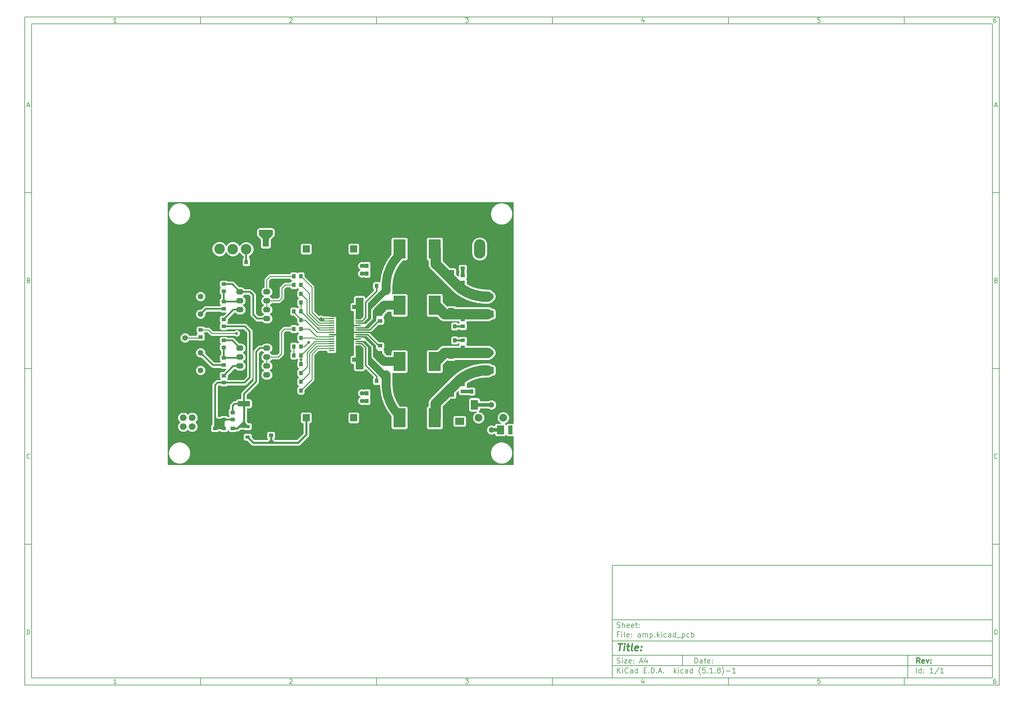
<source format=gtl>
G04 #@! TF.GenerationSoftware,KiCad,Pcbnew,(5.1.8)-1*
G04 #@! TF.CreationDate,2021-03-01T21:59:05+08:00*
G04 #@! TF.ProjectId,amp,616d702e-6b69-4636-9164-5f7063625858,rev?*
G04 #@! TF.SameCoordinates,Original*
G04 #@! TF.FileFunction,Copper,L1,Top*
G04 #@! TF.FilePolarity,Positive*
%FSLAX46Y46*%
G04 Gerber Fmt 4.6, Leading zero omitted, Abs format (unit mm)*
G04 Created by KiCad (PCBNEW (5.1.8)-1) date 2021-03-01 21:59:05*
%MOMM*%
%LPD*%
G01*
G04 APERTURE LIST*
%ADD10C,0.150000*%
%ADD11C,0.300000*%
%ADD12C,0.400000*%
G04 #@! TA.AperFunction,SMDPad,CuDef*
%ADD13R,1.000000X1.250000*%
G04 #@! TD*
G04 #@! TA.AperFunction,SMDPad,CuDef*
%ADD14R,3.500000X5.400000*%
G04 #@! TD*
G04 #@! TA.AperFunction,ComponentPad*
%ADD15C,5.000000*%
G04 #@! TD*
G04 #@! TA.AperFunction,ComponentPad*
%ADD16C,0.600000*%
G04 #@! TD*
G04 #@! TA.AperFunction,SMDPad,CuDef*
%ADD17R,5.000000X11.000000*%
G04 #@! TD*
G04 #@! TA.AperFunction,SMDPad,CuDef*
%ADD18R,1.500000X0.400000*%
G04 #@! TD*
G04 #@! TA.AperFunction,SMDPad,CuDef*
%ADD19R,1.800000X2.500000*%
G04 #@! TD*
G04 #@! TA.AperFunction,ComponentPad*
%ADD20O,3.600000X2.000000*%
G04 #@! TD*
G04 #@! TA.AperFunction,ComponentPad*
%ADD21C,1.600000*%
G04 #@! TD*
G04 #@! TA.AperFunction,SMDPad,CuDef*
%ADD22R,2.500000X1.800000*%
G04 #@! TD*
G04 #@! TA.AperFunction,SMDPad,CuDef*
%ADD23R,3.000000X0.900000*%
G04 #@! TD*
G04 #@! TA.AperFunction,SMDPad,CuDef*
%ADD24R,1.300000X0.900000*%
G04 #@! TD*
G04 #@! TA.AperFunction,SMDPad,CuDef*
%ADD25R,1.700000X1.360000*%
G04 #@! TD*
G04 #@! TA.AperFunction,SMDPad,CuDef*
%ADD26R,2.000000X2.500000*%
G04 #@! TD*
G04 #@! TA.AperFunction,SMDPad,CuDef*
%ADD27R,1.200000X2.500000*%
G04 #@! TD*
G04 #@! TA.AperFunction,SMDPad,CuDef*
%ADD28R,2.500000X2.000000*%
G04 #@! TD*
G04 #@! TA.AperFunction,SMDPad,CuDef*
%ADD29R,2.000000X2.800000*%
G04 #@! TD*
G04 #@! TA.AperFunction,ComponentPad*
%ADD30O,2.200000X2.200000*%
G04 #@! TD*
G04 #@! TA.AperFunction,ComponentPad*
%ADD31O,2.000000X1.800000*%
G04 #@! TD*
G04 #@! TA.AperFunction,ComponentPad*
%ADD32C,3.200000*%
G04 #@! TD*
G04 #@! TA.AperFunction,ComponentPad*
%ADD33C,3.000000*%
G04 #@! TD*
G04 #@! TA.AperFunction,ComponentPad*
%ADD34O,4.600000X2.800000*%
G04 #@! TD*
G04 #@! TA.AperFunction,ComponentPad*
%ADD35O,3.200000X5.500000*%
G04 #@! TD*
G04 #@! TA.AperFunction,ComponentPad*
%ADD36O,3.200000X5.200000*%
G04 #@! TD*
G04 #@! TA.AperFunction,SMDPad,CuDef*
%ADD37R,1.250000X1.000000*%
G04 #@! TD*
G04 #@! TA.AperFunction,ComponentPad*
%ADD38O,2.100000X1.600000*%
G04 #@! TD*
G04 #@! TA.AperFunction,ComponentPad*
%ADD39C,1.800000*%
G04 #@! TD*
G04 #@! TA.AperFunction,ComponentPad*
%ADD40R,2.000000X2.000000*%
G04 #@! TD*
G04 #@! TA.AperFunction,ComponentPad*
%ADD41C,2.000000*%
G04 #@! TD*
G04 #@! TA.AperFunction,ViaPad*
%ADD42C,1.200000*%
G04 #@! TD*
G04 #@! TA.AperFunction,ViaPad*
%ADD43C,0.800000*%
G04 #@! TD*
G04 #@! TA.AperFunction,ViaPad*
%ADD44C,1.600000*%
G04 #@! TD*
G04 #@! TA.AperFunction,Conductor*
%ADD45C,0.400000*%
G04 #@! TD*
G04 #@! TA.AperFunction,Conductor*
%ADD46C,0.600000*%
G04 #@! TD*
G04 #@! TA.AperFunction,Conductor*
%ADD47C,0.500000*%
G04 #@! TD*
G04 #@! TA.AperFunction,Conductor*
%ADD48C,1.000000*%
G04 #@! TD*
G04 #@! TA.AperFunction,Conductor*
%ADD49C,0.800000*%
G04 #@! TD*
G04 #@! TA.AperFunction,Conductor*
%ADD50C,0.254000*%
G04 #@! TD*
G04 #@! TA.AperFunction,Conductor*
%ADD51C,2.500000*%
G04 #@! TD*
G04 #@! TA.AperFunction,Conductor*
%ADD52C,3.000000*%
G04 #@! TD*
G04 #@! TA.AperFunction,Conductor*
%ADD53C,0.150000*%
G04 #@! TD*
G04 APERTURE END LIST*
D10*
X177002200Y-166007200D02*
X177002200Y-198007200D01*
X285002200Y-198007200D01*
X285002200Y-166007200D01*
X177002200Y-166007200D01*
X10000000Y-10000000D02*
X10000000Y-200007200D01*
X287002200Y-200007200D01*
X287002200Y-10000000D01*
X10000000Y-10000000D01*
X12000000Y-12000000D02*
X12000000Y-198007200D01*
X285002200Y-198007200D01*
X285002200Y-12000000D01*
X12000000Y-12000000D01*
X60000000Y-12000000D02*
X60000000Y-10000000D01*
X110000000Y-12000000D02*
X110000000Y-10000000D01*
X160000000Y-12000000D02*
X160000000Y-10000000D01*
X210000000Y-12000000D02*
X210000000Y-10000000D01*
X260000000Y-12000000D02*
X260000000Y-10000000D01*
X36065476Y-11588095D02*
X35322619Y-11588095D01*
X35694047Y-11588095D02*
X35694047Y-10288095D01*
X35570238Y-10473809D01*
X35446428Y-10597619D01*
X35322619Y-10659523D01*
X85322619Y-10411904D02*
X85384523Y-10350000D01*
X85508333Y-10288095D01*
X85817857Y-10288095D01*
X85941666Y-10350000D01*
X86003571Y-10411904D01*
X86065476Y-10535714D01*
X86065476Y-10659523D01*
X86003571Y-10845238D01*
X85260714Y-11588095D01*
X86065476Y-11588095D01*
X135260714Y-10288095D02*
X136065476Y-10288095D01*
X135632142Y-10783333D01*
X135817857Y-10783333D01*
X135941666Y-10845238D01*
X136003571Y-10907142D01*
X136065476Y-11030952D01*
X136065476Y-11340476D01*
X136003571Y-11464285D01*
X135941666Y-11526190D01*
X135817857Y-11588095D01*
X135446428Y-11588095D01*
X135322619Y-11526190D01*
X135260714Y-11464285D01*
X185941666Y-10721428D02*
X185941666Y-11588095D01*
X185632142Y-10226190D02*
X185322619Y-11154761D01*
X186127380Y-11154761D01*
X236003571Y-10288095D02*
X235384523Y-10288095D01*
X235322619Y-10907142D01*
X235384523Y-10845238D01*
X235508333Y-10783333D01*
X235817857Y-10783333D01*
X235941666Y-10845238D01*
X236003571Y-10907142D01*
X236065476Y-11030952D01*
X236065476Y-11340476D01*
X236003571Y-11464285D01*
X235941666Y-11526190D01*
X235817857Y-11588095D01*
X235508333Y-11588095D01*
X235384523Y-11526190D01*
X235322619Y-11464285D01*
X285941666Y-10288095D02*
X285694047Y-10288095D01*
X285570238Y-10350000D01*
X285508333Y-10411904D01*
X285384523Y-10597619D01*
X285322619Y-10845238D01*
X285322619Y-11340476D01*
X285384523Y-11464285D01*
X285446428Y-11526190D01*
X285570238Y-11588095D01*
X285817857Y-11588095D01*
X285941666Y-11526190D01*
X286003571Y-11464285D01*
X286065476Y-11340476D01*
X286065476Y-11030952D01*
X286003571Y-10907142D01*
X285941666Y-10845238D01*
X285817857Y-10783333D01*
X285570238Y-10783333D01*
X285446428Y-10845238D01*
X285384523Y-10907142D01*
X285322619Y-11030952D01*
X60000000Y-198007200D02*
X60000000Y-200007200D01*
X110000000Y-198007200D02*
X110000000Y-200007200D01*
X160000000Y-198007200D02*
X160000000Y-200007200D01*
X210000000Y-198007200D02*
X210000000Y-200007200D01*
X260000000Y-198007200D02*
X260000000Y-200007200D01*
X36065476Y-199595295D02*
X35322619Y-199595295D01*
X35694047Y-199595295D02*
X35694047Y-198295295D01*
X35570238Y-198481009D01*
X35446428Y-198604819D01*
X35322619Y-198666723D01*
X85322619Y-198419104D02*
X85384523Y-198357200D01*
X85508333Y-198295295D01*
X85817857Y-198295295D01*
X85941666Y-198357200D01*
X86003571Y-198419104D01*
X86065476Y-198542914D01*
X86065476Y-198666723D01*
X86003571Y-198852438D01*
X85260714Y-199595295D01*
X86065476Y-199595295D01*
X135260714Y-198295295D02*
X136065476Y-198295295D01*
X135632142Y-198790533D01*
X135817857Y-198790533D01*
X135941666Y-198852438D01*
X136003571Y-198914342D01*
X136065476Y-199038152D01*
X136065476Y-199347676D01*
X136003571Y-199471485D01*
X135941666Y-199533390D01*
X135817857Y-199595295D01*
X135446428Y-199595295D01*
X135322619Y-199533390D01*
X135260714Y-199471485D01*
X185941666Y-198728628D02*
X185941666Y-199595295D01*
X185632142Y-198233390D02*
X185322619Y-199161961D01*
X186127380Y-199161961D01*
X236003571Y-198295295D02*
X235384523Y-198295295D01*
X235322619Y-198914342D01*
X235384523Y-198852438D01*
X235508333Y-198790533D01*
X235817857Y-198790533D01*
X235941666Y-198852438D01*
X236003571Y-198914342D01*
X236065476Y-199038152D01*
X236065476Y-199347676D01*
X236003571Y-199471485D01*
X235941666Y-199533390D01*
X235817857Y-199595295D01*
X235508333Y-199595295D01*
X235384523Y-199533390D01*
X235322619Y-199471485D01*
X285941666Y-198295295D02*
X285694047Y-198295295D01*
X285570238Y-198357200D01*
X285508333Y-198419104D01*
X285384523Y-198604819D01*
X285322619Y-198852438D01*
X285322619Y-199347676D01*
X285384523Y-199471485D01*
X285446428Y-199533390D01*
X285570238Y-199595295D01*
X285817857Y-199595295D01*
X285941666Y-199533390D01*
X286003571Y-199471485D01*
X286065476Y-199347676D01*
X286065476Y-199038152D01*
X286003571Y-198914342D01*
X285941666Y-198852438D01*
X285817857Y-198790533D01*
X285570238Y-198790533D01*
X285446428Y-198852438D01*
X285384523Y-198914342D01*
X285322619Y-199038152D01*
X10000000Y-60000000D02*
X12000000Y-60000000D01*
X10000000Y-110000000D02*
X12000000Y-110000000D01*
X10000000Y-160000000D02*
X12000000Y-160000000D01*
X10690476Y-35216666D02*
X11309523Y-35216666D01*
X10566666Y-35588095D02*
X11000000Y-34288095D01*
X11433333Y-35588095D01*
X11092857Y-84907142D02*
X11278571Y-84969047D01*
X11340476Y-85030952D01*
X11402380Y-85154761D01*
X11402380Y-85340476D01*
X11340476Y-85464285D01*
X11278571Y-85526190D01*
X11154761Y-85588095D01*
X10659523Y-85588095D01*
X10659523Y-84288095D01*
X11092857Y-84288095D01*
X11216666Y-84350000D01*
X11278571Y-84411904D01*
X11340476Y-84535714D01*
X11340476Y-84659523D01*
X11278571Y-84783333D01*
X11216666Y-84845238D01*
X11092857Y-84907142D01*
X10659523Y-84907142D01*
X11402380Y-135464285D02*
X11340476Y-135526190D01*
X11154761Y-135588095D01*
X11030952Y-135588095D01*
X10845238Y-135526190D01*
X10721428Y-135402380D01*
X10659523Y-135278571D01*
X10597619Y-135030952D01*
X10597619Y-134845238D01*
X10659523Y-134597619D01*
X10721428Y-134473809D01*
X10845238Y-134350000D01*
X11030952Y-134288095D01*
X11154761Y-134288095D01*
X11340476Y-134350000D01*
X11402380Y-134411904D01*
X10659523Y-185588095D02*
X10659523Y-184288095D01*
X10969047Y-184288095D01*
X11154761Y-184350000D01*
X11278571Y-184473809D01*
X11340476Y-184597619D01*
X11402380Y-184845238D01*
X11402380Y-185030952D01*
X11340476Y-185278571D01*
X11278571Y-185402380D01*
X11154761Y-185526190D01*
X10969047Y-185588095D01*
X10659523Y-185588095D01*
X287002200Y-60000000D02*
X285002200Y-60000000D01*
X287002200Y-110000000D02*
X285002200Y-110000000D01*
X287002200Y-160000000D02*
X285002200Y-160000000D01*
X285692676Y-35216666D02*
X286311723Y-35216666D01*
X285568866Y-35588095D02*
X286002200Y-34288095D01*
X286435533Y-35588095D01*
X286095057Y-84907142D02*
X286280771Y-84969047D01*
X286342676Y-85030952D01*
X286404580Y-85154761D01*
X286404580Y-85340476D01*
X286342676Y-85464285D01*
X286280771Y-85526190D01*
X286156961Y-85588095D01*
X285661723Y-85588095D01*
X285661723Y-84288095D01*
X286095057Y-84288095D01*
X286218866Y-84350000D01*
X286280771Y-84411904D01*
X286342676Y-84535714D01*
X286342676Y-84659523D01*
X286280771Y-84783333D01*
X286218866Y-84845238D01*
X286095057Y-84907142D01*
X285661723Y-84907142D01*
X286404580Y-135464285D02*
X286342676Y-135526190D01*
X286156961Y-135588095D01*
X286033152Y-135588095D01*
X285847438Y-135526190D01*
X285723628Y-135402380D01*
X285661723Y-135278571D01*
X285599819Y-135030952D01*
X285599819Y-134845238D01*
X285661723Y-134597619D01*
X285723628Y-134473809D01*
X285847438Y-134350000D01*
X286033152Y-134288095D01*
X286156961Y-134288095D01*
X286342676Y-134350000D01*
X286404580Y-134411904D01*
X285661723Y-185588095D02*
X285661723Y-184288095D01*
X285971247Y-184288095D01*
X286156961Y-184350000D01*
X286280771Y-184473809D01*
X286342676Y-184597619D01*
X286404580Y-184845238D01*
X286404580Y-185030952D01*
X286342676Y-185278571D01*
X286280771Y-185402380D01*
X286156961Y-185526190D01*
X285971247Y-185588095D01*
X285661723Y-185588095D01*
X200434342Y-193785771D02*
X200434342Y-192285771D01*
X200791485Y-192285771D01*
X201005771Y-192357200D01*
X201148628Y-192500057D01*
X201220057Y-192642914D01*
X201291485Y-192928628D01*
X201291485Y-193142914D01*
X201220057Y-193428628D01*
X201148628Y-193571485D01*
X201005771Y-193714342D01*
X200791485Y-193785771D01*
X200434342Y-193785771D01*
X202577200Y-193785771D02*
X202577200Y-193000057D01*
X202505771Y-192857200D01*
X202362914Y-192785771D01*
X202077200Y-192785771D01*
X201934342Y-192857200D01*
X202577200Y-193714342D02*
X202434342Y-193785771D01*
X202077200Y-193785771D01*
X201934342Y-193714342D01*
X201862914Y-193571485D01*
X201862914Y-193428628D01*
X201934342Y-193285771D01*
X202077200Y-193214342D01*
X202434342Y-193214342D01*
X202577200Y-193142914D01*
X203077200Y-192785771D02*
X203648628Y-192785771D01*
X203291485Y-192285771D02*
X203291485Y-193571485D01*
X203362914Y-193714342D01*
X203505771Y-193785771D01*
X203648628Y-193785771D01*
X204720057Y-193714342D02*
X204577200Y-193785771D01*
X204291485Y-193785771D01*
X204148628Y-193714342D01*
X204077200Y-193571485D01*
X204077200Y-193000057D01*
X204148628Y-192857200D01*
X204291485Y-192785771D01*
X204577200Y-192785771D01*
X204720057Y-192857200D01*
X204791485Y-193000057D01*
X204791485Y-193142914D01*
X204077200Y-193285771D01*
X205434342Y-193642914D02*
X205505771Y-193714342D01*
X205434342Y-193785771D01*
X205362914Y-193714342D01*
X205434342Y-193642914D01*
X205434342Y-193785771D01*
X205434342Y-192857200D02*
X205505771Y-192928628D01*
X205434342Y-193000057D01*
X205362914Y-192928628D01*
X205434342Y-192857200D01*
X205434342Y-193000057D01*
X177002200Y-194507200D02*
X285002200Y-194507200D01*
X178434342Y-196585771D02*
X178434342Y-195085771D01*
X179291485Y-196585771D02*
X178648628Y-195728628D01*
X179291485Y-195085771D02*
X178434342Y-195942914D01*
X179934342Y-196585771D02*
X179934342Y-195585771D01*
X179934342Y-195085771D02*
X179862914Y-195157200D01*
X179934342Y-195228628D01*
X180005771Y-195157200D01*
X179934342Y-195085771D01*
X179934342Y-195228628D01*
X181505771Y-196442914D02*
X181434342Y-196514342D01*
X181220057Y-196585771D01*
X181077200Y-196585771D01*
X180862914Y-196514342D01*
X180720057Y-196371485D01*
X180648628Y-196228628D01*
X180577200Y-195942914D01*
X180577200Y-195728628D01*
X180648628Y-195442914D01*
X180720057Y-195300057D01*
X180862914Y-195157200D01*
X181077200Y-195085771D01*
X181220057Y-195085771D01*
X181434342Y-195157200D01*
X181505771Y-195228628D01*
X182791485Y-196585771D02*
X182791485Y-195800057D01*
X182720057Y-195657200D01*
X182577200Y-195585771D01*
X182291485Y-195585771D01*
X182148628Y-195657200D01*
X182791485Y-196514342D02*
X182648628Y-196585771D01*
X182291485Y-196585771D01*
X182148628Y-196514342D01*
X182077200Y-196371485D01*
X182077200Y-196228628D01*
X182148628Y-196085771D01*
X182291485Y-196014342D01*
X182648628Y-196014342D01*
X182791485Y-195942914D01*
X184148628Y-196585771D02*
X184148628Y-195085771D01*
X184148628Y-196514342D02*
X184005771Y-196585771D01*
X183720057Y-196585771D01*
X183577200Y-196514342D01*
X183505771Y-196442914D01*
X183434342Y-196300057D01*
X183434342Y-195871485D01*
X183505771Y-195728628D01*
X183577200Y-195657200D01*
X183720057Y-195585771D01*
X184005771Y-195585771D01*
X184148628Y-195657200D01*
X186005771Y-195800057D02*
X186505771Y-195800057D01*
X186720057Y-196585771D02*
X186005771Y-196585771D01*
X186005771Y-195085771D01*
X186720057Y-195085771D01*
X187362914Y-196442914D02*
X187434342Y-196514342D01*
X187362914Y-196585771D01*
X187291485Y-196514342D01*
X187362914Y-196442914D01*
X187362914Y-196585771D01*
X188077200Y-196585771D02*
X188077200Y-195085771D01*
X188434342Y-195085771D01*
X188648628Y-195157200D01*
X188791485Y-195300057D01*
X188862914Y-195442914D01*
X188934342Y-195728628D01*
X188934342Y-195942914D01*
X188862914Y-196228628D01*
X188791485Y-196371485D01*
X188648628Y-196514342D01*
X188434342Y-196585771D01*
X188077200Y-196585771D01*
X189577200Y-196442914D02*
X189648628Y-196514342D01*
X189577200Y-196585771D01*
X189505771Y-196514342D01*
X189577200Y-196442914D01*
X189577200Y-196585771D01*
X190220057Y-196157200D02*
X190934342Y-196157200D01*
X190077200Y-196585771D02*
X190577200Y-195085771D01*
X191077200Y-196585771D01*
X191577200Y-196442914D02*
X191648628Y-196514342D01*
X191577200Y-196585771D01*
X191505771Y-196514342D01*
X191577200Y-196442914D01*
X191577200Y-196585771D01*
X194577200Y-196585771D02*
X194577200Y-195085771D01*
X194720057Y-196014342D02*
X195148628Y-196585771D01*
X195148628Y-195585771D02*
X194577200Y-196157200D01*
X195791485Y-196585771D02*
X195791485Y-195585771D01*
X195791485Y-195085771D02*
X195720057Y-195157200D01*
X195791485Y-195228628D01*
X195862914Y-195157200D01*
X195791485Y-195085771D01*
X195791485Y-195228628D01*
X197148628Y-196514342D02*
X197005771Y-196585771D01*
X196720057Y-196585771D01*
X196577200Y-196514342D01*
X196505771Y-196442914D01*
X196434342Y-196300057D01*
X196434342Y-195871485D01*
X196505771Y-195728628D01*
X196577200Y-195657200D01*
X196720057Y-195585771D01*
X197005771Y-195585771D01*
X197148628Y-195657200D01*
X198434342Y-196585771D02*
X198434342Y-195800057D01*
X198362914Y-195657200D01*
X198220057Y-195585771D01*
X197934342Y-195585771D01*
X197791485Y-195657200D01*
X198434342Y-196514342D02*
X198291485Y-196585771D01*
X197934342Y-196585771D01*
X197791485Y-196514342D01*
X197720057Y-196371485D01*
X197720057Y-196228628D01*
X197791485Y-196085771D01*
X197934342Y-196014342D01*
X198291485Y-196014342D01*
X198434342Y-195942914D01*
X199791485Y-196585771D02*
X199791485Y-195085771D01*
X199791485Y-196514342D02*
X199648628Y-196585771D01*
X199362914Y-196585771D01*
X199220057Y-196514342D01*
X199148628Y-196442914D01*
X199077200Y-196300057D01*
X199077200Y-195871485D01*
X199148628Y-195728628D01*
X199220057Y-195657200D01*
X199362914Y-195585771D01*
X199648628Y-195585771D01*
X199791485Y-195657200D01*
X202077200Y-197157200D02*
X202005771Y-197085771D01*
X201862914Y-196871485D01*
X201791485Y-196728628D01*
X201720057Y-196514342D01*
X201648628Y-196157200D01*
X201648628Y-195871485D01*
X201720057Y-195514342D01*
X201791485Y-195300057D01*
X201862914Y-195157200D01*
X202005771Y-194942914D01*
X202077200Y-194871485D01*
X203362914Y-195085771D02*
X202648628Y-195085771D01*
X202577200Y-195800057D01*
X202648628Y-195728628D01*
X202791485Y-195657200D01*
X203148628Y-195657200D01*
X203291485Y-195728628D01*
X203362914Y-195800057D01*
X203434342Y-195942914D01*
X203434342Y-196300057D01*
X203362914Y-196442914D01*
X203291485Y-196514342D01*
X203148628Y-196585771D01*
X202791485Y-196585771D01*
X202648628Y-196514342D01*
X202577200Y-196442914D01*
X204077200Y-196442914D02*
X204148628Y-196514342D01*
X204077200Y-196585771D01*
X204005771Y-196514342D01*
X204077200Y-196442914D01*
X204077200Y-196585771D01*
X205577200Y-196585771D02*
X204720057Y-196585771D01*
X205148628Y-196585771D02*
X205148628Y-195085771D01*
X205005771Y-195300057D01*
X204862914Y-195442914D01*
X204720057Y-195514342D01*
X206220057Y-196442914D02*
X206291485Y-196514342D01*
X206220057Y-196585771D01*
X206148628Y-196514342D01*
X206220057Y-196442914D01*
X206220057Y-196585771D01*
X207148628Y-195728628D02*
X207005771Y-195657200D01*
X206934342Y-195585771D01*
X206862914Y-195442914D01*
X206862914Y-195371485D01*
X206934342Y-195228628D01*
X207005771Y-195157200D01*
X207148628Y-195085771D01*
X207434342Y-195085771D01*
X207577200Y-195157200D01*
X207648628Y-195228628D01*
X207720057Y-195371485D01*
X207720057Y-195442914D01*
X207648628Y-195585771D01*
X207577200Y-195657200D01*
X207434342Y-195728628D01*
X207148628Y-195728628D01*
X207005771Y-195800057D01*
X206934342Y-195871485D01*
X206862914Y-196014342D01*
X206862914Y-196300057D01*
X206934342Y-196442914D01*
X207005771Y-196514342D01*
X207148628Y-196585771D01*
X207434342Y-196585771D01*
X207577200Y-196514342D01*
X207648628Y-196442914D01*
X207720057Y-196300057D01*
X207720057Y-196014342D01*
X207648628Y-195871485D01*
X207577200Y-195800057D01*
X207434342Y-195728628D01*
X208220057Y-197157200D02*
X208291485Y-197085771D01*
X208434342Y-196871485D01*
X208505771Y-196728628D01*
X208577200Y-196514342D01*
X208648628Y-196157200D01*
X208648628Y-195871485D01*
X208577200Y-195514342D01*
X208505771Y-195300057D01*
X208434342Y-195157200D01*
X208291485Y-194942914D01*
X208220057Y-194871485D01*
X209362914Y-196014342D02*
X210505771Y-196014342D01*
X212005771Y-196585771D02*
X211148628Y-196585771D01*
X211577200Y-196585771D02*
X211577200Y-195085771D01*
X211434342Y-195300057D01*
X211291485Y-195442914D01*
X211148628Y-195514342D01*
X177002200Y-191507200D02*
X285002200Y-191507200D01*
D11*
X264411485Y-193785771D02*
X263911485Y-193071485D01*
X263554342Y-193785771D02*
X263554342Y-192285771D01*
X264125771Y-192285771D01*
X264268628Y-192357200D01*
X264340057Y-192428628D01*
X264411485Y-192571485D01*
X264411485Y-192785771D01*
X264340057Y-192928628D01*
X264268628Y-193000057D01*
X264125771Y-193071485D01*
X263554342Y-193071485D01*
X265625771Y-193714342D02*
X265482914Y-193785771D01*
X265197200Y-193785771D01*
X265054342Y-193714342D01*
X264982914Y-193571485D01*
X264982914Y-193000057D01*
X265054342Y-192857200D01*
X265197200Y-192785771D01*
X265482914Y-192785771D01*
X265625771Y-192857200D01*
X265697200Y-193000057D01*
X265697200Y-193142914D01*
X264982914Y-193285771D01*
X266197200Y-192785771D02*
X266554342Y-193785771D01*
X266911485Y-192785771D01*
X267482914Y-193642914D02*
X267554342Y-193714342D01*
X267482914Y-193785771D01*
X267411485Y-193714342D01*
X267482914Y-193642914D01*
X267482914Y-193785771D01*
X267482914Y-192857200D02*
X267554342Y-192928628D01*
X267482914Y-193000057D01*
X267411485Y-192928628D01*
X267482914Y-192857200D01*
X267482914Y-193000057D01*
D10*
X178362914Y-193714342D02*
X178577200Y-193785771D01*
X178934342Y-193785771D01*
X179077200Y-193714342D01*
X179148628Y-193642914D01*
X179220057Y-193500057D01*
X179220057Y-193357200D01*
X179148628Y-193214342D01*
X179077200Y-193142914D01*
X178934342Y-193071485D01*
X178648628Y-193000057D01*
X178505771Y-192928628D01*
X178434342Y-192857200D01*
X178362914Y-192714342D01*
X178362914Y-192571485D01*
X178434342Y-192428628D01*
X178505771Y-192357200D01*
X178648628Y-192285771D01*
X179005771Y-192285771D01*
X179220057Y-192357200D01*
X179862914Y-193785771D02*
X179862914Y-192785771D01*
X179862914Y-192285771D02*
X179791485Y-192357200D01*
X179862914Y-192428628D01*
X179934342Y-192357200D01*
X179862914Y-192285771D01*
X179862914Y-192428628D01*
X180434342Y-192785771D02*
X181220057Y-192785771D01*
X180434342Y-193785771D01*
X181220057Y-193785771D01*
X182362914Y-193714342D02*
X182220057Y-193785771D01*
X181934342Y-193785771D01*
X181791485Y-193714342D01*
X181720057Y-193571485D01*
X181720057Y-193000057D01*
X181791485Y-192857200D01*
X181934342Y-192785771D01*
X182220057Y-192785771D01*
X182362914Y-192857200D01*
X182434342Y-193000057D01*
X182434342Y-193142914D01*
X181720057Y-193285771D01*
X183077200Y-193642914D02*
X183148628Y-193714342D01*
X183077200Y-193785771D01*
X183005771Y-193714342D01*
X183077200Y-193642914D01*
X183077200Y-193785771D01*
X183077200Y-192857200D02*
X183148628Y-192928628D01*
X183077200Y-193000057D01*
X183005771Y-192928628D01*
X183077200Y-192857200D01*
X183077200Y-193000057D01*
X184862914Y-193357200D02*
X185577200Y-193357200D01*
X184720057Y-193785771D02*
X185220057Y-192285771D01*
X185720057Y-193785771D01*
X186862914Y-192785771D02*
X186862914Y-193785771D01*
X186505771Y-192214342D02*
X186148628Y-193285771D01*
X187077200Y-193285771D01*
X263434342Y-196585771D02*
X263434342Y-195085771D01*
X264791485Y-196585771D02*
X264791485Y-195085771D01*
X264791485Y-196514342D02*
X264648628Y-196585771D01*
X264362914Y-196585771D01*
X264220057Y-196514342D01*
X264148628Y-196442914D01*
X264077200Y-196300057D01*
X264077200Y-195871485D01*
X264148628Y-195728628D01*
X264220057Y-195657200D01*
X264362914Y-195585771D01*
X264648628Y-195585771D01*
X264791485Y-195657200D01*
X265505771Y-196442914D02*
X265577200Y-196514342D01*
X265505771Y-196585771D01*
X265434342Y-196514342D01*
X265505771Y-196442914D01*
X265505771Y-196585771D01*
X265505771Y-195657200D02*
X265577200Y-195728628D01*
X265505771Y-195800057D01*
X265434342Y-195728628D01*
X265505771Y-195657200D01*
X265505771Y-195800057D01*
X268148628Y-196585771D02*
X267291485Y-196585771D01*
X267720057Y-196585771D02*
X267720057Y-195085771D01*
X267577200Y-195300057D01*
X267434342Y-195442914D01*
X267291485Y-195514342D01*
X269862914Y-195014342D02*
X268577200Y-196942914D01*
X271148628Y-196585771D02*
X270291485Y-196585771D01*
X270720057Y-196585771D02*
X270720057Y-195085771D01*
X270577200Y-195300057D01*
X270434342Y-195442914D01*
X270291485Y-195514342D01*
X177002200Y-187507200D02*
X285002200Y-187507200D01*
D12*
X178714580Y-188211961D02*
X179857438Y-188211961D01*
X179036009Y-190211961D02*
X179286009Y-188211961D01*
X180274104Y-190211961D02*
X180440771Y-188878628D01*
X180524104Y-188211961D02*
X180416961Y-188307200D01*
X180500295Y-188402438D01*
X180607438Y-188307200D01*
X180524104Y-188211961D01*
X180500295Y-188402438D01*
X181107438Y-188878628D02*
X181869342Y-188878628D01*
X181476485Y-188211961D02*
X181262200Y-189926247D01*
X181333628Y-190116723D01*
X181512200Y-190211961D01*
X181702676Y-190211961D01*
X182655057Y-190211961D02*
X182476485Y-190116723D01*
X182405057Y-189926247D01*
X182619342Y-188211961D01*
X184190771Y-190116723D02*
X183988390Y-190211961D01*
X183607438Y-190211961D01*
X183428866Y-190116723D01*
X183357438Y-189926247D01*
X183452676Y-189164342D01*
X183571723Y-188973866D01*
X183774104Y-188878628D01*
X184155057Y-188878628D01*
X184333628Y-188973866D01*
X184405057Y-189164342D01*
X184381247Y-189354819D01*
X183405057Y-189545295D01*
X185155057Y-190021485D02*
X185238390Y-190116723D01*
X185131247Y-190211961D01*
X185047914Y-190116723D01*
X185155057Y-190021485D01*
X185131247Y-190211961D01*
X185286009Y-188973866D02*
X185369342Y-189069104D01*
X185262200Y-189164342D01*
X185178866Y-189069104D01*
X185286009Y-188973866D01*
X185262200Y-189164342D01*
D10*
X178934342Y-185600057D02*
X178434342Y-185600057D01*
X178434342Y-186385771D02*
X178434342Y-184885771D01*
X179148628Y-184885771D01*
X179720057Y-186385771D02*
X179720057Y-185385771D01*
X179720057Y-184885771D02*
X179648628Y-184957200D01*
X179720057Y-185028628D01*
X179791485Y-184957200D01*
X179720057Y-184885771D01*
X179720057Y-185028628D01*
X180648628Y-186385771D02*
X180505771Y-186314342D01*
X180434342Y-186171485D01*
X180434342Y-184885771D01*
X181791485Y-186314342D02*
X181648628Y-186385771D01*
X181362914Y-186385771D01*
X181220057Y-186314342D01*
X181148628Y-186171485D01*
X181148628Y-185600057D01*
X181220057Y-185457200D01*
X181362914Y-185385771D01*
X181648628Y-185385771D01*
X181791485Y-185457200D01*
X181862914Y-185600057D01*
X181862914Y-185742914D01*
X181148628Y-185885771D01*
X182505771Y-186242914D02*
X182577200Y-186314342D01*
X182505771Y-186385771D01*
X182434342Y-186314342D01*
X182505771Y-186242914D01*
X182505771Y-186385771D01*
X182505771Y-185457200D02*
X182577200Y-185528628D01*
X182505771Y-185600057D01*
X182434342Y-185528628D01*
X182505771Y-185457200D01*
X182505771Y-185600057D01*
X185005771Y-186385771D02*
X185005771Y-185600057D01*
X184934342Y-185457200D01*
X184791485Y-185385771D01*
X184505771Y-185385771D01*
X184362914Y-185457200D01*
X185005771Y-186314342D02*
X184862914Y-186385771D01*
X184505771Y-186385771D01*
X184362914Y-186314342D01*
X184291485Y-186171485D01*
X184291485Y-186028628D01*
X184362914Y-185885771D01*
X184505771Y-185814342D01*
X184862914Y-185814342D01*
X185005771Y-185742914D01*
X185720057Y-186385771D02*
X185720057Y-185385771D01*
X185720057Y-185528628D02*
X185791485Y-185457200D01*
X185934342Y-185385771D01*
X186148628Y-185385771D01*
X186291485Y-185457200D01*
X186362914Y-185600057D01*
X186362914Y-186385771D01*
X186362914Y-185600057D02*
X186434342Y-185457200D01*
X186577200Y-185385771D01*
X186791485Y-185385771D01*
X186934342Y-185457200D01*
X187005771Y-185600057D01*
X187005771Y-186385771D01*
X187720057Y-185385771D02*
X187720057Y-186885771D01*
X187720057Y-185457200D02*
X187862914Y-185385771D01*
X188148628Y-185385771D01*
X188291485Y-185457200D01*
X188362914Y-185528628D01*
X188434342Y-185671485D01*
X188434342Y-186100057D01*
X188362914Y-186242914D01*
X188291485Y-186314342D01*
X188148628Y-186385771D01*
X187862914Y-186385771D01*
X187720057Y-186314342D01*
X189077200Y-186242914D02*
X189148628Y-186314342D01*
X189077200Y-186385771D01*
X189005771Y-186314342D01*
X189077200Y-186242914D01*
X189077200Y-186385771D01*
X189791485Y-186385771D02*
X189791485Y-184885771D01*
X189934342Y-185814342D02*
X190362914Y-186385771D01*
X190362914Y-185385771D02*
X189791485Y-185957200D01*
X191005771Y-186385771D02*
X191005771Y-185385771D01*
X191005771Y-184885771D02*
X190934342Y-184957200D01*
X191005771Y-185028628D01*
X191077200Y-184957200D01*
X191005771Y-184885771D01*
X191005771Y-185028628D01*
X192362914Y-186314342D02*
X192220057Y-186385771D01*
X191934342Y-186385771D01*
X191791485Y-186314342D01*
X191720057Y-186242914D01*
X191648628Y-186100057D01*
X191648628Y-185671485D01*
X191720057Y-185528628D01*
X191791485Y-185457200D01*
X191934342Y-185385771D01*
X192220057Y-185385771D01*
X192362914Y-185457200D01*
X193648628Y-186385771D02*
X193648628Y-185600057D01*
X193577200Y-185457200D01*
X193434342Y-185385771D01*
X193148628Y-185385771D01*
X193005771Y-185457200D01*
X193648628Y-186314342D02*
X193505771Y-186385771D01*
X193148628Y-186385771D01*
X193005771Y-186314342D01*
X192934342Y-186171485D01*
X192934342Y-186028628D01*
X193005771Y-185885771D01*
X193148628Y-185814342D01*
X193505771Y-185814342D01*
X193648628Y-185742914D01*
X195005771Y-186385771D02*
X195005771Y-184885771D01*
X195005771Y-186314342D02*
X194862914Y-186385771D01*
X194577200Y-186385771D01*
X194434342Y-186314342D01*
X194362914Y-186242914D01*
X194291485Y-186100057D01*
X194291485Y-185671485D01*
X194362914Y-185528628D01*
X194434342Y-185457200D01*
X194577200Y-185385771D01*
X194862914Y-185385771D01*
X195005771Y-185457200D01*
X195362914Y-186528628D02*
X196505771Y-186528628D01*
X196862914Y-185385771D02*
X196862914Y-186885771D01*
X196862914Y-185457200D02*
X197005771Y-185385771D01*
X197291485Y-185385771D01*
X197434342Y-185457200D01*
X197505771Y-185528628D01*
X197577200Y-185671485D01*
X197577200Y-186100057D01*
X197505771Y-186242914D01*
X197434342Y-186314342D01*
X197291485Y-186385771D01*
X197005771Y-186385771D01*
X196862914Y-186314342D01*
X198862914Y-186314342D02*
X198720057Y-186385771D01*
X198434342Y-186385771D01*
X198291485Y-186314342D01*
X198220057Y-186242914D01*
X198148628Y-186100057D01*
X198148628Y-185671485D01*
X198220057Y-185528628D01*
X198291485Y-185457200D01*
X198434342Y-185385771D01*
X198720057Y-185385771D01*
X198862914Y-185457200D01*
X199505771Y-186385771D02*
X199505771Y-184885771D01*
X199505771Y-185457200D02*
X199648628Y-185385771D01*
X199934342Y-185385771D01*
X200077200Y-185457200D01*
X200148628Y-185528628D01*
X200220057Y-185671485D01*
X200220057Y-186100057D01*
X200148628Y-186242914D01*
X200077200Y-186314342D01*
X199934342Y-186385771D01*
X199648628Y-186385771D01*
X199505771Y-186314342D01*
X177002200Y-181507200D02*
X285002200Y-181507200D01*
X178362914Y-183614342D02*
X178577200Y-183685771D01*
X178934342Y-183685771D01*
X179077200Y-183614342D01*
X179148628Y-183542914D01*
X179220057Y-183400057D01*
X179220057Y-183257200D01*
X179148628Y-183114342D01*
X179077200Y-183042914D01*
X178934342Y-182971485D01*
X178648628Y-182900057D01*
X178505771Y-182828628D01*
X178434342Y-182757200D01*
X178362914Y-182614342D01*
X178362914Y-182471485D01*
X178434342Y-182328628D01*
X178505771Y-182257200D01*
X178648628Y-182185771D01*
X179005771Y-182185771D01*
X179220057Y-182257200D01*
X179862914Y-183685771D02*
X179862914Y-182185771D01*
X180505771Y-183685771D02*
X180505771Y-182900057D01*
X180434342Y-182757200D01*
X180291485Y-182685771D01*
X180077200Y-182685771D01*
X179934342Y-182757200D01*
X179862914Y-182828628D01*
X181791485Y-183614342D02*
X181648628Y-183685771D01*
X181362914Y-183685771D01*
X181220057Y-183614342D01*
X181148628Y-183471485D01*
X181148628Y-182900057D01*
X181220057Y-182757200D01*
X181362914Y-182685771D01*
X181648628Y-182685771D01*
X181791485Y-182757200D01*
X181862914Y-182900057D01*
X181862914Y-183042914D01*
X181148628Y-183185771D01*
X183077200Y-183614342D02*
X182934342Y-183685771D01*
X182648628Y-183685771D01*
X182505771Y-183614342D01*
X182434342Y-183471485D01*
X182434342Y-182900057D01*
X182505771Y-182757200D01*
X182648628Y-182685771D01*
X182934342Y-182685771D01*
X183077200Y-182757200D01*
X183148628Y-182900057D01*
X183148628Y-183042914D01*
X182434342Y-183185771D01*
X183577200Y-182685771D02*
X184148628Y-182685771D01*
X183791485Y-182185771D02*
X183791485Y-183471485D01*
X183862914Y-183614342D01*
X184005771Y-183685771D01*
X184148628Y-183685771D01*
X184648628Y-183542914D02*
X184720057Y-183614342D01*
X184648628Y-183685771D01*
X184577200Y-183614342D01*
X184648628Y-183542914D01*
X184648628Y-183685771D01*
X184648628Y-182757200D02*
X184720057Y-182828628D01*
X184648628Y-182900057D01*
X184577200Y-182828628D01*
X184648628Y-182757200D01*
X184648628Y-182900057D01*
X197002200Y-191507200D02*
X197002200Y-194507200D01*
X261002200Y-191507200D02*
X261002200Y-198007200D01*
D13*
X88500000Y-98750000D03*
X86500000Y-98750000D03*
X88500000Y-86250000D03*
X86500000Y-86250000D03*
X88500000Y-88750000D03*
X86500000Y-88750000D03*
D14*
X126500000Y-124000000D03*
X116500000Y-124000000D03*
X126500000Y-108000000D03*
X116500000Y-108000000D03*
X126500000Y-92000000D03*
X116500000Y-92000000D03*
X116500000Y-76000000D03*
X126500000Y-76000000D03*
D15*
X101000000Y-112500000D03*
X101000000Y-87500000D03*
D16*
X101750000Y-103900000D03*
X101750000Y-102600000D03*
X100250000Y-102600000D03*
X100250000Y-103900000D03*
X101750000Y-101300000D03*
X101750000Y-100000000D03*
X100250000Y-100000000D03*
X100250000Y-101300000D03*
X101750000Y-98700000D03*
X101750000Y-97400000D03*
X100250000Y-97400000D03*
X100250000Y-98700000D03*
X101750000Y-96100000D03*
X100250000Y-96100000D03*
D17*
X101000000Y-100000000D03*
D18*
X104800000Y-95125000D03*
X104800000Y-95775000D03*
X104800000Y-96425000D03*
X104800000Y-97075000D03*
X104800000Y-97725000D03*
X104800000Y-98375000D03*
X104800000Y-99025000D03*
X104800000Y-99675000D03*
X104800000Y-100325000D03*
X104800000Y-100975000D03*
X104800000Y-101625000D03*
X104800000Y-102275000D03*
X104800000Y-102925000D03*
X104800000Y-103575000D03*
X104800000Y-104225000D03*
X104800000Y-104875000D03*
X97200000Y-104875000D03*
X97200000Y-104225000D03*
X97200000Y-103575000D03*
X97200000Y-102925000D03*
X97200000Y-102275000D03*
X97200000Y-101625000D03*
X97200000Y-100975000D03*
X97200000Y-100325000D03*
X97200000Y-99675000D03*
X97200000Y-99025000D03*
X97200000Y-98375000D03*
X97200000Y-97725000D03*
X97200000Y-97075000D03*
X97200000Y-96425000D03*
X97200000Y-95775000D03*
X97200000Y-95125000D03*
D19*
X78520000Y-74050000D03*
X78520000Y-78050000D03*
D20*
X141500000Y-105500000D03*
G04 #@! TA.AperFunction,ComponentPad*
G36*
G01*
X143050000Y-111500000D02*
X139950000Y-111500000D01*
G75*
G02*
X139700000Y-111250000I0J250000D01*
G01*
X139700000Y-109750000D01*
G75*
G02*
X139950000Y-109500000I250000J0D01*
G01*
X143050000Y-109500000D01*
G75*
G02*
X143300000Y-109750000I0J-250000D01*
G01*
X143300000Y-111250000D01*
G75*
G02*
X143050000Y-111500000I-250000J0D01*
G01*
G37*
G04 #@! TD.AperFunction*
G04 #@! TA.AperFunction,ComponentPad*
G36*
G01*
X143050000Y-95500000D02*
X139950000Y-95500000D01*
G75*
G02*
X139700000Y-95250000I0J250000D01*
G01*
X139700000Y-93750000D01*
G75*
G02*
X139950000Y-93500000I250000J0D01*
G01*
X143050000Y-93500000D01*
G75*
G02*
X143300000Y-93750000I0J-250000D01*
G01*
X143300000Y-95250000D01*
G75*
G02*
X143050000Y-95500000I-250000J0D01*
G01*
G37*
G04 #@! TD.AperFunction*
X141500000Y-89500000D03*
D21*
X55550000Y-101270000D03*
X55550000Y-98730000D03*
X60000000Y-105500000D03*
X60000000Y-110500000D03*
X60000000Y-94500000D03*
X60000000Y-89500000D03*
G04 #@! TA.AperFunction,SMDPad,CuDef*
G36*
G01*
X75950000Y-120550000D02*
X75950000Y-119450000D01*
G75*
G02*
X76200000Y-119200000I250000J0D01*
G01*
X79200000Y-119200000D01*
G75*
G02*
X79450000Y-119450000I0J-250000D01*
G01*
X79450000Y-120550000D01*
G75*
G02*
X79200000Y-120800000I-250000J0D01*
G01*
X76200000Y-120800000D01*
G75*
G02*
X75950000Y-120550000I0J250000D01*
G01*
G37*
G04 #@! TD.AperFunction*
G04 #@! TA.AperFunction,SMDPad,CuDef*
G36*
G01*
X70550000Y-120550000D02*
X70550000Y-119450000D01*
G75*
G02*
X70800000Y-119200000I250000J0D01*
G01*
X73800000Y-119200000D01*
G75*
G02*
X74050000Y-119450000I0J-250000D01*
G01*
X74050000Y-120550000D01*
G75*
G02*
X73800000Y-120800000I-250000J0D01*
G01*
X70800000Y-120800000D01*
G75*
G02*
X70550000Y-120550000I0J250000D01*
G01*
G37*
G04 #@! TD.AperFunction*
D22*
X76200000Y-128010000D03*
D23*
X74200000Y-128000000D03*
D24*
X73350000Y-129500000D03*
X73350000Y-126500000D03*
D25*
X131220000Y-117350000D03*
X131220000Y-120250000D03*
X131220000Y-106550000D03*
X131220000Y-109450000D03*
X131220000Y-82650000D03*
X131220000Y-79750000D03*
X131220000Y-93450000D03*
X131220000Y-90550000D03*
D26*
X147100000Y-120550000D03*
D27*
X148000000Y-127450000D03*
D28*
X133600000Y-125000000D03*
D26*
X145200000Y-127450000D03*
D29*
X137800000Y-120300000D03*
D30*
X139000000Y-124000000D03*
X146000000Y-124000000D03*
D31*
X55100000Y-126500000D03*
X55100000Y-124000000D03*
X55100000Y-121500000D03*
X57600000Y-121500000D03*
X57600000Y-124000000D03*
X57600000Y-126500000D03*
D32*
X52660000Y-73500000D03*
D33*
X69160000Y-76020000D03*
X72960000Y-76080000D03*
X65360000Y-76000000D03*
D32*
X52660000Y-78500000D03*
D34*
X142300000Y-71300000D03*
D35*
X139300000Y-76000000D03*
D36*
X145500000Y-76000000D03*
D37*
X69100000Y-129000000D03*
X69100000Y-127000000D03*
X64100000Y-129000000D03*
X64100000Y-127000000D03*
D13*
X86500000Y-101250000D03*
X88500000Y-101250000D03*
X112000000Y-86500000D03*
X110000000Y-86500000D03*
D37*
X111000000Y-96500000D03*
X111000000Y-94500000D03*
X111000000Y-105500000D03*
X111000000Y-103500000D03*
D13*
X112000000Y-113500000D03*
X110000000Y-113500000D03*
X107200000Y-80800000D03*
X109200000Y-80800000D03*
X107200000Y-117000000D03*
X109200000Y-117000000D03*
X109200000Y-83000000D03*
X107200000Y-83000000D03*
X107200000Y-119200000D03*
X109200000Y-119200000D03*
D37*
X134500000Y-81500000D03*
X134500000Y-79500000D03*
D13*
X130200000Y-98000000D03*
X132200000Y-98000000D03*
X130200000Y-102000000D03*
X132200000Y-102000000D03*
X137000000Y-116500000D03*
X139000000Y-116500000D03*
D37*
X66600000Y-93000000D03*
X66600000Y-91000000D03*
X66600000Y-107000000D03*
X66600000Y-109000000D03*
X66600000Y-86000000D03*
X66600000Y-88000000D03*
X66600000Y-104000000D03*
X66600000Y-102000000D03*
X66600000Y-98000000D03*
X66600000Y-96000000D03*
X66600000Y-112000000D03*
X66600000Y-114000000D03*
X69100000Y-122500000D03*
X69100000Y-124500000D03*
X66600000Y-127000000D03*
X66600000Y-129000000D03*
D13*
X88500000Y-83750000D03*
X86500000Y-83750000D03*
X86500000Y-96250000D03*
X88500000Y-96250000D03*
X86500000Y-108750000D03*
X88500000Y-108750000D03*
X86500000Y-111250000D03*
X88500000Y-111250000D03*
X88500000Y-113750000D03*
X86500000Y-113750000D03*
X88500000Y-116250000D03*
X86500000Y-116250000D03*
X88500000Y-93750000D03*
X86500000Y-93750000D03*
D37*
X60000000Y-101000000D03*
X60000000Y-99000000D03*
X134500000Y-85500000D03*
X134500000Y-83500000D03*
X134500000Y-98000000D03*
X134500000Y-96000000D03*
X134500000Y-102000000D03*
X134500000Y-104000000D03*
X134500000Y-114500000D03*
X134500000Y-116500000D03*
D38*
X71190000Y-88190000D03*
X71190000Y-90730000D03*
X71190000Y-93270000D03*
X71190000Y-95810000D03*
X78810000Y-95810000D03*
X78810000Y-93270000D03*
X78810000Y-90730000D03*
X78810000Y-88190000D03*
X78810000Y-104190000D03*
X78810000Y-106730000D03*
X78810000Y-109270000D03*
X78810000Y-111810000D03*
X71190000Y-111810000D03*
X71190000Y-109270000D03*
X71190000Y-106730000D03*
X71190000Y-104190000D03*
D39*
X98500000Y-76000000D03*
D40*
X103500000Y-76000000D03*
X103500000Y-124000000D03*
D41*
X98500000Y-124000000D03*
X85000000Y-76000000D03*
D40*
X90000000Y-76000000D03*
X90000000Y-124000000D03*
D41*
X85000000Y-124000000D03*
D37*
X80000000Y-129000000D03*
X80000000Y-127000000D03*
D13*
X74960000Y-79700000D03*
X72960000Y-79700000D03*
D37*
X66600000Y-124500000D03*
X66600000Y-122500000D03*
D13*
X101600000Y-92500000D03*
X103600000Y-92500000D03*
X103600000Y-107500000D03*
X101600000Y-107500000D03*
X86500000Y-106250000D03*
X88500000Y-106250000D03*
X86500000Y-91250000D03*
X88500000Y-91250000D03*
X88500000Y-103750000D03*
X86500000Y-103750000D03*
D42*
X133860000Y-91500000D03*
X133860000Y-108500000D03*
X130200000Y-100000000D03*
D43*
X77700000Y-98670000D03*
X78560000Y-98670000D03*
X77700000Y-99540000D03*
X78560000Y-99540000D03*
X77700000Y-100430000D03*
X78560000Y-100430000D03*
X77700000Y-101300000D03*
X78560000Y-101300000D03*
X79440000Y-98670000D03*
X76830000Y-98670000D03*
X79440000Y-99540000D03*
X76830000Y-99540000D03*
X79440000Y-100430000D03*
X76830000Y-100430000D03*
X79440000Y-101300000D03*
X76830000Y-101300000D03*
X93930000Y-116330000D03*
X93930000Y-117200000D03*
X93930000Y-118090000D03*
X93930000Y-118960000D03*
X94810000Y-116330000D03*
X95670000Y-116330000D03*
X94810000Y-117200000D03*
X95670000Y-117200000D03*
X94810000Y-118090000D03*
X95670000Y-118090000D03*
X94810000Y-118960000D03*
X95670000Y-118960000D03*
X93830000Y-81750000D03*
X93830000Y-82620000D03*
X93830000Y-83510000D03*
X93830000Y-84380000D03*
X94710000Y-81750000D03*
X95570000Y-81750000D03*
X94710000Y-82620000D03*
X95570000Y-82620000D03*
X94710000Y-83510000D03*
X95570000Y-83510000D03*
X94710000Y-84380000D03*
X95570000Y-84380000D03*
X109500000Y-74750000D03*
X109500000Y-75620000D03*
X109500000Y-76510000D03*
X109500000Y-77380000D03*
X110380000Y-74750000D03*
X111240000Y-74750000D03*
X110380000Y-75620000D03*
X111240000Y-75620000D03*
X110380000Y-76510000D03*
X111240000Y-76510000D03*
X110380000Y-77380000D03*
X111240000Y-77380000D03*
X109550000Y-122820000D03*
X109550000Y-123690000D03*
X109550000Y-124580000D03*
X109550000Y-125450000D03*
X110430000Y-122820000D03*
X111290000Y-122820000D03*
X110430000Y-123690000D03*
X111290000Y-123690000D03*
X110430000Y-124580000D03*
X111290000Y-124580000D03*
X110430000Y-125450000D03*
X111290000Y-125450000D03*
X113040000Y-99160000D03*
X113900000Y-99160000D03*
X113040000Y-100030000D03*
X113900000Y-100030000D03*
X113040000Y-100920000D03*
X113900000Y-100920000D03*
X114780000Y-99160000D03*
X115640000Y-99160000D03*
X114780000Y-100030000D03*
X115640000Y-100030000D03*
X114780000Y-100920000D03*
X115640000Y-100920000D03*
X142750000Y-99590000D03*
X143610000Y-99590000D03*
X142750000Y-100460000D03*
X143610000Y-100460000D03*
X144490000Y-99590000D03*
X145350000Y-99590000D03*
X144490000Y-100460000D03*
X145350000Y-100460000D03*
X54040000Y-82100000D03*
X54900000Y-82100000D03*
X54040000Y-82970000D03*
X54900000Y-82970000D03*
X54040000Y-83860000D03*
X54900000Y-83860000D03*
X54040000Y-84730000D03*
X54900000Y-84730000D03*
X55780000Y-82100000D03*
X56640000Y-82100000D03*
X55780000Y-82970000D03*
X56640000Y-82970000D03*
X55780000Y-83860000D03*
X56640000Y-83860000D03*
X55780000Y-84730000D03*
X56640000Y-84730000D03*
X93940000Y-113670000D03*
X93940000Y-114540000D03*
X93940000Y-115430000D03*
X94820000Y-113670000D03*
X95680000Y-113670000D03*
X94820000Y-114540000D03*
X95680000Y-114540000D03*
X94820000Y-115430000D03*
X95680000Y-115430000D03*
X93830000Y-85300000D03*
X93830000Y-86190000D03*
X93830000Y-87060000D03*
X94710000Y-85300000D03*
X95570000Y-85300000D03*
X94710000Y-86190000D03*
X95570000Y-86190000D03*
X94710000Y-87060000D03*
X95570000Y-87060000D03*
X96440000Y-81750000D03*
X96440000Y-82620000D03*
X96440000Y-84380000D03*
X96440000Y-85300000D03*
X96440000Y-86190000D03*
X96440000Y-87060000D03*
X96530000Y-116330000D03*
X96530000Y-117200000D03*
X96530000Y-118090000D03*
X96530000Y-118960000D03*
X96540000Y-113670000D03*
X140130000Y-99590000D03*
X140990000Y-99590000D03*
X140130000Y-100460000D03*
X140990000Y-100460000D03*
X141870000Y-99590000D03*
X141870000Y-100460000D03*
X146230000Y-99590000D03*
X146230000Y-100460000D03*
X147110000Y-99590000D03*
X147110000Y-100460000D03*
X57520000Y-82110000D03*
X58380000Y-82110000D03*
X57520000Y-82980000D03*
X58380000Y-82980000D03*
X57520000Y-83870000D03*
X58380000Y-83870000D03*
X57520000Y-84740000D03*
X58380000Y-84740000D03*
X59260000Y-82110000D03*
X60120000Y-82110000D03*
X59260000Y-82980000D03*
X60120000Y-82980000D03*
X59260000Y-83870000D03*
X60120000Y-83870000D03*
X59260000Y-84740000D03*
X60120000Y-84740000D03*
X109500000Y-71240000D03*
X109500000Y-72110000D03*
X109500000Y-73000000D03*
X109500000Y-73870000D03*
X110380000Y-71240000D03*
X111240000Y-71240000D03*
X110380000Y-72110000D03*
X111240000Y-72110000D03*
X110380000Y-73000000D03*
X111240000Y-73000000D03*
X110380000Y-73870000D03*
X111240000Y-73870000D03*
X109550000Y-126320000D03*
X109550000Y-127190000D03*
X109550000Y-128080000D03*
X109550000Y-128950000D03*
X110430000Y-126320000D03*
X111290000Y-126320000D03*
X110430000Y-127190000D03*
X111290000Y-127190000D03*
X110430000Y-128080000D03*
X111290000Y-128080000D03*
X110430000Y-128950000D03*
X111290000Y-128950000D03*
X109570000Y-129850000D03*
X109570000Y-130740000D03*
X110450000Y-129850000D03*
X111310000Y-129850000D03*
X110450000Y-130740000D03*
X111310000Y-130740000D03*
X109500000Y-69470000D03*
X109500000Y-70360000D03*
X110380000Y-69470000D03*
X111240000Y-69470000D03*
X110380000Y-70360000D03*
X111240000Y-70360000D03*
X108600000Y-74750000D03*
X108600000Y-75620000D03*
X108600000Y-76510000D03*
X108600000Y-77380000D03*
X108600000Y-71240000D03*
X108600000Y-72110000D03*
X108600000Y-73000000D03*
X108600000Y-73870000D03*
X108600000Y-69470000D03*
X108600000Y-70360000D03*
X108660000Y-122820000D03*
X108660000Y-123690000D03*
X108660000Y-124580000D03*
X108660000Y-125450000D03*
X108660000Y-126320000D03*
X108660000Y-127190000D03*
X108660000Y-128080000D03*
X108660000Y-128950000D03*
X108680000Y-129850000D03*
X108680000Y-130740000D03*
X116520000Y-99160000D03*
X116520000Y-100030000D03*
X116520000Y-100920000D03*
X117400000Y-99160000D03*
X118260000Y-99160000D03*
X117400000Y-100030000D03*
X118260000Y-100030000D03*
X117400000Y-100920000D03*
X118260000Y-100920000D03*
X66630000Y-117190000D03*
X67490000Y-117190000D03*
X66630000Y-118060000D03*
X67490000Y-118060000D03*
X66630000Y-118950000D03*
X67490000Y-118950000D03*
X68350000Y-117190000D03*
X96540000Y-114540000D03*
X96540000Y-115430000D03*
X96440000Y-83510000D03*
X68350000Y-118060000D03*
X68350000Y-118950000D03*
X93830000Y-87960000D03*
X93830000Y-88850000D03*
X93830000Y-89720000D03*
X94710000Y-87960000D03*
X95570000Y-87960000D03*
X94710000Y-88850000D03*
X95570000Y-88850000D03*
X94710000Y-89720000D03*
X95570000Y-89720000D03*
X96440000Y-87960000D03*
X96440000Y-88850000D03*
X96440000Y-89720000D03*
X93940000Y-111010000D03*
X93940000Y-111880000D03*
X93940000Y-112770000D03*
X94820000Y-111010000D03*
X95680000Y-111010000D03*
X94820000Y-111880000D03*
X95680000Y-111880000D03*
X94820000Y-112770000D03*
X95680000Y-112770000D03*
X96540000Y-111010000D03*
X96540000Y-111880000D03*
X96540000Y-112770000D03*
X81100000Y-85980000D03*
X104710000Y-93440000D03*
X105690000Y-92460000D03*
X105690000Y-93440000D03*
X104620000Y-106410000D03*
X105660000Y-106410000D03*
X104620000Y-107390000D03*
X105660000Y-107390000D03*
X104620000Y-108390000D03*
X105660000Y-108390000D03*
X104620000Y-109370000D03*
X105660000Y-109370000D03*
D42*
X105820000Y-80800000D03*
X105820000Y-83000000D03*
X105820000Y-117000000D03*
X105820000Y-119200000D03*
D43*
X78000000Y-71850000D03*
X79040000Y-71850000D03*
X79040000Y-70930000D03*
X78000000Y-70930000D03*
X76940000Y-71850000D03*
X76940000Y-70930000D03*
X80100000Y-71860000D03*
X80100000Y-70940000D03*
X104710000Y-92450000D03*
X104710000Y-91480000D03*
X105690000Y-90500000D03*
X104710000Y-90490000D03*
X105690000Y-91470000D03*
D44*
X142680000Y-127440000D03*
X142650000Y-120320000D03*
D43*
X70250000Y-99990000D03*
X94230000Y-95780000D03*
X90750000Y-102540000D03*
X88500000Y-107500000D03*
D45*
X104650000Y-99675000D02*
X101325000Y-99675000D01*
X101325000Y-99675000D02*
X101000000Y-100000000D01*
X104650000Y-97725000D02*
X103275000Y-97725000D01*
X103275000Y-97725000D02*
X101000000Y-100000000D01*
X104650000Y-101625000D02*
X102625000Y-101625000D01*
X102625000Y-101625000D02*
X101000000Y-100000000D01*
X104650000Y-99675000D02*
X111015000Y-99675000D01*
X111015000Y-99675000D02*
X111020000Y-99670000D01*
D46*
X131220000Y-90550000D02*
X132910000Y-90550000D01*
X132910000Y-90550000D02*
X133860000Y-91500000D01*
X131220000Y-109450000D02*
X132910000Y-109450000D01*
X132910000Y-109450000D02*
X133860000Y-108500000D01*
X130200000Y-98000000D02*
X130200000Y-100000000D01*
X130200000Y-100000000D02*
X130200000Y-102000000D01*
D45*
X97350000Y-95125000D02*
X99735000Y-95125000D01*
X99735000Y-95125000D02*
X101000000Y-96390000D01*
X101000000Y-96390000D02*
X101000000Y-100000000D01*
X97350000Y-100325000D02*
X99925000Y-100325000D01*
X99925000Y-100325000D02*
X100250000Y-100000000D01*
D47*
X74200000Y-128000000D02*
X76190000Y-128000000D01*
X76190000Y-128000000D02*
X76200000Y-128010000D01*
D45*
X113040000Y-100030000D02*
X112080000Y-100030000D01*
X111725000Y-99675000D02*
X112080000Y-100030000D01*
X111725000Y-99675000D02*
X111015000Y-99675000D01*
D47*
X64100000Y-129000000D02*
X66600000Y-129000000D01*
X74200000Y-128000000D02*
X71840000Y-128000000D01*
X71840000Y-128000000D02*
X70840000Y-129000000D01*
X64100000Y-129000000D02*
X70840000Y-129000000D01*
D45*
X104650000Y-95775000D02*
X104650000Y-95520000D01*
X104650000Y-95520000D02*
X104650000Y-93760000D01*
X104650000Y-93760000D02*
X104650000Y-93570000D01*
X104260000Y-95385000D02*
X104650000Y-95775000D01*
X104260000Y-95385000D02*
X104650000Y-95775000D01*
X104650000Y-95775000D02*
X104650000Y-95477998D01*
X104650000Y-95477998D02*
X105120000Y-95007998D01*
X104650000Y-95520000D02*
X104650000Y-95010000D01*
X104650000Y-93570000D02*
X104650000Y-94270000D01*
X104650000Y-94270000D02*
X104270000Y-94650000D01*
X104270000Y-94650000D02*
X104270000Y-95375000D01*
X104270000Y-95375000D02*
X104260000Y-95385000D01*
X104260000Y-95385000D02*
X104650000Y-95775000D01*
X104650000Y-95775000D02*
X104235000Y-95775000D01*
X104235000Y-95775000D02*
X104260000Y-95750000D01*
X104260000Y-95750000D02*
X104260000Y-95385000D01*
X104270000Y-94650000D02*
X104270000Y-92600000D01*
X104270000Y-92600000D02*
X104270000Y-91880000D01*
X104270000Y-91880000D02*
X104270000Y-91610000D01*
X104270000Y-91610000D02*
X104610000Y-91610000D01*
X104610000Y-91610000D02*
X104840000Y-91610000D01*
X104840000Y-91610000D02*
X105160000Y-91610000D01*
X105160000Y-91610000D02*
X105480000Y-91610000D01*
X104650000Y-93760000D02*
X104650000Y-92450000D01*
X104650000Y-92450000D02*
X104650000Y-92210000D01*
X104650000Y-92210000D02*
X104650000Y-91890000D01*
X104650000Y-91890000D02*
X104580000Y-91820000D01*
X104650000Y-91890000D02*
X105910000Y-91890000D01*
X105910000Y-91890000D02*
X105910000Y-92230000D01*
X105910000Y-92230000D02*
X105910000Y-92440000D01*
X105910000Y-92440000D02*
X105910000Y-94690000D01*
X105910000Y-94690000D02*
X105170000Y-95430000D01*
X105170000Y-95430000D02*
X105040000Y-95560000D01*
X105040000Y-95560000D02*
X105030000Y-95560000D01*
X104650000Y-92210000D02*
X105690000Y-92210000D01*
X104270000Y-92600000D02*
X104950000Y-92600000D01*
X104950000Y-92600000D02*
X105280000Y-92600000D01*
X105280000Y-92600000D02*
X105560000Y-92600000D01*
X105560000Y-92600000D02*
X105750000Y-92600000D01*
X105750000Y-92600000D02*
X105910000Y-92440000D01*
X104950000Y-92600000D02*
X104950000Y-94825000D01*
X104950000Y-94825000D02*
X104650000Y-95125000D01*
X105280000Y-92600000D02*
X105280000Y-95270000D01*
X105280000Y-95270000D02*
X105170000Y-95380000D01*
X105170000Y-95380000D02*
X105170000Y-95430000D01*
X105560000Y-92600000D02*
X105560000Y-95040000D01*
X105560000Y-95040000D02*
X105330000Y-95270000D01*
X105330000Y-95270000D02*
X105280000Y-95270000D01*
X104650000Y-104875000D02*
X104650000Y-108400000D01*
X104650000Y-108400000D02*
X105060000Y-108400000D01*
X105060000Y-108400000D02*
X105000000Y-108400000D01*
X105000000Y-108400000D02*
X105360000Y-108400000D01*
X105360000Y-108400000D02*
X105920000Y-108400000D01*
X105920000Y-108400000D02*
X106010000Y-108400000D01*
X106010000Y-108400000D02*
X106010000Y-104935000D01*
X106010000Y-104935000D02*
X105517500Y-104442500D01*
X105517500Y-104442500D02*
X104650000Y-103575000D01*
X104650000Y-103575000D02*
X105105000Y-103575000D01*
X105105000Y-103575000D02*
X106010000Y-104480000D01*
X106010000Y-104480000D02*
X106010000Y-104935000D01*
X104650000Y-103575000D02*
X104650000Y-104875000D01*
X104650000Y-103575000D02*
X104245000Y-103575000D01*
X104245000Y-103575000D02*
X104245000Y-107940000D01*
X104245000Y-107940000D02*
X104245000Y-108330000D01*
X104245000Y-108330000D02*
X104245000Y-108395000D01*
X104245000Y-108395000D02*
X104650000Y-108395000D01*
X104650000Y-108395000D02*
X104650000Y-108400000D01*
X104245000Y-108330000D02*
X104480000Y-108095000D01*
X104480000Y-108095000D02*
X104480000Y-103745000D01*
X104480000Y-103745000D02*
X104650000Y-103575000D01*
X104650000Y-104225000D02*
X104960000Y-104535000D01*
X104960000Y-104535000D02*
X104855000Y-104430000D01*
X104855000Y-104430000D02*
X105130000Y-104430000D01*
X105130000Y-104430000D02*
X105670000Y-104970000D01*
X105670000Y-104970000D02*
X105670000Y-108150000D01*
X105670000Y-108150000D02*
X105920000Y-108400000D01*
X105360000Y-108400000D02*
X105360000Y-104830000D01*
X105360000Y-104830000D02*
X104960000Y-104430000D01*
X104960000Y-104430000D02*
X104960000Y-104535000D01*
X105000000Y-108400000D02*
X105000000Y-105370000D01*
X105000000Y-105370000D02*
X105000000Y-105225000D01*
X105000000Y-105225000D02*
X104650000Y-104875000D01*
X105000000Y-105370000D02*
X105000000Y-104960000D01*
X105000000Y-104960000D02*
X105517500Y-104442500D01*
X104270000Y-91880000D02*
X104270000Y-90000000D01*
X104270000Y-90000000D02*
X104550000Y-90000000D01*
X104550000Y-90000000D02*
X104840000Y-90000000D01*
X104840000Y-90000000D02*
X105210000Y-90000000D01*
X105210000Y-90000000D02*
X105580000Y-90000000D01*
X105580000Y-90000000D02*
X105780000Y-90000000D01*
X105780000Y-90000000D02*
X105880000Y-90100000D01*
X105780000Y-90000000D02*
X105840000Y-90060000D01*
X105840000Y-90060000D02*
X105840000Y-91400000D01*
X105580000Y-90000000D02*
X105480000Y-90100000D01*
X105480000Y-90100000D02*
X105480000Y-91610000D01*
X105210000Y-90000000D02*
X105160000Y-90050000D01*
X105160000Y-90050000D02*
X105160000Y-91610000D01*
X104840000Y-90000000D02*
X104840000Y-91610000D01*
X104840000Y-91610000D02*
X104840000Y-91620000D01*
X104840000Y-91620000D02*
X104840000Y-91610000D01*
X104550000Y-90000000D02*
X104610000Y-90060000D01*
X104610000Y-90060000D02*
X104610000Y-90480000D01*
X104610000Y-90480000D02*
X104610000Y-91610000D01*
X104245000Y-107940000D02*
X104245000Y-109995000D01*
X104245000Y-109995000D02*
X104510000Y-109995000D01*
X104510000Y-109995000D02*
X104770000Y-109995000D01*
X104770000Y-109995000D02*
X105050000Y-109995000D01*
X105050000Y-109995000D02*
X105320000Y-109995000D01*
X105320000Y-109995000D02*
X105600000Y-109995000D01*
X105600000Y-109995000D02*
X105725000Y-109995000D01*
X105725000Y-109995000D02*
X106010000Y-109710000D01*
X106010000Y-109710000D02*
X106010000Y-109340000D01*
X106010000Y-109340000D02*
X106010000Y-108400000D01*
X106010000Y-109340000D02*
X106010000Y-109980000D01*
X106010000Y-109980000D02*
X105995000Y-109995000D01*
X105995000Y-109995000D02*
X105725000Y-109995000D01*
X104510000Y-109995000D02*
X104510000Y-108535000D01*
X104510000Y-108535000D02*
X104650000Y-108395000D01*
X104770000Y-109995000D02*
X104770000Y-108520000D01*
X104770000Y-108520000D02*
X104650000Y-108400000D01*
X105050000Y-109995000D02*
X105050000Y-108800000D01*
X105050000Y-108800000D02*
X104650000Y-108400000D01*
X105320000Y-109995000D02*
X105320000Y-108660000D01*
X105320000Y-108660000D02*
X105060000Y-108400000D01*
X105600000Y-109995000D02*
X105600000Y-108640000D01*
X105600000Y-108640000D02*
X105360000Y-108400000D01*
X105725000Y-109995000D02*
X105725000Y-108205000D01*
X105725000Y-108205000D02*
X105670000Y-108150000D01*
D47*
X104620000Y-107390000D02*
X104510000Y-107500000D01*
X104510000Y-107500000D02*
X103600000Y-107500000D01*
D48*
X107200000Y-80800000D02*
X105820000Y-80800000D01*
X107200000Y-83000000D02*
X105820000Y-83000000D01*
X107200000Y-117000000D02*
X105820000Y-117000000D01*
X107200000Y-119200000D02*
X105820000Y-119200000D01*
D47*
X73350000Y-129500000D02*
X74950000Y-131100000D01*
X74950000Y-131100000D02*
X79260000Y-131100000D01*
X79260000Y-131100000D02*
X79950000Y-131100000D01*
X79950000Y-131100000D02*
X81830000Y-131100000D01*
X81830000Y-131100000D02*
X84820000Y-131100000D01*
X84820000Y-131100000D02*
X87740000Y-131100000D01*
X87740000Y-131100000D02*
X90000000Y-128840000D01*
X90000000Y-128840000D02*
X90000000Y-124000000D01*
D46*
X73350000Y-129500000D02*
X74950000Y-131100000D01*
X74950000Y-131100000D02*
X87740000Y-131100000D01*
X87740000Y-131100000D02*
X90000000Y-128840000D01*
X90000000Y-128840000D02*
X90000000Y-124000000D01*
X80000000Y-129000000D02*
X80000000Y-129740000D01*
X80000000Y-129740000D02*
X80000000Y-130360000D01*
X80000000Y-130360000D02*
X79260000Y-131100000D01*
X81830000Y-131100000D02*
X80740000Y-131100000D01*
X80740000Y-131100000D02*
X80000000Y-130360000D01*
X80000000Y-129740000D02*
X80000000Y-131100000D01*
X80000000Y-131100000D02*
X79950000Y-131050000D01*
X79950000Y-131050000D02*
X79950000Y-130950000D01*
X79950000Y-130950000D02*
X79950000Y-131100000D01*
D47*
X72960000Y-79700000D02*
X72960000Y-76080000D01*
D46*
X78050000Y-70870000D02*
X78050000Y-73580000D01*
X78050000Y-73580000D02*
X78520000Y-74050000D01*
X78050000Y-70870000D02*
X78560000Y-70870000D01*
X78560000Y-70870000D02*
X79090000Y-70870000D01*
X79090000Y-70870000D02*
X79090000Y-73480000D01*
X79090000Y-73480000D02*
X78520000Y-74050000D01*
X78560000Y-70870000D02*
X78560000Y-74010000D01*
X78560000Y-74010000D02*
X78520000Y-74050000D01*
D49*
X78050000Y-73580000D02*
X78520000Y-74050000D01*
X78000000Y-70930000D02*
X78000000Y-73530000D01*
X78000000Y-73530000D02*
X78520000Y-74050000D01*
X79040000Y-70930000D02*
X79040000Y-73530000D01*
X79040000Y-73530000D02*
X78520000Y-74050000D01*
X76940000Y-70930000D02*
X80090000Y-70930000D01*
X80090000Y-70930000D02*
X80100000Y-70940000D01*
X76940000Y-71850000D02*
X80090000Y-71850000D01*
X80090000Y-71850000D02*
X80100000Y-71860000D01*
X80100000Y-70940000D02*
X80100000Y-71370000D01*
X80100000Y-71370000D02*
X80100000Y-71860000D01*
X76940000Y-70930000D02*
X76940000Y-71400000D01*
X76940000Y-71400000D02*
X76940000Y-71850000D01*
X76940000Y-71400000D02*
X80100000Y-71400000D01*
X80100000Y-71400000D02*
X80070000Y-71370000D01*
X80070000Y-71370000D02*
X79890000Y-71370000D01*
X79890000Y-71370000D02*
X80100000Y-71370000D01*
X78520000Y-74050000D02*
X78520000Y-73430000D01*
X78520000Y-73430000D02*
X76940000Y-71850000D01*
X78520000Y-74050000D02*
X78520000Y-73440000D01*
X78520000Y-73440000D02*
X80100000Y-71860000D01*
D50*
X104710000Y-92450000D02*
X104650000Y-92450000D01*
X104710000Y-92450000D02*
X104650000Y-92450000D01*
D47*
X103600000Y-92500000D02*
X104660000Y-92500000D01*
X104660000Y-92500000D02*
X104710000Y-92450000D01*
D45*
X104800000Y-103575000D02*
X105335000Y-103575000D01*
X106010000Y-104250000D02*
X106010000Y-104935000D01*
X105335000Y-103575000D02*
X106010000Y-104250000D01*
X105910000Y-92230000D02*
X105910000Y-90000000D01*
X105910000Y-90000000D02*
X104270000Y-90000000D01*
X104800000Y-95775000D02*
X105345000Y-95775000D01*
X105345000Y-95775000D02*
X105980000Y-95140000D01*
X105980000Y-95140000D02*
X105980000Y-90010000D01*
X105980000Y-90010000D02*
X105970000Y-90000000D01*
X105970000Y-90000000D02*
X105580000Y-90000000D01*
X104800000Y-95775000D02*
X105345000Y-95775000D01*
X105345000Y-95775000D02*
X106030000Y-95090000D01*
X106030000Y-95090000D02*
X106030000Y-90000000D01*
X106030000Y-90000000D02*
X105580000Y-90000000D01*
X104710000Y-90490000D02*
X105680000Y-90490000D01*
X105680000Y-90490000D02*
X105690000Y-90500000D01*
X104710000Y-91480000D02*
X105680000Y-91480000D01*
X105680000Y-91480000D02*
X105690000Y-91470000D01*
X104710000Y-92450000D02*
X105680000Y-92450000D01*
X105680000Y-92450000D02*
X105690000Y-92460000D01*
X104710000Y-93440000D02*
X105690000Y-93440000D01*
X104620000Y-106410000D02*
X105660000Y-106410000D01*
X105660000Y-106410000D02*
X105660000Y-109370000D01*
X105660000Y-109370000D02*
X104620000Y-109370000D01*
X104620000Y-109370000D02*
X104620000Y-108390000D01*
X104620000Y-106410000D02*
X104620000Y-109370000D01*
D47*
X76100000Y-95810000D02*
X76340000Y-95810000D01*
X76340000Y-95810000D02*
X76810000Y-95810000D01*
X76340000Y-95810000D02*
X78810000Y-95810000D01*
X66600000Y-86000000D02*
X69000000Y-86000000D01*
X69000000Y-86000000D02*
X71190000Y-88190000D01*
X71190000Y-88190000D02*
X74000000Y-88190000D01*
X74940000Y-94650000D02*
X76100000Y-95810000D01*
X74940000Y-89130000D02*
X74940000Y-94650000D01*
X74000000Y-88190000D02*
X74940000Y-89130000D01*
X66600000Y-102000000D02*
X69000000Y-102000000D01*
X69000000Y-102000000D02*
X71190000Y-104190000D01*
D50*
X97200000Y-99675000D02*
X93155000Y-99675000D01*
X89730000Y-96250000D02*
X88500000Y-96250000D01*
X93155000Y-99675000D02*
X89730000Y-96250000D01*
X88500000Y-96250000D02*
X88500000Y-96000000D01*
X86500000Y-94000000D02*
X86500000Y-93750000D01*
X88500000Y-96000000D02*
X86500000Y-94000000D01*
D48*
X145190000Y-127440000D02*
X145200000Y-127450000D01*
X142680000Y-127440000D02*
X145190000Y-127440000D01*
X145190000Y-127440000D02*
X145200000Y-127450000D01*
D46*
X140480000Y-120310000D02*
X142640000Y-120310000D01*
X142640000Y-120310000D02*
X142650000Y-120320000D01*
D48*
X137820000Y-120320000D02*
X137800000Y-120300000D01*
X142650000Y-120320000D02*
X137820000Y-120320000D01*
D45*
X113500000Y-92000000D02*
X111000000Y-94500000D01*
D48*
X117150000Y-92000000D02*
X113500000Y-92000000D01*
X113500000Y-92000000D02*
X111000000Y-94500000D01*
D45*
X109240000Y-95340000D02*
X110070000Y-94510000D01*
X110070000Y-94510000D02*
X110370000Y-94210000D01*
D51*
X112120000Y-92000000D02*
X110350000Y-93770000D01*
X110350000Y-93770000D02*
X110370000Y-93750000D01*
D45*
X110370000Y-94210000D02*
X110370000Y-93750000D01*
X104650000Y-98375000D02*
X107005000Y-98375000D01*
X107005000Y-98375000D02*
X107005000Y-98375000D01*
X107005000Y-98375000D02*
X109080000Y-96300000D01*
X109080000Y-96300000D02*
X109240000Y-96140000D01*
X109240000Y-96140000D02*
X109240000Y-95340000D01*
X109240000Y-96140000D02*
X109240000Y-93400000D01*
X109240000Y-93400000D02*
X110350000Y-92290000D01*
X110350000Y-92290000D02*
X110350000Y-93770000D01*
X112120000Y-92000000D02*
X110640000Y-92000000D01*
X110640000Y-92000000D02*
X109570000Y-93070000D01*
X109570000Y-93070000D02*
X109570000Y-96090000D01*
X109570000Y-96090000D02*
X109570000Y-96340000D01*
X104650000Y-98375000D02*
X107535000Y-98375000D01*
X107535000Y-98375000D02*
X108930000Y-96980000D01*
X108930000Y-96980000D02*
X109570000Y-96340000D01*
D51*
X116200000Y-92000000D02*
X112120000Y-92000000D01*
D45*
X104800000Y-98375000D02*
X106895000Y-98375000D01*
X109080000Y-93560000D02*
X110350000Y-92290000D01*
X109080000Y-96190000D02*
X109080000Y-93560000D01*
X106895000Y-98375000D02*
X109080000Y-96190000D01*
X104800000Y-98375000D02*
X106745000Y-98375000D01*
X109080000Y-96040000D02*
X109080000Y-96300000D01*
X106745000Y-98375000D02*
X109080000Y-96040000D01*
X109570000Y-96090000D02*
X109570000Y-95310000D01*
X109570000Y-95310000D02*
X110380000Y-94500000D01*
X110380000Y-94500000D02*
X111000000Y-94500000D01*
X108930000Y-96980000D02*
X109640000Y-96270000D01*
X109640000Y-96270000D02*
X109640000Y-95120000D01*
X109640000Y-95120000D02*
X110070000Y-94690000D01*
X110070000Y-94690000D02*
X110070000Y-94510000D01*
X104650000Y-99025000D02*
X106230000Y-99025000D01*
X106230000Y-99025000D02*
X106940000Y-99025000D01*
X106940000Y-99025000D02*
X108075000Y-99025000D01*
X108075000Y-99025000D02*
X110600000Y-96500000D01*
X110600000Y-96500000D02*
X111000000Y-96500000D01*
D47*
X65500000Y-109000000D02*
X63500000Y-109000000D01*
X66600000Y-109000000D02*
X65500000Y-109000000D01*
X63500000Y-109000000D02*
X60000000Y-105500000D01*
D50*
X97200000Y-103575000D02*
X93075000Y-103575000D01*
X90940000Y-111310000D02*
X88500000Y-113750000D01*
X90940000Y-105710000D02*
X90940000Y-111310000D01*
X93075000Y-103575000D02*
X90940000Y-105710000D01*
X97200000Y-104225000D02*
X93385000Y-104225000D01*
X91630000Y-113120000D02*
X88500000Y-116250000D01*
X91630000Y-105980000D02*
X91630000Y-113120000D01*
X93385000Y-104225000D02*
X91630000Y-105980000D01*
X55550000Y-101270000D02*
X59730000Y-101270000D01*
X59730000Y-101270000D02*
X60000000Y-101000000D01*
D47*
X65500000Y-93000000D02*
X61500000Y-93000000D01*
X66600000Y-93000000D02*
X65500000Y-93000000D01*
X61500000Y-93000000D02*
X60000000Y-94500000D01*
D45*
X112000000Y-88540000D02*
X112000000Y-88170000D01*
X112000000Y-88170000D02*
X112000000Y-87860000D01*
X112000000Y-87860000D02*
X112000000Y-87640000D01*
X112000000Y-87640000D02*
X112000000Y-86500000D01*
X111070000Y-89470000D02*
X112000000Y-88540000D01*
D51*
X112740000Y-86970000D02*
X112740000Y-85850000D01*
X112740000Y-85850000D02*
X112740000Y-87860000D01*
X112740000Y-87860000D02*
X112740000Y-87140000D01*
D45*
X111070000Y-89470000D02*
X111070000Y-89530000D01*
X111070000Y-89530000D02*
X111070000Y-89470000D01*
D51*
X116275533Y-77944466D02*
X115866995Y-78373566D01*
X115866995Y-78373566D02*
X115480005Y-78822195D01*
X112740000Y-86480000D02*
X112740000Y-87860000D01*
X112754539Y-85887700D02*
X112740000Y-86480000D01*
X112798124Y-85296828D02*
X112754539Y-85887700D01*
X112870650Y-84708806D02*
X112798124Y-85296828D01*
X112971941Y-84125051D02*
X112870650Y-84708806D01*
X113101754Y-83546969D02*
X112971941Y-84125051D01*
X113259775Y-82975953D02*
X113101754Y-83546969D01*
X113445624Y-82413379D02*
X113259775Y-82975953D01*
X113658854Y-81860602D02*
X113445624Y-82413379D01*
X113898950Y-81318953D02*
X113658854Y-81860602D01*
X114165335Y-80789737D02*
X113898950Y-81318953D01*
X114457366Y-80274230D02*
X114165335Y-80789737D01*
X114774340Y-79773673D02*
X114457366Y-80274230D01*
X115115494Y-79289273D02*
X114774340Y-79773673D01*
X115480005Y-78822195D02*
X115115494Y-79289273D01*
X116200000Y-76000000D02*
X116200000Y-78040561D01*
X116200000Y-78040561D02*
X115866995Y-78373566D01*
D45*
X108200000Y-92400000D02*
X112740000Y-87860000D01*
X108200000Y-93790000D02*
X108200000Y-93670000D01*
X108200000Y-93670000D02*
X108200000Y-92400000D01*
X104800000Y-97075000D02*
X106375000Y-97075000D01*
X112740000Y-87460000D02*
X112740000Y-86970000D01*
X107930000Y-92270000D02*
X112740000Y-87460000D01*
X107930000Y-95520000D02*
X107930000Y-94260000D01*
X107930000Y-94260000D02*
X107930000Y-93980000D01*
X107930000Y-93980000D02*
X107930000Y-93220000D01*
X107930000Y-93220000D02*
X107930000Y-92270000D01*
X106375000Y-97075000D02*
X107930000Y-95520000D01*
X104800000Y-97075000D02*
X106665000Y-97075000D01*
X108100000Y-93790000D02*
X108200000Y-93790000D01*
X108100000Y-95640000D02*
X108100000Y-93790000D01*
X106665000Y-97075000D02*
X108100000Y-95640000D01*
X104800000Y-97075000D02*
X106865000Y-97075000D01*
X106865000Y-97075000D02*
X108200000Y-95740000D01*
X108200000Y-95740000D02*
X108200000Y-93790000D01*
X104800000Y-97075000D02*
X106865000Y-97075000D01*
X106865000Y-97075000D02*
X108230000Y-95710000D01*
X108230000Y-95710000D02*
X108230000Y-92700000D01*
X108230000Y-92700000D02*
X112740000Y-88190000D01*
X112740000Y-88190000D02*
X112740000Y-87140000D01*
X108200000Y-93670000D02*
X108200000Y-93040000D01*
X108200000Y-93040000D02*
X112610000Y-88630000D01*
X112610000Y-88630000D02*
X112610000Y-87990000D01*
X112610000Y-87990000D02*
X112740000Y-87860000D01*
X107930000Y-93980000D02*
X107930000Y-93400000D01*
X107930000Y-93400000D02*
X112870000Y-88460000D01*
X112870000Y-88460000D02*
X112870000Y-87990000D01*
X112870000Y-87990000D02*
X112740000Y-87860000D01*
X104800000Y-97075000D02*
X106375000Y-97075000D01*
X106375000Y-97075000D02*
X107710000Y-95740000D01*
X107710000Y-95740000D02*
X107710000Y-93470000D01*
X107710000Y-93470000D02*
X107710000Y-93380000D01*
X107710000Y-93380000D02*
X107710000Y-92730000D01*
X107710000Y-92730000D02*
X107710000Y-92490000D01*
X107710000Y-92490000D02*
X107930000Y-92270000D01*
X107710000Y-93380000D02*
X107710000Y-91490000D01*
X107710000Y-91490000D02*
X111560000Y-87640000D01*
X111560000Y-87640000D02*
X112000000Y-87640000D01*
X107710000Y-92730000D02*
X107710000Y-91980000D01*
X107710000Y-91980000D02*
X111830000Y-87860000D01*
X111830000Y-87860000D02*
X112000000Y-87860000D01*
X107710000Y-93470000D02*
X107710000Y-91730000D01*
X107710000Y-91730000D02*
X112470000Y-86970000D01*
X112470000Y-86970000D02*
X112740000Y-86970000D01*
D49*
X107930000Y-93220000D02*
X107930000Y-91780000D01*
X107930000Y-91780000D02*
X112740000Y-86970000D01*
X107930000Y-94260000D02*
X107930000Y-92600000D01*
X107930000Y-92600000D02*
X112740000Y-87790000D01*
X112740000Y-87790000D02*
X112740000Y-86480000D01*
D50*
X97200000Y-97075000D02*
X93715000Y-97075000D01*
X90920000Y-94280000D02*
X90920000Y-92290000D01*
X93715000Y-97075000D02*
X90920000Y-94280000D01*
X90920000Y-92290000D02*
X90920000Y-88670000D01*
X90920000Y-88670000D02*
X88500000Y-86250000D01*
X78810000Y-90730000D02*
X78810000Y-93270000D01*
X78810000Y-90730000D02*
X82250000Y-90730000D01*
X84010000Y-86250000D02*
X86500000Y-86250000D01*
X83070000Y-87190000D02*
X84010000Y-86250000D01*
X83070000Y-89910000D02*
X83070000Y-87190000D01*
X82250000Y-90730000D02*
X83070000Y-89910000D01*
X78810000Y-106730000D02*
X78810000Y-109270000D01*
X78810000Y-106730000D02*
X82050000Y-106730000D01*
X83850000Y-98750000D02*
X86500000Y-98750000D01*
X83010000Y-99590000D02*
X83850000Y-98750000D01*
X83010000Y-105770000D02*
X83010000Y-99590000D01*
X82050000Y-106730000D02*
X83010000Y-105770000D01*
X88500000Y-98750000D02*
X90770000Y-98750000D01*
X92995000Y-100975000D02*
X97200000Y-100975000D01*
X90770000Y-98750000D02*
X92995000Y-100975000D01*
D46*
X72300000Y-120000000D02*
X72300000Y-121810000D01*
D47*
X72300000Y-121810000D02*
X72300000Y-122600000D01*
X72300000Y-122600000D02*
X72300000Y-123240000D01*
X72300000Y-123240000D02*
X72300000Y-125450000D01*
X72300000Y-125450000D02*
X73350000Y-126500000D01*
X73350000Y-126500000D02*
X71000000Y-126500000D01*
X71000000Y-126500000D02*
X70500000Y-127000000D01*
X72300000Y-122600000D02*
X72300000Y-125200000D01*
X72300000Y-125200000D02*
X70500000Y-127000000D01*
D46*
X73350000Y-126500000D02*
X71000000Y-126500000D01*
X71000000Y-126500000D02*
X70500000Y-127000000D01*
X72300000Y-120000000D02*
X72300000Y-125200000D01*
X72300000Y-125200000D02*
X70500000Y-127000000D01*
X72300000Y-123240000D02*
X72300000Y-125450000D01*
X72300000Y-125450000D02*
X73350000Y-126500000D01*
X73350000Y-126500000D02*
X72810000Y-126500000D01*
X72810000Y-126500000D02*
X72170000Y-125860000D01*
X73350000Y-126500000D02*
X72180000Y-126500000D01*
X72180000Y-126500000D02*
X71850000Y-126170000D01*
D50*
X60000000Y-99000000D02*
X62200000Y-99000000D01*
X63190000Y-99990000D02*
X70250000Y-99990000D01*
X62200000Y-99000000D02*
X63190000Y-99990000D01*
D47*
X69100000Y-122500000D02*
X69100000Y-120620000D01*
X69720000Y-120000000D02*
X72300000Y-120000000D01*
X69100000Y-120620000D02*
X69720000Y-120000000D01*
D46*
X69100000Y-127000000D02*
X70500000Y-127000000D01*
X70500000Y-127000000D02*
X71000000Y-126500000D01*
D47*
X78810000Y-104190000D02*
X76840000Y-104190000D01*
X72300000Y-117220000D02*
X72300000Y-120000000D01*
X75770000Y-113750000D02*
X72300000Y-117220000D01*
X75770000Y-105260000D02*
X75770000Y-113750000D01*
X76840000Y-104190000D02*
X75770000Y-105260000D01*
D50*
X78810000Y-85990000D02*
X78810000Y-88190000D01*
X78810000Y-85990000D02*
X78810000Y-84730000D01*
X79790000Y-83750000D02*
X86500000Y-83750000D01*
X78810000Y-84730000D02*
X79790000Y-83750000D01*
X78810000Y-85990000D02*
X78810000Y-88190000D01*
X66660000Y-124500000D02*
X65500000Y-124500000D01*
X65500000Y-124500000D02*
X66020000Y-124500000D01*
X65500000Y-124500000D02*
X66020000Y-124500000D01*
X66360000Y-124800000D02*
X66660000Y-124500000D01*
X66360000Y-124630000D02*
X66360000Y-124800000D01*
D47*
X64850000Y-124500000D02*
X65500000Y-124500000D01*
X64850000Y-124500000D02*
X69100000Y-124500000D01*
X66600000Y-127000000D02*
X66600000Y-124500000D01*
X64100000Y-127000000D02*
X65960000Y-127000000D01*
X65960000Y-127000000D02*
X66600000Y-127000000D01*
X64100000Y-127000000D02*
X64100000Y-126180000D01*
X64100000Y-126180000D02*
X64100000Y-125810000D01*
X64100000Y-125810000D02*
X64100000Y-125480000D01*
X64100000Y-125480000D02*
X64100000Y-125200000D01*
X64100000Y-125200000D02*
X64100000Y-124980000D01*
X64100000Y-124980000D02*
X64100000Y-124130000D01*
X64100000Y-124130000D02*
X64100000Y-123640000D01*
X64100000Y-123640000D02*
X64100000Y-123330000D01*
X64100000Y-123330000D02*
X64100000Y-116170000D01*
X64100000Y-116170000D02*
X64100000Y-114710000D01*
X64810000Y-114000000D02*
X66600000Y-114000000D01*
X64100000Y-114710000D02*
X64810000Y-114000000D01*
X64100000Y-123640000D02*
X64100000Y-124090000D01*
X64510000Y-124500000D02*
X64850000Y-124500000D01*
X64100000Y-124090000D02*
X64510000Y-124500000D01*
X64100000Y-123330000D02*
X64100000Y-123960000D01*
X64640000Y-124500000D02*
X66600000Y-124500000D01*
X64100000Y-123960000D02*
X64640000Y-124500000D01*
X64100000Y-124130000D02*
X64100000Y-124730000D01*
X66200000Y-124900000D02*
X66600000Y-124500000D01*
X64270000Y-124900000D02*
X66200000Y-124900000D01*
X64100000Y-124730000D02*
X64270000Y-124900000D01*
X64100000Y-124980000D02*
X64100000Y-125110000D01*
X64260000Y-125270000D02*
X66220000Y-125270000D01*
X64100000Y-125110000D02*
X64260000Y-125270000D01*
X64100000Y-125200000D02*
X64100000Y-125400000D01*
X64340000Y-125640000D02*
X66210000Y-125640000D01*
X64100000Y-125400000D02*
X64340000Y-125640000D01*
X64100000Y-125480000D02*
X64100000Y-125820000D01*
X64320000Y-126040000D02*
X66280000Y-126040000D01*
X64100000Y-125820000D02*
X64320000Y-126040000D01*
X64100000Y-125810000D02*
X64100000Y-126290000D01*
X64220000Y-126410000D02*
X66220000Y-126410000D01*
X64100000Y-126290000D02*
X64220000Y-126410000D01*
X64100000Y-126180000D02*
X64100000Y-126520000D01*
X64100000Y-126520000D02*
X64340000Y-126760000D01*
X64340000Y-126760000D02*
X65960000Y-126760000D01*
X65960000Y-126760000D02*
X65960000Y-127000000D01*
X66600000Y-114000000D02*
X72540000Y-114000000D01*
X72550000Y-98000000D02*
X66600000Y-98000000D01*
X73960000Y-99410000D02*
X72550000Y-98000000D01*
X73960000Y-112580000D02*
X73960000Y-99410000D01*
X72540000Y-114000000D02*
X73960000Y-112580000D01*
D50*
X97200000Y-97725000D02*
X93425000Y-97725000D01*
X90240000Y-90490000D02*
X88500000Y-88750000D01*
X90240000Y-94540000D02*
X90240000Y-90490000D01*
X93425000Y-97725000D02*
X90240000Y-94540000D01*
X97350000Y-101625000D02*
X92625000Y-101625000D01*
X88500000Y-101250000D02*
X92250000Y-101250000D01*
X92250000Y-101250000D02*
X92625000Y-101625000D01*
D45*
X104800000Y-96425000D02*
X105915000Y-96425000D01*
X110000000Y-88020000D02*
X110000000Y-86500000D01*
X104800000Y-96425000D02*
X105915000Y-96425000D01*
X105915000Y-96425000D02*
X106920000Y-95420000D01*
X106920000Y-95420000D02*
X106920000Y-92770000D01*
X106920000Y-92770000D02*
X106920000Y-92410000D01*
X106920000Y-92410000D02*
X106920000Y-91100000D01*
X106920000Y-91100000D02*
X110000000Y-88020000D01*
X110000000Y-86500000D02*
X110000000Y-88020000D01*
X110000000Y-88020000D02*
X106920000Y-91100000D01*
D51*
X113250000Y-108000000D02*
X112130000Y-108000000D01*
X112130000Y-108000000D02*
X110970000Y-106840000D01*
X110970000Y-106840000D02*
X110610000Y-106480000D01*
D45*
X110610000Y-107960000D02*
X110610000Y-106480000D01*
X109330000Y-106680000D02*
X110610000Y-107960000D01*
X110690000Y-105500000D02*
X111000000Y-105500000D01*
X109140000Y-103950000D02*
X110690000Y-105500000D01*
X109140000Y-103510000D02*
X109140000Y-103950000D01*
X108970000Y-102910000D02*
X109140000Y-103080000D01*
X109140000Y-103080000D02*
X109140000Y-103080000D01*
X109140000Y-103080000D02*
X109140000Y-103510000D01*
X111000000Y-105500000D02*
X110340000Y-105500000D01*
X110340000Y-105500000D02*
X109890000Y-105050000D01*
X109890000Y-105050000D02*
X109730000Y-104890000D01*
X109140000Y-103080000D02*
X109582550Y-103522550D01*
X110970000Y-107170000D02*
X110970000Y-106840000D01*
X109582550Y-105782550D02*
X110970000Y-107170000D01*
X109582550Y-103522550D02*
X109582550Y-105782550D01*
D51*
X113250000Y-108000000D02*
X116200000Y-108000000D01*
D45*
X107035000Y-100975000D02*
X108750000Y-102690000D01*
X108750000Y-102690000D02*
X108970000Y-102910000D01*
X109140000Y-105230000D02*
X109140000Y-104650000D01*
X109140000Y-104650000D02*
X109140000Y-103080000D01*
X109140000Y-105230000D02*
X109140000Y-106490000D01*
X109140000Y-106490000D02*
X109330000Y-106680000D01*
X104650000Y-100975000D02*
X107035000Y-100975000D01*
X106355000Y-100975000D02*
X106605000Y-100975000D01*
X106605000Y-100975000D02*
X109140000Y-103510000D01*
X104650000Y-100975000D02*
X106355000Y-100975000D01*
X109140000Y-103080000D02*
X107035000Y-100975000D01*
X108750000Y-102690000D02*
X109330000Y-103270000D01*
X109330000Y-103270000D02*
X109330000Y-106680000D01*
X109582550Y-105782550D02*
X109890000Y-105475100D01*
X109890000Y-105475100D02*
X109890000Y-105050000D01*
X104800000Y-100975000D02*
X106495000Y-100975000D01*
X109140000Y-103620000D02*
X109140000Y-104650000D01*
X106495000Y-100975000D02*
X109140000Y-103620000D01*
X104650000Y-100325000D02*
X107445000Y-100325000D01*
X107445000Y-100325000D02*
X110620000Y-103500000D01*
X110620000Y-103500000D02*
X111000000Y-103500000D01*
D51*
X112740000Y-114420000D02*
X112740000Y-113460000D01*
X112740000Y-113460000D02*
X112740000Y-112780000D01*
X112740000Y-112550000D02*
X112740000Y-113020000D01*
X112740000Y-113020000D02*
X112740000Y-113780000D01*
X112740000Y-113780000D02*
X112740000Y-112880000D01*
D45*
X104650000Y-102275000D02*
X105745000Y-102275000D01*
X112000000Y-111470000D02*
X112000000Y-111330000D01*
X112000000Y-111330000D02*
X112000000Y-113500000D01*
X108310000Y-107780000D02*
X111705000Y-111175000D01*
X111705000Y-111175000D02*
X112000000Y-111470000D01*
X108310000Y-104840000D02*
X108310000Y-105940000D01*
X108310000Y-105940000D02*
X108310000Y-106210000D01*
X108310000Y-106210000D02*
X108310000Y-107780000D01*
X107710000Y-104240000D02*
X108310000Y-104840000D01*
X104650000Y-102275000D02*
X106155000Y-102275000D01*
X106155000Y-102275000D02*
X107330000Y-103450000D01*
X107330000Y-103450000D02*
X108310000Y-104430000D01*
X108310000Y-104430000D02*
X108310000Y-104840000D01*
X104650000Y-102275000D02*
X106254998Y-102275000D01*
X106254998Y-102275000D02*
X108310000Y-104330002D01*
X108310000Y-104330002D02*
X108310000Y-104840000D01*
X107710000Y-104240000D02*
X107710000Y-106230000D01*
X107710000Y-106230000D02*
X107710000Y-107800000D01*
X107710000Y-107800000D02*
X107710000Y-108750000D01*
X107710000Y-108750000D02*
X112740000Y-113780000D01*
X107330000Y-103450000D02*
X108000000Y-104120000D01*
X108000000Y-104120000D02*
X108000000Y-107720000D01*
X108000000Y-107720000D02*
X112910000Y-112630000D01*
X112910000Y-112630000D02*
X112910000Y-113020000D01*
X112910000Y-113020000D02*
X112740000Y-113020000D01*
X107710000Y-106230000D02*
X107710000Y-107850000D01*
X107710000Y-107850000D02*
X112740000Y-112880000D01*
X107710000Y-107800000D02*
X107710000Y-108310000D01*
X107710000Y-108310000D02*
X112420000Y-113020000D01*
X112420000Y-113020000D02*
X112740000Y-113020000D01*
X111705000Y-111175000D02*
X112770000Y-112240000D01*
X112770000Y-112240000D02*
X112770000Y-112990000D01*
X112770000Y-112990000D02*
X112740000Y-113020000D01*
X108310000Y-106210000D02*
X108310000Y-107360000D01*
X108310000Y-107360000D02*
X110630000Y-109680000D01*
X110630000Y-109680000D02*
X113170000Y-112220000D01*
X113170000Y-112220000D02*
X113170000Y-112550000D01*
X113170000Y-112550000D02*
X112740000Y-112550000D01*
X108310000Y-105940000D02*
X108310000Y-106940000D01*
X108310000Y-106940000D02*
X112550000Y-111180000D01*
X112550000Y-111180000D02*
X113230000Y-111860000D01*
X113230000Y-111860000D02*
X113230000Y-112780000D01*
X113230000Y-112780000D02*
X112740000Y-112780000D01*
X104650000Y-102275000D02*
X105745000Y-102275000D01*
X112000000Y-111330000D02*
X112680000Y-111330000D01*
X112680000Y-111330000D02*
X112870000Y-111140000D01*
X112740000Y-112550000D02*
X112740000Y-111600000D01*
X112740000Y-111600000D02*
X113140000Y-111200000D01*
X112740000Y-112780000D02*
X112740000Y-112000000D01*
X112740000Y-112000000D02*
X112740000Y-112550000D01*
X112550000Y-111180000D02*
X112550000Y-112360000D01*
X112550000Y-112360000D02*
X113400000Y-111510000D01*
X113400000Y-111510000D02*
X113400000Y-111460000D01*
D51*
X116275533Y-123125533D02*
X115866995Y-122696433D01*
X115866995Y-122696433D02*
X115480004Y-122247804D01*
X115480004Y-122247804D02*
X115115493Y-121780726D01*
X115115493Y-121780726D02*
X114774340Y-121296325D01*
X114774340Y-121296325D02*
X114457366Y-120795768D01*
X114457366Y-120795768D02*
X114165334Y-120280261D01*
X114165334Y-120280261D02*
X113898950Y-119751046D01*
X113898950Y-119751046D02*
X113658853Y-119209397D01*
X113658853Y-119209397D02*
X113445624Y-118656620D01*
X113445624Y-118656620D02*
X113259774Y-118094045D01*
X113259774Y-118094045D02*
X113101753Y-117523030D01*
X113101753Y-117523030D02*
X112971940Y-116944948D01*
X112971940Y-116944948D02*
X112870649Y-116361193D01*
X112870649Y-116361193D02*
X112798123Y-115773171D01*
X112798123Y-115773171D02*
X112754538Y-115182299D01*
X112754538Y-115182299D02*
X112740000Y-114590000D01*
X112740000Y-114590000D02*
X112740000Y-114420000D01*
X112740000Y-112550000D02*
X112740000Y-111830002D01*
X112740000Y-111830002D02*
X112740000Y-112780000D01*
X116200000Y-124000000D02*
X116200000Y-122967800D01*
X116200000Y-122967800D02*
X115480004Y-122247804D01*
D45*
X104800000Y-102275000D02*
X106205000Y-102275000D01*
X107710000Y-103780000D02*
X107710000Y-104240000D01*
X106205000Y-102275000D02*
X107710000Y-103780000D01*
X104800000Y-102275000D02*
X106515000Y-102275000D01*
X108310000Y-104070000D02*
X108310000Y-104430000D01*
X106515000Y-102275000D02*
X108310000Y-104070000D01*
X104800000Y-102275000D02*
X106625000Y-102275000D01*
X108310000Y-103960000D02*
X108310000Y-104330002D01*
X106625000Y-102275000D02*
X108310000Y-103960000D01*
D50*
X104650000Y-102925000D02*
X105395000Y-102925000D01*
X104650000Y-102925000D02*
X105395000Y-102925000D01*
D45*
X106870000Y-104370000D02*
X106870000Y-107480000D01*
X104800000Y-102925000D02*
X105805000Y-102925000D01*
X106870000Y-103990000D02*
X106870000Y-104370000D01*
X105805000Y-102925000D02*
X106870000Y-103990000D01*
X106870000Y-107480000D02*
X106870000Y-109080000D01*
X106870000Y-109080000D02*
X110000000Y-112210000D01*
X110000000Y-112210000D02*
X110000000Y-113500000D01*
D52*
X131510000Y-84980000D02*
X126850000Y-80320000D01*
D50*
X131220000Y-82650000D02*
X131220000Y-84990000D01*
X131220000Y-84990000D02*
X131510000Y-85280000D01*
X131510000Y-85280000D02*
X131510000Y-84980000D01*
X134500000Y-85500000D02*
X134500000Y-87500000D01*
X134500000Y-87500000D02*
X136500000Y-89500000D01*
D48*
X134500000Y-85500000D02*
X134500000Y-87210000D01*
X134500000Y-87210000D02*
X134700000Y-87410000D01*
D52*
X132494466Y-85964466D02*
X126850000Y-80320000D01*
X132494466Y-85964466D02*
X132923566Y-86373003D01*
X132923566Y-86373003D02*
X133372195Y-86759993D01*
X133372195Y-86759993D02*
X133839273Y-87124504D01*
X133839273Y-87124504D02*
X134323673Y-87465658D01*
X134323673Y-87465658D02*
X134824230Y-87782632D01*
X134824230Y-87782632D02*
X135339737Y-88074663D01*
X135339737Y-88074663D02*
X135868953Y-88341048D01*
X135868953Y-88341048D02*
X136410602Y-88581144D01*
X136410602Y-88581144D02*
X136963379Y-88794374D01*
X136963379Y-88794374D02*
X137525953Y-88980223D01*
X137525953Y-88980223D02*
X138096969Y-89138245D01*
X138096969Y-89138245D02*
X138675051Y-89268057D01*
X138675051Y-89268057D02*
X139258806Y-89369348D01*
X139258806Y-89369348D02*
X139846828Y-89441874D01*
X139846828Y-89441874D02*
X140437700Y-89485459D01*
X140437700Y-89485459D02*
X141030000Y-89500000D01*
X141030000Y-89500000D02*
X141500000Y-89500000D01*
X126800000Y-76000000D02*
X126800000Y-80270000D01*
X126800000Y-80270000D02*
X126850000Y-80320000D01*
X141500000Y-94500000D02*
X135550000Y-94500000D01*
X135550000Y-94500000D02*
X134650000Y-94500000D01*
X134650000Y-94500000D02*
X129350000Y-94500000D01*
X129350000Y-94500000D02*
X126850000Y-92000000D01*
D48*
X134650000Y-94500000D02*
X132270000Y-94500000D01*
X132270000Y-94500000D02*
X131220000Y-93450000D01*
X134500000Y-96000000D02*
X134500000Y-95550000D01*
X134500000Y-95550000D02*
X135550000Y-94500000D01*
D46*
X134500000Y-96000000D02*
X134500000Y-95550000D01*
X134500000Y-95550000D02*
X135550000Y-94500000D01*
D52*
X141500000Y-94500000D02*
X129300000Y-94500000D01*
X129300000Y-94500000D02*
X126800000Y-92000000D01*
X141500000Y-105500000D02*
X135660000Y-105500000D01*
X135660000Y-105500000D02*
X134060000Y-105500000D01*
X134060000Y-105500000D02*
X129350000Y-105500000D01*
X129350000Y-105500000D02*
X126850000Y-108000000D01*
D48*
X134060000Y-105500000D02*
X132270000Y-105500000D01*
X132270000Y-105500000D02*
X131220000Y-106550000D01*
X134500000Y-104000000D02*
X134500000Y-104340000D01*
X134500000Y-104340000D02*
X135660000Y-105500000D01*
D46*
X134500000Y-104000000D02*
X134500000Y-104340000D01*
X134500000Y-104340000D02*
X135660000Y-105500000D01*
D52*
X141500000Y-105500000D02*
X129300000Y-105500000D01*
X129300000Y-105500000D02*
X126800000Y-108000000D01*
D48*
X134500000Y-114500000D02*
X134500000Y-112200000D01*
X134500000Y-112200000D02*
X136200000Y-110500000D01*
D52*
X141200000Y-110500000D02*
X141500000Y-110500000D01*
X141200000Y-110500000D02*
X140607700Y-110514539D01*
X140607700Y-110514539D02*
X140016828Y-110558125D01*
X140016828Y-110558125D02*
X139428806Y-110630650D01*
X139428806Y-110630650D02*
X138845051Y-110731941D01*
X138845051Y-110731941D02*
X138266969Y-110861754D01*
X138266969Y-110861754D02*
X137695954Y-111019775D01*
X137695954Y-111019775D02*
X137133379Y-111205625D01*
X137133379Y-111205625D02*
X136580602Y-111418854D01*
X136580602Y-111418854D02*
X136038953Y-111658951D01*
X136038953Y-111658951D02*
X135509738Y-111925335D01*
X135509738Y-111925335D02*
X134994230Y-112217366D01*
X134994230Y-112217366D02*
X134493674Y-112534341D01*
X134493674Y-112534341D02*
X134009273Y-112875494D01*
X134009273Y-112875494D02*
X133542195Y-113240005D01*
X133542195Y-113240005D02*
X133093566Y-113626995D01*
X133093566Y-113626995D02*
X132664466Y-114035533D01*
X132664466Y-114035533D02*
X126850000Y-119850000D01*
X126800000Y-124000000D02*
X126800000Y-119900000D01*
X126800000Y-119900000D02*
X126850000Y-119850000D01*
D48*
X134500000Y-81500000D02*
X134500000Y-83500000D01*
D46*
X132200000Y-98000000D02*
X134500000Y-98000000D01*
X132200000Y-102000000D02*
X134500000Y-102000000D01*
D48*
X134500000Y-116500000D02*
X137000000Y-116500000D01*
D47*
X66600000Y-91000000D02*
X70920000Y-91000000D01*
X70920000Y-91000000D02*
X71190000Y-90730000D01*
X66600000Y-88000000D02*
X66600000Y-91000000D01*
X66600000Y-107000000D02*
X70920000Y-107000000D01*
X70920000Y-107000000D02*
X71190000Y-106730000D01*
X66600000Y-104000000D02*
X66600000Y-107000000D01*
X66600000Y-96000000D02*
X69330000Y-93270000D01*
X69330000Y-93270000D02*
X71190000Y-93270000D01*
X71190000Y-109270000D02*
X69330000Y-109270000D01*
X69330000Y-109270000D02*
X66600000Y-112000000D01*
D50*
X97200000Y-102925000D02*
X92765000Y-102925000D01*
X90250000Y-109500000D02*
X88500000Y-111250000D01*
X90250000Y-105440000D02*
X90250000Y-109500000D01*
X92765000Y-102925000D02*
X90250000Y-105440000D01*
X97200000Y-96425000D02*
X95130000Y-96425000D01*
X95130000Y-96425000D02*
X94645000Y-96425000D01*
X94645000Y-96425000D02*
X94375000Y-96425000D01*
X94035000Y-96425000D02*
X93930000Y-96320000D01*
X94375000Y-96425000D02*
X94035000Y-96425000D01*
X93930000Y-96320000D02*
X93815000Y-96205000D01*
X93815000Y-96205000D02*
X93700000Y-96090000D01*
X91600000Y-86850000D02*
X88500000Y-83750000D01*
X91600000Y-93990000D02*
X91600000Y-86850000D01*
X93420000Y-95810000D02*
X91600000Y-93990000D01*
X97200000Y-95775000D02*
X94800000Y-95775000D01*
X94800000Y-95775000D02*
X94790000Y-95775000D01*
X94790000Y-95775000D02*
X93550000Y-95775000D01*
X93550000Y-95775000D02*
X93385000Y-95775000D01*
X93385000Y-95775000D02*
X91600000Y-93990000D01*
X94790000Y-95775000D02*
X94235000Y-95775000D01*
X94235000Y-95775000D02*
X94230000Y-95780000D01*
X93700000Y-96090000D02*
X93420000Y-95810000D01*
X93420000Y-95810000D02*
X94200000Y-95810000D01*
X94200000Y-95810000D02*
X94230000Y-95780000D01*
X94800000Y-95775000D02*
X93455000Y-95775000D01*
X93550000Y-95810000D02*
X93550000Y-95775000D01*
X93490000Y-95810000D02*
X93550000Y-95810000D01*
X93455000Y-95775000D02*
X93490000Y-95810000D01*
X94230000Y-95780000D02*
X94010000Y-95780000D01*
X94010000Y-95780000D02*
X93700000Y-96090000D01*
X94230000Y-95780000D02*
X94230000Y-95790000D01*
X94230000Y-95790000D02*
X93815000Y-96205000D01*
X94230000Y-95780000D02*
X94230000Y-96020000D01*
X94230000Y-96020000D02*
X93930000Y-96320000D01*
X94230000Y-95780000D02*
X94230000Y-96280000D01*
X94230000Y-96280000D02*
X94375000Y-96425000D01*
X97200000Y-96425000D02*
X95095000Y-96425000D01*
X95095000Y-96425000D02*
X94720000Y-96050000D01*
X94450000Y-95780000D02*
X94230000Y-95780000D01*
X94720000Y-96050000D02*
X94450000Y-95780000D01*
X94230000Y-95780000D02*
X94730000Y-96280000D01*
X97200000Y-95775000D02*
X94995000Y-95775000D01*
X94995000Y-95775000D02*
X94720000Y-96050000D01*
X97200000Y-95775000D02*
X95095998Y-95775000D01*
X94445998Y-96425000D02*
X94375000Y-96425000D01*
X95095998Y-95775000D02*
X94445998Y-96425000D01*
X94230000Y-95780000D02*
X94990000Y-95780000D01*
X94900000Y-96170000D02*
X94645000Y-96425000D01*
X94900000Y-95870000D02*
X94900000Y-96170000D01*
X94990000Y-95780000D02*
X94900000Y-95870000D01*
X95130000Y-96425000D02*
X94635000Y-96425000D01*
X94635000Y-96425000D02*
X94370000Y-96160000D01*
X88500000Y-103750000D02*
X89540000Y-103750000D01*
X89540000Y-103750000D02*
X90750000Y-102540000D01*
X86500000Y-106250000D02*
X86500000Y-103750000D01*
X88500000Y-108750000D02*
X88500000Y-107500000D01*
X88500000Y-107500000D02*
X88500000Y-106250000D01*
X97200000Y-102275000D02*
X92475000Y-102275000D01*
X92475000Y-102275000D02*
X88500000Y-106250000D01*
X97200000Y-99025000D02*
X93775000Y-99025000D01*
X93775000Y-99025000D02*
X88500000Y-93750000D01*
X97200000Y-98375000D02*
X93125000Y-98375000D01*
X93125000Y-98375000D02*
X88500000Y-93750000D01*
X88500000Y-93750000D02*
X88500000Y-91250000D01*
X148790000Y-125594063D02*
X148724482Y-125574188D01*
X148600000Y-125561928D01*
X147400000Y-125561928D01*
X147275518Y-125574188D01*
X147155820Y-125610498D01*
X147045506Y-125669463D01*
X146948815Y-125748815D01*
X146869463Y-125845506D01*
X146810498Y-125955820D01*
X146800000Y-125990427D01*
X146789502Y-125955820D01*
X146730537Y-125845506D01*
X146651185Y-125748815D01*
X146554494Y-125669463D01*
X146532158Y-125657524D01*
X146821831Y-125537537D01*
X147105998Y-125347663D01*
X147347663Y-125105998D01*
X147537537Y-124821831D01*
X147668325Y-124506081D01*
X147735000Y-124170883D01*
X147735000Y-123829117D01*
X147668325Y-123493919D01*
X147537537Y-123178169D01*
X147347663Y-122894002D01*
X147105998Y-122652337D01*
X146821831Y-122462463D01*
X146506081Y-122331675D01*
X146170883Y-122265000D01*
X145829117Y-122265000D01*
X145493919Y-122331675D01*
X145178169Y-122462463D01*
X144894002Y-122652337D01*
X144652337Y-122894002D01*
X144462463Y-123178169D01*
X144331675Y-123493919D01*
X144265000Y-123829117D01*
X144265000Y-124170883D01*
X144331675Y-124506081D01*
X144462463Y-124821831D01*
X144652337Y-125105998D01*
X144894002Y-125347663D01*
X145178169Y-125537537D01*
X145237054Y-125561928D01*
X144200000Y-125561928D01*
X144075518Y-125574188D01*
X143955820Y-125610498D01*
X143845506Y-125669463D01*
X143748815Y-125748815D01*
X143669463Y-125845506D01*
X143610498Y-125955820D01*
X143574188Y-126075518D01*
X143561928Y-126200000D01*
X143561928Y-126303426D01*
X143359727Y-126168320D01*
X143098574Y-126060147D01*
X142821335Y-126005000D01*
X142538665Y-126005000D01*
X142261426Y-126060147D01*
X142000273Y-126168320D01*
X141765241Y-126325363D01*
X141565363Y-126525241D01*
X141408320Y-126760273D01*
X141300147Y-127021426D01*
X141245000Y-127298665D01*
X141245000Y-127581335D01*
X141300147Y-127858574D01*
X141408320Y-128119727D01*
X141565363Y-128354759D01*
X141765241Y-128554637D01*
X142000273Y-128711680D01*
X142261426Y-128819853D01*
X142538665Y-128875000D01*
X142821335Y-128875000D01*
X143098574Y-128819853D01*
X143359727Y-128711680D01*
X143561928Y-128576574D01*
X143561928Y-128700000D01*
X143574188Y-128824482D01*
X143610498Y-128944180D01*
X143669463Y-129054494D01*
X143748815Y-129151185D01*
X143845506Y-129230537D01*
X143955820Y-129289502D01*
X144075518Y-129325812D01*
X144200000Y-129338072D01*
X146200000Y-129338072D01*
X146324482Y-129325812D01*
X146444180Y-129289502D01*
X146554494Y-129230537D01*
X146651185Y-129151185D01*
X146730537Y-129054494D01*
X146789502Y-128944180D01*
X146800000Y-128909573D01*
X146810498Y-128944180D01*
X146869463Y-129054494D01*
X146948815Y-129151185D01*
X147045506Y-129230537D01*
X147155820Y-129289502D01*
X147275518Y-129325812D01*
X147400000Y-129338072D01*
X148600000Y-129338072D01*
X148724482Y-129325812D01*
X148790000Y-129305937D01*
X148790000Y-137240000D01*
X50710000Y-137240000D01*
X50710000Y-133691229D01*
X50865000Y-133691229D01*
X50865000Y-134308771D01*
X50985476Y-134914446D01*
X51221799Y-135484979D01*
X51564886Y-135998446D01*
X52001554Y-136435114D01*
X52515021Y-136778201D01*
X53085554Y-137014524D01*
X53691229Y-137135000D01*
X54308771Y-137135000D01*
X54914446Y-137014524D01*
X55484979Y-136778201D01*
X55998446Y-136435114D01*
X56435114Y-135998446D01*
X56778201Y-135484979D01*
X57014524Y-134914446D01*
X57135000Y-134308771D01*
X57135000Y-133691229D01*
X142365000Y-133691229D01*
X142365000Y-134308771D01*
X142485476Y-134914446D01*
X142721799Y-135484979D01*
X143064886Y-135998446D01*
X143501554Y-136435114D01*
X144015021Y-136778201D01*
X144585554Y-137014524D01*
X145191229Y-137135000D01*
X145808771Y-137135000D01*
X146414446Y-137014524D01*
X146984979Y-136778201D01*
X147498446Y-136435114D01*
X147935114Y-135998446D01*
X148278201Y-135484979D01*
X148514524Y-134914446D01*
X148635000Y-134308771D01*
X148635000Y-133691229D01*
X148514524Y-133085554D01*
X148278201Y-132515021D01*
X147935114Y-132001554D01*
X147498446Y-131564886D01*
X146984979Y-131221799D01*
X146414446Y-130985476D01*
X145808771Y-130865000D01*
X145191229Y-130865000D01*
X144585554Y-130985476D01*
X144015021Y-131221799D01*
X143501554Y-131564886D01*
X143064886Y-132001554D01*
X142721799Y-132515021D01*
X142485476Y-133085554D01*
X142365000Y-133691229D01*
X57135000Y-133691229D01*
X57014524Y-133085554D01*
X56778201Y-132515021D01*
X56435114Y-132001554D01*
X55998446Y-131564886D01*
X55484979Y-131221799D01*
X54914446Y-130985476D01*
X54308771Y-130865000D01*
X53691229Y-130865000D01*
X53085554Y-130985476D01*
X52515021Y-131221799D01*
X52001554Y-131564886D01*
X51564886Y-132001554D01*
X51221799Y-132515021D01*
X50985476Y-133085554D01*
X50865000Y-133691229D01*
X50710000Y-133691229D01*
X50710000Y-129050000D01*
X72061928Y-129050000D01*
X72061928Y-129950000D01*
X72074188Y-130074482D01*
X72110498Y-130194180D01*
X72169463Y-130304494D01*
X72248815Y-130401185D01*
X72345506Y-130480537D01*
X72455820Y-130539502D01*
X72575518Y-130575812D01*
X72700000Y-130588072D01*
X73115783Y-130588072D01*
X74256370Y-131728659D01*
X74285656Y-131764344D01*
X74428028Y-131881186D01*
X74533880Y-131937765D01*
X74590459Y-131968007D01*
X74766708Y-132021472D01*
X74950000Y-132039524D01*
X74995935Y-132035000D01*
X79214068Y-132035000D01*
X79260000Y-132039524D01*
X79305932Y-132035000D01*
X79904068Y-132035000D01*
X79950000Y-132039524D01*
X79974999Y-132037062D01*
X80000000Y-132039524D01*
X80045935Y-132035000D01*
X80694067Y-132035000D01*
X80739999Y-132039524D01*
X80785931Y-132035000D01*
X87694068Y-132035000D01*
X87740000Y-132039524D01*
X87785932Y-132035000D01*
X87923292Y-132021471D01*
X88099540Y-131968007D01*
X88261972Y-131881186D01*
X88404344Y-131764344D01*
X88433630Y-131728659D01*
X90628660Y-129533629D01*
X90664344Y-129504344D01*
X90781186Y-129361972D01*
X90858125Y-129218028D01*
X90868007Y-129199541D01*
X90921472Y-129023292D01*
X90939524Y-128840000D01*
X90935000Y-128794065D01*
X90935000Y-125638072D01*
X91000000Y-125638072D01*
X91124482Y-125625812D01*
X91244180Y-125589502D01*
X91354494Y-125530537D01*
X91451185Y-125451185D01*
X91530537Y-125354494D01*
X91589502Y-125244180D01*
X91625812Y-125124482D01*
X91638072Y-125000000D01*
X91638072Y-123000000D01*
X101861928Y-123000000D01*
X101861928Y-125000000D01*
X101874188Y-125124482D01*
X101910498Y-125244180D01*
X101969463Y-125354494D01*
X102048815Y-125451185D01*
X102145506Y-125530537D01*
X102255820Y-125589502D01*
X102375518Y-125625812D01*
X102500000Y-125638072D01*
X104500000Y-125638072D01*
X104624482Y-125625812D01*
X104744180Y-125589502D01*
X104854494Y-125530537D01*
X104951185Y-125451185D01*
X105030537Y-125354494D01*
X105089502Y-125244180D01*
X105125812Y-125124482D01*
X105138072Y-125000000D01*
X105138072Y-123000000D01*
X105125812Y-122875518D01*
X105089502Y-122755820D01*
X105030537Y-122645506D01*
X104951185Y-122548815D01*
X104854494Y-122469463D01*
X104744180Y-122410498D01*
X104624482Y-122374188D01*
X104500000Y-122361928D01*
X102500000Y-122361928D01*
X102375518Y-122374188D01*
X102255820Y-122410498D01*
X102145506Y-122469463D01*
X102048815Y-122548815D01*
X101969463Y-122645506D01*
X101910498Y-122755820D01*
X101874188Y-122875518D01*
X101861928Y-123000000D01*
X91638072Y-123000000D01*
X91625812Y-122875518D01*
X91589502Y-122755820D01*
X91530537Y-122645506D01*
X91451185Y-122548815D01*
X91354494Y-122469463D01*
X91244180Y-122410498D01*
X91124482Y-122374188D01*
X91000000Y-122361928D01*
X89000000Y-122361928D01*
X88875518Y-122374188D01*
X88755820Y-122410498D01*
X88645506Y-122469463D01*
X88548815Y-122548815D01*
X88469463Y-122645506D01*
X88410498Y-122755820D01*
X88374188Y-122875518D01*
X88361928Y-123000000D01*
X88361928Y-125000000D01*
X88374188Y-125124482D01*
X88410498Y-125244180D01*
X88469463Y-125354494D01*
X88548815Y-125451185D01*
X88645506Y-125530537D01*
X88755820Y-125589502D01*
X88875518Y-125625812D01*
X89000000Y-125638072D01*
X89065001Y-125638072D01*
X89065000Y-128452711D01*
X87352711Y-130165000D01*
X81127290Y-130165000D01*
X80986817Y-130024527D01*
X81076185Y-129951185D01*
X81155537Y-129854494D01*
X81214502Y-129744180D01*
X81250812Y-129624482D01*
X81263072Y-129500000D01*
X81263072Y-128500000D01*
X81250812Y-128375518D01*
X81214502Y-128255820D01*
X81155537Y-128145506D01*
X81076185Y-128048815D01*
X80979494Y-127969463D01*
X80869180Y-127910498D01*
X80749482Y-127874188D01*
X80625000Y-127861928D01*
X79375000Y-127861928D01*
X79250518Y-127874188D01*
X79130820Y-127910498D01*
X79020506Y-127969463D01*
X78923815Y-128048815D01*
X78844463Y-128145506D01*
X78785498Y-128255820D01*
X78749188Y-128375518D01*
X78736928Y-128500000D01*
X78736928Y-129500000D01*
X78749188Y-129624482D01*
X78785498Y-129744180D01*
X78844463Y-129854494D01*
X78923815Y-129951185D01*
X79013183Y-130024527D01*
X78872711Y-130165000D01*
X75337289Y-130165000D01*
X74638072Y-129465783D01*
X74638072Y-129050000D01*
X74625812Y-128925518D01*
X74589502Y-128805820D01*
X74530537Y-128695506D01*
X74451185Y-128598815D01*
X74354494Y-128519463D01*
X74244180Y-128460498D01*
X74124482Y-128424188D01*
X74000000Y-128411928D01*
X72700000Y-128411928D01*
X72575518Y-128424188D01*
X72455820Y-128460498D01*
X72345506Y-128519463D01*
X72248815Y-128598815D01*
X72169463Y-128695506D01*
X72110498Y-128805820D01*
X72074188Y-128925518D01*
X72061928Y-129050000D01*
X50710000Y-129050000D01*
X50710000Y-124000000D01*
X53457573Y-124000000D01*
X53487210Y-124300913D01*
X53574983Y-124590261D01*
X53717519Y-124856927D01*
X53909339Y-125090661D01*
X54103495Y-125250000D01*
X53909339Y-125409339D01*
X53717519Y-125643073D01*
X53574983Y-125909739D01*
X53487210Y-126199087D01*
X53457573Y-126500000D01*
X53487210Y-126800913D01*
X53574983Y-127090261D01*
X53717519Y-127356927D01*
X53909339Y-127590661D01*
X54143073Y-127782481D01*
X54409739Y-127925017D01*
X54699087Y-128012790D01*
X54924592Y-128035000D01*
X55275408Y-128035000D01*
X55500913Y-128012790D01*
X55790261Y-127925017D01*
X56056927Y-127782481D01*
X56290661Y-127590661D01*
X56350000Y-127518356D01*
X56409339Y-127590661D01*
X56643073Y-127782481D01*
X56909739Y-127925017D01*
X57199087Y-128012790D01*
X57424592Y-128035000D01*
X57775408Y-128035000D01*
X58000913Y-128012790D01*
X58290261Y-127925017D01*
X58556927Y-127782481D01*
X58790661Y-127590661D01*
X58982481Y-127356927D01*
X59125017Y-127090261D01*
X59212790Y-126800913D01*
X59242427Y-126500000D01*
X59212790Y-126199087D01*
X59125017Y-125909739D01*
X58982481Y-125643073D01*
X58790661Y-125409339D01*
X58596505Y-125250000D01*
X58790661Y-125090661D01*
X58982481Y-124856927D01*
X59125017Y-124590261D01*
X59212790Y-124300913D01*
X59242427Y-124000000D01*
X59212790Y-123699087D01*
X59125017Y-123409739D01*
X58982481Y-123143073D01*
X58790661Y-122909339D01*
X58556927Y-122717519D01*
X58290261Y-122574983D01*
X58000913Y-122487210D01*
X57775408Y-122465000D01*
X57424592Y-122465000D01*
X57199087Y-122487210D01*
X56909739Y-122574983D01*
X56643073Y-122717519D01*
X56409339Y-122909339D01*
X56350000Y-122981644D01*
X56290661Y-122909339D01*
X56056927Y-122717519D01*
X55790261Y-122574983D01*
X55500913Y-122487210D01*
X55275408Y-122465000D01*
X54924592Y-122465000D01*
X54699087Y-122487210D01*
X54409739Y-122574983D01*
X54143073Y-122717519D01*
X53909339Y-122909339D01*
X53717519Y-123143073D01*
X53574983Y-123409739D01*
X53487210Y-123699087D01*
X53457573Y-124000000D01*
X50710000Y-124000000D01*
X50710000Y-110358665D01*
X58565000Y-110358665D01*
X58565000Y-110641335D01*
X58620147Y-110918574D01*
X58728320Y-111179727D01*
X58885363Y-111414759D01*
X59085241Y-111614637D01*
X59320273Y-111771680D01*
X59581426Y-111879853D01*
X59858665Y-111935000D01*
X60141335Y-111935000D01*
X60418574Y-111879853D01*
X60679727Y-111771680D01*
X60914759Y-111614637D01*
X61114637Y-111414759D01*
X61271680Y-111179727D01*
X61379853Y-110918574D01*
X61435000Y-110641335D01*
X61435000Y-110358665D01*
X61379853Y-110081426D01*
X61271680Y-109820273D01*
X61114637Y-109585241D01*
X60914759Y-109385363D01*
X60679727Y-109228320D01*
X60418574Y-109120147D01*
X60141335Y-109065000D01*
X59858665Y-109065000D01*
X59581426Y-109120147D01*
X59320273Y-109228320D01*
X59085241Y-109385363D01*
X58885363Y-109585241D01*
X58728320Y-109820273D01*
X58620147Y-110081426D01*
X58565000Y-110358665D01*
X50710000Y-110358665D01*
X50710000Y-101128665D01*
X54115000Y-101128665D01*
X54115000Y-101411335D01*
X54170147Y-101688574D01*
X54278320Y-101949727D01*
X54435363Y-102184759D01*
X54635241Y-102384637D01*
X54870273Y-102541680D01*
X55131426Y-102649853D01*
X55408665Y-102705000D01*
X55691335Y-102705000D01*
X55968574Y-102649853D01*
X56229727Y-102541680D01*
X56464759Y-102384637D01*
X56664637Y-102184759D01*
X56766707Y-102032000D01*
X59023243Y-102032000D01*
X59130820Y-102089502D01*
X59250518Y-102125812D01*
X59375000Y-102138072D01*
X60625000Y-102138072D01*
X60749482Y-102125812D01*
X60869180Y-102089502D01*
X60979494Y-102030537D01*
X61076185Y-101951185D01*
X61155537Y-101854494D01*
X61214502Y-101744180D01*
X61250812Y-101624482D01*
X61263072Y-101500000D01*
X61263072Y-100500000D01*
X61250812Y-100375518D01*
X61214502Y-100255820D01*
X61155537Y-100145506D01*
X61076185Y-100048815D01*
X61016704Y-100000000D01*
X61076185Y-99951185D01*
X61155537Y-99854494D01*
X61204977Y-99762000D01*
X61884370Y-99762000D01*
X62624721Y-100502351D01*
X62648578Y-100531422D01*
X62764608Y-100626645D01*
X62896985Y-100697402D01*
X63040622Y-100740974D01*
X63152574Y-100752000D01*
X63152576Y-100752000D01*
X63189999Y-100755686D01*
X63227422Y-100752000D01*
X69548289Y-100752000D01*
X69590226Y-100793937D01*
X69759744Y-100907205D01*
X69948102Y-100985226D01*
X70148061Y-101025000D01*
X70351939Y-101025000D01*
X70551898Y-100985226D01*
X70740256Y-100907205D01*
X70909774Y-100793937D01*
X71053937Y-100649774D01*
X71167205Y-100480256D01*
X71245226Y-100291898D01*
X71285000Y-100091939D01*
X71285000Y-99888061D01*
X71245226Y-99688102D01*
X71167205Y-99499744D01*
X71053937Y-99330226D01*
X70909774Y-99186063D01*
X70740256Y-99072795D01*
X70551898Y-98994774D01*
X70351939Y-98955000D01*
X70148061Y-98955000D01*
X69948102Y-98994774D01*
X69759744Y-99072795D01*
X69590226Y-99186063D01*
X69548289Y-99228000D01*
X63505631Y-99228000D01*
X62765284Y-98487654D01*
X62741422Y-98458578D01*
X62625392Y-98363355D01*
X62493015Y-98292598D01*
X62349378Y-98249026D01*
X62237426Y-98238000D01*
X62237423Y-98238000D01*
X62200000Y-98234314D01*
X62162577Y-98238000D01*
X61204977Y-98238000D01*
X61155537Y-98145506D01*
X61076185Y-98048815D01*
X60979494Y-97969463D01*
X60869180Y-97910498D01*
X60749482Y-97874188D01*
X60625000Y-97861928D01*
X59375000Y-97861928D01*
X59250518Y-97874188D01*
X59130820Y-97910498D01*
X59020506Y-97969463D01*
X58923815Y-98048815D01*
X58844463Y-98145506D01*
X58785498Y-98255820D01*
X58749188Y-98375518D01*
X58736928Y-98500000D01*
X58736928Y-99500000D01*
X58749188Y-99624482D01*
X58785498Y-99744180D01*
X58844463Y-99854494D01*
X58923815Y-99951185D01*
X58983296Y-100000000D01*
X58923815Y-100048815D01*
X58844463Y-100145506D01*
X58785498Y-100255820D01*
X58749188Y-100375518D01*
X58736928Y-100500000D01*
X58736928Y-100508000D01*
X56766707Y-100508000D01*
X56664637Y-100355241D01*
X56464759Y-100155363D01*
X56229727Y-99998320D01*
X55968574Y-99890147D01*
X55691335Y-99835000D01*
X55408665Y-99835000D01*
X55131426Y-99890147D01*
X54870273Y-99998320D01*
X54635241Y-100155363D01*
X54435363Y-100355241D01*
X54278320Y-100590273D01*
X54170147Y-100851426D01*
X54115000Y-101128665D01*
X50710000Y-101128665D01*
X50710000Y-94358665D01*
X58565000Y-94358665D01*
X58565000Y-94641335D01*
X58620147Y-94918574D01*
X58728320Y-95179727D01*
X58885363Y-95414759D01*
X59085241Y-95614637D01*
X59320273Y-95771680D01*
X59581426Y-95879853D01*
X59858665Y-95935000D01*
X60141335Y-95935000D01*
X60418574Y-95879853D01*
X60679727Y-95771680D01*
X60914759Y-95614637D01*
X61114637Y-95414759D01*
X61271680Y-95179727D01*
X61379853Y-94918574D01*
X61435000Y-94641335D01*
X61435000Y-94358665D01*
X61428017Y-94323561D01*
X61866579Y-93885000D01*
X65469499Y-93885000D01*
X65523815Y-93951185D01*
X65620506Y-94030537D01*
X65730820Y-94089502D01*
X65850518Y-94125812D01*
X65975000Y-94138072D01*
X67210350Y-94138072D01*
X66486494Y-94861928D01*
X65975000Y-94861928D01*
X65850518Y-94874188D01*
X65730820Y-94910498D01*
X65620506Y-94969463D01*
X65523815Y-95048815D01*
X65444463Y-95145506D01*
X65385498Y-95255820D01*
X65349188Y-95375518D01*
X65336928Y-95500000D01*
X65336928Y-96500000D01*
X65349188Y-96624482D01*
X65385498Y-96744180D01*
X65444463Y-96854494D01*
X65523815Y-96951185D01*
X65583296Y-97000000D01*
X65523815Y-97048815D01*
X65444463Y-97145506D01*
X65385498Y-97255820D01*
X65349188Y-97375518D01*
X65336928Y-97500000D01*
X65336928Y-98500000D01*
X65349188Y-98624482D01*
X65385498Y-98744180D01*
X65444463Y-98854494D01*
X65523815Y-98951185D01*
X65620506Y-99030537D01*
X65730820Y-99089502D01*
X65850518Y-99125812D01*
X65975000Y-99138072D01*
X67225000Y-99138072D01*
X67349482Y-99125812D01*
X67469180Y-99089502D01*
X67579494Y-99030537D01*
X67676185Y-98951185D01*
X67730501Y-98885000D01*
X72183422Y-98885000D01*
X73075001Y-99776580D01*
X73075000Y-112213421D01*
X72173422Y-113115000D01*
X67730501Y-113115000D01*
X67676185Y-113048815D01*
X67616704Y-113000000D01*
X67676185Y-112951185D01*
X67755537Y-112854494D01*
X67814502Y-112744180D01*
X67850812Y-112624482D01*
X67863072Y-112500000D01*
X67863072Y-111988506D01*
X69696579Y-110155000D01*
X69809922Y-110155000D01*
X69920392Y-110289608D01*
X70138899Y-110468932D01*
X70388192Y-110602182D01*
X70658691Y-110684236D01*
X70869508Y-110705000D01*
X71510492Y-110705000D01*
X71721309Y-110684236D01*
X71991808Y-110602182D01*
X72241101Y-110468932D01*
X72459608Y-110289608D01*
X72638932Y-110071101D01*
X72772182Y-109821808D01*
X72854236Y-109551309D01*
X72881943Y-109270000D01*
X72854236Y-108988691D01*
X72772182Y-108718192D01*
X72638932Y-108468899D01*
X72459608Y-108250392D01*
X72241101Y-108071068D01*
X72108142Y-108000000D01*
X72241101Y-107928932D01*
X72459608Y-107749608D01*
X72638932Y-107531101D01*
X72772182Y-107281808D01*
X72854236Y-107011309D01*
X72881943Y-106730000D01*
X72854236Y-106448691D01*
X72772182Y-106178192D01*
X72638932Y-105928899D01*
X72459608Y-105710392D01*
X72241101Y-105531068D01*
X72108142Y-105460000D01*
X72241101Y-105388932D01*
X72459608Y-105209608D01*
X72638932Y-104991101D01*
X72772182Y-104741808D01*
X72854236Y-104471309D01*
X72881943Y-104190000D01*
X72854236Y-103908691D01*
X72772182Y-103638192D01*
X72638932Y-103388899D01*
X72459608Y-103170392D01*
X72241101Y-102991068D01*
X71991808Y-102857818D01*
X71721309Y-102775764D01*
X71510492Y-102755000D01*
X71006579Y-102755000D01*
X69656534Y-101404956D01*
X69628817Y-101371183D01*
X69494059Y-101260589D01*
X69340313Y-101178411D01*
X69173490Y-101127805D01*
X69043477Y-101115000D01*
X69043469Y-101115000D01*
X69000000Y-101110719D01*
X68956531Y-101115000D01*
X67730501Y-101115000D01*
X67676185Y-101048815D01*
X67579494Y-100969463D01*
X67469180Y-100910498D01*
X67349482Y-100874188D01*
X67225000Y-100861928D01*
X65975000Y-100861928D01*
X65850518Y-100874188D01*
X65730820Y-100910498D01*
X65620506Y-100969463D01*
X65523815Y-101048815D01*
X65444463Y-101145506D01*
X65385498Y-101255820D01*
X65349188Y-101375518D01*
X65336928Y-101500000D01*
X65336928Y-102500000D01*
X65349188Y-102624482D01*
X65385498Y-102744180D01*
X65444463Y-102854494D01*
X65523815Y-102951185D01*
X65583296Y-103000000D01*
X65523815Y-103048815D01*
X65444463Y-103145506D01*
X65385498Y-103255820D01*
X65349188Y-103375518D01*
X65336928Y-103500000D01*
X65336928Y-104500000D01*
X65349188Y-104624482D01*
X65385498Y-104744180D01*
X65444463Y-104854494D01*
X65523815Y-104951185D01*
X65620506Y-105030537D01*
X65715000Y-105081046D01*
X65715001Y-105918954D01*
X65620506Y-105969463D01*
X65523815Y-106048815D01*
X65444463Y-106145506D01*
X65385498Y-106255820D01*
X65349188Y-106375518D01*
X65336928Y-106500000D01*
X65336928Y-107500000D01*
X65349188Y-107624482D01*
X65385498Y-107744180D01*
X65444463Y-107854494D01*
X65523815Y-107951185D01*
X65583296Y-108000000D01*
X65523815Y-108048815D01*
X65469499Y-108115000D01*
X63866579Y-108115000D01*
X61428017Y-105676439D01*
X61435000Y-105641335D01*
X61435000Y-105358665D01*
X61379853Y-105081426D01*
X61271680Y-104820273D01*
X61114637Y-104585241D01*
X60914759Y-104385363D01*
X60679727Y-104228320D01*
X60418574Y-104120147D01*
X60141335Y-104065000D01*
X59858665Y-104065000D01*
X59581426Y-104120147D01*
X59320273Y-104228320D01*
X59085241Y-104385363D01*
X58885363Y-104585241D01*
X58728320Y-104820273D01*
X58620147Y-105081426D01*
X58565000Y-105358665D01*
X58565000Y-105641335D01*
X58620147Y-105918574D01*
X58728320Y-106179727D01*
X58885363Y-106414759D01*
X59085241Y-106614637D01*
X59320273Y-106771680D01*
X59581426Y-106879853D01*
X59858665Y-106935000D01*
X60141335Y-106935000D01*
X60176439Y-106928017D01*
X62843470Y-109595049D01*
X62871183Y-109628817D01*
X62904951Y-109656530D01*
X62904953Y-109656532D01*
X62950062Y-109693552D01*
X63005941Y-109739411D01*
X63159687Y-109821589D01*
X63326510Y-109872195D01*
X63456523Y-109885000D01*
X63456533Y-109885000D01*
X63499999Y-109889281D01*
X63543465Y-109885000D01*
X65469499Y-109885000D01*
X65523815Y-109951185D01*
X65620506Y-110030537D01*
X65730820Y-110089502D01*
X65850518Y-110125812D01*
X65975000Y-110138072D01*
X67210350Y-110138072D01*
X66486494Y-110861928D01*
X65975000Y-110861928D01*
X65850518Y-110874188D01*
X65730820Y-110910498D01*
X65620506Y-110969463D01*
X65523815Y-111048815D01*
X65444463Y-111145506D01*
X65385498Y-111255820D01*
X65349188Y-111375518D01*
X65336928Y-111500000D01*
X65336928Y-112500000D01*
X65349188Y-112624482D01*
X65385498Y-112744180D01*
X65444463Y-112854494D01*
X65523815Y-112951185D01*
X65583296Y-113000000D01*
X65523815Y-113048815D01*
X65469499Y-113115000D01*
X64853469Y-113115000D01*
X64810000Y-113110719D01*
X64766531Y-113115000D01*
X64766523Y-113115000D01*
X64636510Y-113127805D01*
X64469686Y-113178411D01*
X64315941Y-113260589D01*
X64214953Y-113343468D01*
X64214951Y-113343470D01*
X64181183Y-113371183D01*
X64153470Y-113404951D01*
X63504951Y-114053471D01*
X63471184Y-114081183D01*
X63443471Y-114114951D01*
X63443468Y-114114954D01*
X63360590Y-114215941D01*
X63278412Y-114369687D01*
X63227805Y-114536510D01*
X63210719Y-114710000D01*
X63215001Y-114753479D01*
X63215000Y-116213476D01*
X63215001Y-116213486D01*
X63215000Y-123286523D01*
X63215000Y-123916531D01*
X63210719Y-123960000D01*
X63215000Y-124003469D01*
X63215000Y-124046531D01*
X63210719Y-124090000D01*
X63215000Y-124133469D01*
X63215000Y-124686531D01*
X63210719Y-124730000D01*
X63215000Y-124773469D01*
X63215000Y-125066531D01*
X63210719Y-125110000D01*
X63215000Y-125153469D01*
X63215000Y-125356531D01*
X63210719Y-125400000D01*
X63215000Y-125443469D01*
X63215000Y-125776531D01*
X63210719Y-125820000D01*
X63215000Y-125863468D01*
X63215000Y-125918954D01*
X63120506Y-125969463D01*
X63023815Y-126048815D01*
X62944463Y-126145506D01*
X62885498Y-126255820D01*
X62849188Y-126375518D01*
X62836928Y-126500000D01*
X62836928Y-127500000D01*
X62849188Y-127624482D01*
X62885498Y-127744180D01*
X62944463Y-127854494D01*
X63023815Y-127951185D01*
X63120506Y-128030537D01*
X63230820Y-128089502D01*
X63350518Y-128125812D01*
X63475000Y-128138072D01*
X64725000Y-128138072D01*
X64849482Y-128125812D01*
X64969180Y-128089502D01*
X65079494Y-128030537D01*
X65176185Y-127951185D01*
X65230501Y-127885000D01*
X65469499Y-127885000D01*
X65523815Y-127951185D01*
X65620506Y-128030537D01*
X65730820Y-128089502D01*
X65850518Y-128125812D01*
X65975000Y-128138072D01*
X67225000Y-128138072D01*
X67349482Y-128125812D01*
X67469180Y-128089502D01*
X67579494Y-128030537D01*
X67676185Y-127951185D01*
X67755537Y-127854494D01*
X67814502Y-127744180D01*
X67850000Y-127627159D01*
X67885498Y-127744180D01*
X67944463Y-127854494D01*
X68023815Y-127951185D01*
X68120506Y-128030537D01*
X68230820Y-128089502D01*
X68350518Y-128125812D01*
X68475000Y-128138072D01*
X69725000Y-128138072D01*
X69849482Y-128125812D01*
X69969180Y-128089502D01*
X70079494Y-128030537D01*
X70176185Y-127951185D01*
X70189468Y-127935000D01*
X70454068Y-127935000D01*
X70500000Y-127939524D01*
X70545932Y-127935000D01*
X70683292Y-127921471D01*
X70859540Y-127868007D01*
X71021972Y-127781186D01*
X71164344Y-127664344D01*
X71193630Y-127628659D01*
X71387289Y-127435000D01*
X72134074Y-127435000D01*
X72179999Y-127439523D01*
X72225924Y-127435000D01*
X72290019Y-127435000D01*
X72345506Y-127480537D01*
X72455820Y-127539502D01*
X72575518Y-127575812D01*
X72700000Y-127588072D01*
X74000000Y-127588072D01*
X74124482Y-127575812D01*
X74244180Y-127539502D01*
X74354494Y-127480537D01*
X74451185Y-127401185D01*
X74530537Y-127304494D01*
X74589502Y-127194180D01*
X74625812Y-127074482D01*
X74638072Y-126950000D01*
X74638072Y-126050000D01*
X74625812Y-125925518D01*
X74589502Y-125805820D01*
X74530537Y-125695506D01*
X74451185Y-125598815D01*
X74354494Y-125519463D01*
X74244180Y-125460498D01*
X74124482Y-125424188D01*
X74000000Y-125411928D01*
X73584218Y-125411928D01*
X73235000Y-125062711D01*
X73235000Y-121438072D01*
X73800000Y-121438072D01*
X73973254Y-121421008D01*
X74139850Y-121370472D01*
X74293386Y-121288405D01*
X74427962Y-121177962D01*
X74538405Y-121043386D01*
X74620472Y-120889850D01*
X74671008Y-120723254D01*
X74688072Y-120550000D01*
X74688072Y-119450000D01*
X74671008Y-119276746D01*
X74620472Y-119110150D01*
X74538405Y-118956614D01*
X74427962Y-118822038D01*
X74293386Y-118711595D01*
X74139850Y-118629528D01*
X73973254Y-118578992D01*
X73800000Y-118561928D01*
X73185000Y-118561928D01*
X73185000Y-117586578D01*
X76365049Y-114406530D01*
X76398817Y-114378817D01*
X76431462Y-114339040D01*
X76509410Y-114244060D01*
X76509411Y-114244059D01*
X76591589Y-114090313D01*
X76642195Y-113923490D01*
X76655000Y-113793477D01*
X76655000Y-113793467D01*
X76659281Y-113750001D01*
X76655000Y-113706534D01*
X76655000Y-105626578D01*
X77206579Y-105075000D01*
X77429922Y-105075000D01*
X77540392Y-105209608D01*
X77758899Y-105388932D01*
X77891858Y-105460000D01*
X77758899Y-105531068D01*
X77540392Y-105710392D01*
X77361068Y-105928899D01*
X77227818Y-106178192D01*
X77145764Y-106448691D01*
X77118057Y-106730000D01*
X77145764Y-107011309D01*
X77227818Y-107281808D01*
X77361068Y-107531101D01*
X77540392Y-107749608D01*
X77758899Y-107928932D01*
X77891858Y-108000000D01*
X77758899Y-108071068D01*
X77540392Y-108250392D01*
X77361068Y-108468899D01*
X77227818Y-108718192D01*
X77145764Y-108988691D01*
X77118057Y-109270000D01*
X77145764Y-109551309D01*
X77227818Y-109821808D01*
X77361068Y-110071101D01*
X77540392Y-110289608D01*
X77758899Y-110468932D01*
X77891858Y-110540000D01*
X77758899Y-110611068D01*
X77540392Y-110790392D01*
X77361068Y-111008899D01*
X77227818Y-111258192D01*
X77145764Y-111528691D01*
X77118057Y-111810000D01*
X77145764Y-112091309D01*
X77227818Y-112361808D01*
X77361068Y-112611101D01*
X77540392Y-112829608D01*
X77758899Y-113008932D01*
X78008192Y-113142182D01*
X78278691Y-113224236D01*
X78489508Y-113245000D01*
X79130492Y-113245000D01*
X79341309Y-113224236D01*
X79611808Y-113142182D01*
X79861101Y-113008932D01*
X80079608Y-112829608D01*
X80258932Y-112611101D01*
X80392182Y-112361808D01*
X80474236Y-112091309D01*
X80501943Y-111810000D01*
X80474236Y-111528691D01*
X80392182Y-111258192D01*
X80258932Y-111008899D01*
X80079608Y-110790392D01*
X79861101Y-110611068D01*
X79728142Y-110540000D01*
X79861101Y-110468932D01*
X80079608Y-110289608D01*
X80258932Y-110071101D01*
X80392182Y-109821808D01*
X80474236Y-109551309D01*
X80501943Y-109270000D01*
X80474236Y-108988691D01*
X80392182Y-108718192D01*
X80258932Y-108468899D01*
X80079608Y-108250392D01*
X79861101Y-108071068D01*
X79728142Y-108000000D01*
X79861101Y-107928932D01*
X80079608Y-107749608D01*
X80258932Y-107531101D01*
X80279832Y-107492000D01*
X82012577Y-107492000D01*
X82050000Y-107495686D01*
X82087423Y-107492000D01*
X82087426Y-107492000D01*
X82199378Y-107480974D01*
X82343015Y-107437402D01*
X82475392Y-107366645D01*
X82591422Y-107271422D01*
X82615284Y-107242346D01*
X83522353Y-106335278D01*
X83551422Y-106311422D01*
X83646645Y-106195392D01*
X83717402Y-106063015D01*
X83760974Y-105919378D01*
X83772000Y-105807426D01*
X83772000Y-105807424D01*
X83775686Y-105770001D01*
X83772000Y-105732578D01*
X83772000Y-99905630D01*
X84165631Y-99512000D01*
X85377985Y-99512000D01*
X85410498Y-99619180D01*
X85469463Y-99729494D01*
X85548815Y-99826185D01*
X85645506Y-99905537D01*
X85755820Y-99964502D01*
X85875518Y-100000812D01*
X86000000Y-100013072D01*
X87000000Y-100013072D01*
X87124482Y-100000812D01*
X87244180Y-99964502D01*
X87354494Y-99905537D01*
X87451185Y-99826185D01*
X87500000Y-99766704D01*
X87548815Y-99826185D01*
X87645506Y-99905537D01*
X87755820Y-99964502D01*
X87872841Y-100000000D01*
X87755820Y-100035498D01*
X87645506Y-100094463D01*
X87548815Y-100173815D01*
X87469463Y-100270506D01*
X87410498Y-100380820D01*
X87374188Y-100500518D01*
X87361928Y-100625000D01*
X87361928Y-101875000D01*
X87374188Y-101999482D01*
X87410498Y-102119180D01*
X87469463Y-102229494D01*
X87548815Y-102326185D01*
X87645506Y-102405537D01*
X87755820Y-102464502D01*
X87872841Y-102500000D01*
X87755820Y-102535498D01*
X87645506Y-102594463D01*
X87548815Y-102673815D01*
X87500000Y-102733296D01*
X87451185Y-102673815D01*
X87354494Y-102594463D01*
X87244180Y-102535498D01*
X87124482Y-102499188D01*
X87000000Y-102486928D01*
X86000000Y-102486928D01*
X85875518Y-102499188D01*
X85755820Y-102535498D01*
X85645506Y-102594463D01*
X85548815Y-102673815D01*
X85469463Y-102770506D01*
X85410498Y-102880820D01*
X85374188Y-103000518D01*
X85361928Y-103125000D01*
X85361928Y-104375000D01*
X85374188Y-104499482D01*
X85410498Y-104619180D01*
X85469463Y-104729494D01*
X85548815Y-104826185D01*
X85645506Y-104905537D01*
X85738001Y-104954977D01*
X85738000Y-105045023D01*
X85645506Y-105094463D01*
X85548815Y-105173815D01*
X85469463Y-105270506D01*
X85410498Y-105380820D01*
X85374188Y-105500518D01*
X85361928Y-105625000D01*
X85361928Y-106875000D01*
X85374188Y-106999482D01*
X85410498Y-107119180D01*
X85469463Y-107229494D01*
X85548815Y-107326185D01*
X85645506Y-107405537D01*
X85755820Y-107464502D01*
X85875518Y-107500812D01*
X86000000Y-107513072D01*
X87000000Y-107513072D01*
X87124482Y-107500812D01*
X87244180Y-107464502D01*
X87354494Y-107405537D01*
X87451185Y-107326185D01*
X87488290Y-107280972D01*
X87465000Y-107398061D01*
X87465000Y-107601939D01*
X87492859Y-107741998D01*
X87469463Y-107770506D01*
X87410498Y-107880820D01*
X87374188Y-108000518D01*
X87361928Y-108125000D01*
X87361928Y-109375000D01*
X87374188Y-109499482D01*
X87410498Y-109619180D01*
X87469463Y-109729494D01*
X87548815Y-109826185D01*
X87645506Y-109905537D01*
X87755820Y-109964502D01*
X87872841Y-110000000D01*
X87755820Y-110035498D01*
X87645506Y-110094463D01*
X87548815Y-110173815D01*
X87469463Y-110270506D01*
X87410498Y-110380820D01*
X87374188Y-110500518D01*
X87361928Y-110625000D01*
X87361928Y-111875000D01*
X87374188Y-111999482D01*
X87410498Y-112119180D01*
X87469463Y-112229494D01*
X87548815Y-112326185D01*
X87645506Y-112405537D01*
X87755820Y-112464502D01*
X87872841Y-112500000D01*
X87755820Y-112535498D01*
X87645506Y-112594463D01*
X87548815Y-112673815D01*
X87469463Y-112770506D01*
X87410498Y-112880820D01*
X87374188Y-113000518D01*
X87361928Y-113125000D01*
X87361928Y-114375000D01*
X87374188Y-114499482D01*
X87410498Y-114619180D01*
X87469463Y-114729494D01*
X87548815Y-114826185D01*
X87645506Y-114905537D01*
X87755820Y-114964502D01*
X87872841Y-115000000D01*
X87755820Y-115035498D01*
X87645506Y-115094463D01*
X87548815Y-115173815D01*
X87469463Y-115270506D01*
X87410498Y-115380820D01*
X87374188Y-115500518D01*
X87361928Y-115625000D01*
X87361928Y-116875000D01*
X87374188Y-116999482D01*
X87410498Y-117119180D01*
X87469463Y-117229494D01*
X87548815Y-117326185D01*
X87645506Y-117405537D01*
X87755820Y-117464502D01*
X87875518Y-117500812D01*
X88000000Y-117513072D01*
X89000000Y-117513072D01*
X89124482Y-117500812D01*
X89244180Y-117464502D01*
X89354494Y-117405537D01*
X89451185Y-117326185D01*
X89530537Y-117229494D01*
X89589502Y-117119180D01*
X89625812Y-116999482D01*
X89637740Y-116878363D01*
X104585000Y-116878363D01*
X104585000Y-117121637D01*
X104632460Y-117360236D01*
X104725557Y-117584992D01*
X104860713Y-117787267D01*
X105032733Y-117959287D01*
X105235008Y-118094443D01*
X105248424Y-118100000D01*
X105235008Y-118105557D01*
X105032733Y-118240713D01*
X104860713Y-118412733D01*
X104725557Y-118615008D01*
X104632460Y-118839764D01*
X104585000Y-119078363D01*
X104585000Y-119321637D01*
X104632460Y-119560236D01*
X104725557Y-119784992D01*
X104860713Y-119987267D01*
X105032733Y-120159287D01*
X105235008Y-120294443D01*
X105459764Y-120387540D01*
X105698363Y-120435000D01*
X105941637Y-120435000D01*
X106180236Y-120387540D01*
X106307079Y-120335000D01*
X106320482Y-120335000D01*
X106345506Y-120355537D01*
X106455820Y-120414502D01*
X106575518Y-120450812D01*
X106700000Y-120463072D01*
X107700000Y-120463072D01*
X107824482Y-120450812D01*
X107944180Y-120414502D01*
X108054494Y-120355537D01*
X108151185Y-120276185D01*
X108230537Y-120179494D01*
X108289502Y-120069180D01*
X108325812Y-119949482D01*
X108338072Y-119825000D01*
X108338072Y-119224561D01*
X108340491Y-119200000D01*
X108338072Y-119175439D01*
X108338072Y-118575000D01*
X108325812Y-118450518D01*
X108289502Y-118330820D01*
X108230537Y-118220506D01*
X108151185Y-118123815D01*
X108122166Y-118100000D01*
X108151185Y-118076185D01*
X108230537Y-117979494D01*
X108289502Y-117869180D01*
X108325812Y-117749482D01*
X108338072Y-117625000D01*
X108338072Y-117024561D01*
X108340491Y-117000000D01*
X108338072Y-116975439D01*
X108338072Y-116375000D01*
X108325812Y-116250518D01*
X108289502Y-116130820D01*
X108230537Y-116020506D01*
X108151185Y-115923815D01*
X108054494Y-115844463D01*
X107944180Y-115785498D01*
X107824482Y-115749188D01*
X107700000Y-115736928D01*
X106700000Y-115736928D01*
X106575518Y-115749188D01*
X106455820Y-115785498D01*
X106345506Y-115844463D01*
X106320482Y-115865000D01*
X106307079Y-115865000D01*
X106180236Y-115812460D01*
X105941637Y-115765000D01*
X105698363Y-115765000D01*
X105459764Y-115812460D01*
X105235008Y-115905557D01*
X105032733Y-116040713D01*
X104860713Y-116212733D01*
X104725557Y-116415008D01*
X104632460Y-116639764D01*
X104585000Y-116878363D01*
X89637740Y-116878363D01*
X89638072Y-116875000D01*
X89638072Y-116189558D01*
X92142352Y-113685279D01*
X92171422Y-113661422D01*
X92266645Y-113545392D01*
X92337402Y-113413015D01*
X92380974Y-113269378D01*
X92392000Y-113157426D01*
X92392000Y-113157424D01*
X92395686Y-113120001D01*
X92392000Y-113082578D01*
X92392000Y-106295630D01*
X93700631Y-104987000D01*
X95811928Y-104987000D01*
X95811928Y-105075000D01*
X95824188Y-105199482D01*
X95860498Y-105319180D01*
X95919463Y-105429494D01*
X95998815Y-105526185D01*
X96095506Y-105605537D01*
X96205820Y-105664502D01*
X96325518Y-105700812D01*
X96450000Y-105713072D01*
X97950000Y-105713072D01*
X98074482Y-105700812D01*
X98194180Y-105664502D01*
X98304494Y-105605537D01*
X98401185Y-105526185D01*
X98480537Y-105429494D01*
X98539502Y-105319180D01*
X98575812Y-105199482D01*
X98588072Y-105075000D01*
X98588072Y-104675000D01*
X98575812Y-104550518D01*
X98575655Y-104550000D01*
X98575812Y-104549482D01*
X98588072Y-104425000D01*
X98588072Y-104025000D01*
X98575812Y-103900518D01*
X98575655Y-103900000D01*
X98575812Y-103899482D01*
X98588072Y-103775000D01*
X98588072Y-103375000D01*
X98575812Y-103250518D01*
X98575655Y-103250000D01*
X98575812Y-103249482D01*
X98588072Y-103125000D01*
X98588072Y-102725000D01*
X98575812Y-102600518D01*
X98575655Y-102600000D01*
X98575812Y-102599482D01*
X98588072Y-102475000D01*
X98588072Y-102075000D01*
X98575812Y-101950518D01*
X98575655Y-101950000D01*
X98575812Y-101949482D01*
X98588072Y-101825000D01*
X98588072Y-101425000D01*
X98575812Y-101300518D01*
X98575655Y-101300000D01*
X98575812Y-101299482D01*
X98588072Y-101175000D01*
X98588072Y-100775000D01*
X98575812Y-100650518D01*
X98539502Y-100530820D01*
X98480537Y-100420506D01*
X98402158Y-100325000D01*
X98480537Y-100229494D01*
X98539502Y-100119180D01*
X98575812Y-99999482D01*
X98588072Y-99875000D01*
X98588072Y-99475000D01*
X98575812Y-99350518D01*
X98575655Y-99350000D01*
X98575812Y-99349482D01*
X98588072Y-99225000D01*
X98588072Y-98825000D01*
X98575812Y-98700518D01*
X98575655Y-98700000D01*
X98575812Y-98699482D01*
X98588072Y-98575000D01*
X98588072Y-98175000D01*
X98575812Y-98050518D01*
X98575655Y-98050000D01*
X98575812Y-98049482D01*
X98588072Y-97925000D01*
X98588072Y-97525000D01*
X98575812Y-97400518D01*
X98575655Y-97400000D01*
X98575812Y-97399482D01*
X98588072Y-97275000D01*
X98588072Y-96875000D01*
X98575812Y-96750518D01*
X98575655Y-96750000D01*
X98575812Y-96749482D01*
X98588072Y-96625000D01*
X98588072Y-96225000D01*
X98575812Y-96100518D01*
X98575655Y-96100000D01*
X98575812Y-96099482D01*
X98588072Y-95975000D01*
X98588072Y-95575000D01*
X98575812Y-95450518D01*
X98539502Y-95330820D01*
X98480537Y-95220506D01*
X98401185Y-95123815D01*
X98304494Y-95044463D01*
X98194180Y-94985498D01*
X98074482Y-94949188D01*
X97950000Y-94936928D01*
X96450000Y-94936928D01*
X96325518Y-94949188D01*
X96205820Y-94985498D01*
X96154368Y-95013000D01*
X95133421Y-95013000D01*
X95095998Y-95009314D01*
X95058575Y-95013000D01*
X95032423Y-95013000D01*
X94995000Y-95009314D01*
X94957577Y-95013000D01*
X94926711Y-95013000D01*
X94889774Y-94976063D01*
X94720256Y-94862795D01*
X94531898Y-94784774D01*
X94331939Y-94745000D01*
X94128061Y-94745000D01*
X93928102Y-94784774D01*
X93739744Y-94862795D01*
X93626256Y-94938625D01*
X92362000Y-93674370D01*
X92362000Y-91875000D01*
X102461928Y-91875000D01*
X102461928Y-93125000D01*
X102474188Y-93249482D01*
X102510498Y-93369180D01*
X102569463Y-93479494D01*
X102648815Y-93576185D01*
X102745506Y-93655537D01*
X102855820Y-93714502D01*
X102975518Y-93750812D01*
X103100000Y-93763072D01*
X103435000Y-93763072D01*
X103435000Y-94608981D01*
X103430960Y-94650000D01*
X103435000Y-94691018D01*
X103435000Y-94764876D01*
X103424188Y-94800518D01*
X103411928Y-94925000D01*
X103411928Y-95325000D01*
X103424188Y-95449482D01*
X103424345Y-95450000D01*
X103424188Y-95450518D01*
X103411928Y-95575000D01*
X103411928Y-95612875D01*
X103395960Y-95775000D01*
X103411928Y-95937125D01*
X103411928Y-95975000D01*
X103424188Y-96099482D01*
X103424345Y-96100000D01*
X103424188Y-96100518D01*
X103411928Y-96225000D01*
X103411928Y-96625000D01*
X103424188Y-96749482D01*
X103424345Y-96750000D01*
X103424188Y-96750518D01*
X103411928Y-96875000D01*
X103411928Y-97275000D01*
X103424188Y-97399482D01*
X103460498Y-97519180D01*
X103519463Y-97629494D01*
X103597842Y-97725000D01*
X103519463Y-97820506D01*
X103460498Y-97930820D01*
X103424188Y-98050518D01*
X103411928Y-98175000D01*
X103411928Y-98575000D01*
X103424188Y-98699482D01*
X103424345Y-98700000D01*
X103424188Y-98700518D01*
X103411928Y-98825000D01*
X103411928Y-99225000D01*
X103424188Y-99349482D01*
X103460498Y-99469180D01*
X103519463Y-99579494D01*
X103597842Y-99675000D01*
X103519463Y-99770506D01*
X103460498Y-99880820D01*
X103424188Y-100000518D01*
X103411928Y-100125000D01*
X103411928Y-100525000D01*
X103424188Y-100649482D01*
X103424345Y-100650000D01*
X103424188Y-100650518D01*
X103411928Y-100775000D01*
X103411928Y-101175000D01*
X103424188Y-101299482D01*
X103460498Y-101419180D01*
X103519463Y-101529494D01*
X103597842Y-101625000D01*
X103519463Y-101720506D01*
X103460498Y-101830820D01*
X103424188Y-101950518D01*
X103411928Y-102075000D01*
X103411928Y-102475000D01*
X103424188Y-102599482D01*
X103424345Y-102600000D01*
X103424188Y-102600518D01*
X103411928Y-102725000D01*
X103411928Y-103125000D01*
X103424188Y-103249482D01*
X103424345Y-103250000D01*
X103424188Y-103250518D01*
X103411928Y-103375000D01*
X103411928Y-103514406D01*
X103405960Y-103575000D01*
X103410000Y-103616019D01*
X103410001Y-106236928D01*
X103100000Y-106236928D01*
X102975518Y-106249188D01*
X102855820Y-106285498D01*
X102745506Y-106344463D01*
X102648815Y-106423815D01*
X102569463Y-106520506D01*
X102510498Y-106630820D01*
X102474188Y-106750518D01*
X102461928Y-106875000D01*
X102461928Y-108125000D01*
X102474188Y-108249482D01*
X102510498Y-108369180D01*
X102569463Y-108479494D01*
X102648815Y-108576185D01*
X102745506Y-108655537D01*
X102855820Y-108714502D01*
X102975518Y-108750812D01*
X103100000Y-108763072D01*
X103410000Y-108763072D01*
X103410001Y-109953972D01*
X103405960Y-109995000D01*
X103422082Y-110158689D01*
X103469828Y-110316087D01*
X103547364Y-110461146D01*
X103651709Y-110588291D01*
X103778854Y-110692636D01*
X103923913Y-110770172D01*
X104081311Y-110817918D01*
X104203981Y-110830000D01*
X104203982Y-110830000D01*
X104245000Y-110834040D01*
X104286019Y-110830000D01*
X104468981Y-110830000D01*
X104510000Y-110834040D01*
X104551018Y-110830000D01*
X104728981Y-110830000D01*
X104770000Y-110834040D01*
X104811018Y-110830000D01*
X105008981Y-110830000D01*
X105050000Y-110834040D01*
X105091018Y-110830000D01*
X105278981Y-110830000D01*
X105320000Y-110834040D01*
X105361018Y-110830000D01*
X105558981Y-110830000D01*
X105600000Y-110834040D01*
X105641018Y-110830000D01*
X105683981Y-110830000D01*
X105725000Y-110834040D01*
X105766018Y-110830000D01*
X105953982Y-110830000D01*
X105995000Y-110834040D01*
X106036018Y-110830000D01*
X106036019Y-110830000D01*
X106158689Y-110817918D01*
X106316087Y-110770172D01*
X106461146Y-110692636D01*
X106588291Y-110588291D01*
X106595052Y-110580052D01*
X106603291Y-110573291D01*
X106707636Y-110446146D01*
X106785172Y-110301087D01*
X106814276Y-110205143D01*
X109041662Y-112432530D01*
X108969463Y-112520506D01*
X108910498Y-112630820D01*
X108874188Y-112750518D01*
X108861928Y-112875000D01*
X108861928Y-114125000D01*
X108874188Y-114249482D01*
X108910498Y-114369180D01*
X108969463Y-114479494D01*
X109048815Y-114576185D01*
X109145506Y-114655537D01*
X109255820Y-114714502D01*
X109375518Y-114750812D01*
X109500000Y-114763072D01*
X110500000Y-114763072D01*
X110624482Y-114750812D01*
X110744180Y-114714502D01*
X110854494Y-114655537D01*
X110855000Y-114655122D01*
X110855000Y-114682596D01*
X110857272Y-114705660D01*
X110868971Y-115182309D01*
X110867834Y-115228621D01*
X110871241Y-115274814D01*
X110872378Y-115321121D01*
X110878049Y-115367100D01*
X110914828Y-115865705D01*
X110915965Y-115912015D01*
X110921636Y-115957990D01*
X110925043Y-116004184D01*
X110932962Y-116049823D01*
X110994163Y-116546026D01*
X110997571Y-116592222D01*
X111005490Y-116637861D01*
X111011161Y-116683839D01*
X111021311Y-116729037D01*
X111106783Y-117221624D01*
X111112454Y-117267607D01*
X111122605Y-117312811D01*
X111130523Y-117358444D01*
X111142876Y-117403082D01*
X111252421Y-117890909D01*
X111260339Y-117936540D01*
X111272692Y-117981177D01*
X111282843Y-118026383D01*
X111297375Y-118070373D01*
X111430719Y-118552217D01*
X111440868Y-118597412D01*
X111455397Y-118641391D01*
X111467753Y-118686041D01*
X111484427Y-118729266D01*
X111641252Y-119203981D01*
X111653607Y-119248628D01*
X111670280Y-119291851D01*
X111684810Y-119335834D01*
X111703581Y-119378180D01*
X111883513Y-119844637D01*
X111898045Y-119888625D01*
X111916818Y-119930975D01*
X111933487Y-119974189D01*
X111954313Y-120015564D01*
X112156921Y-120472639D01*
X112173590Y-120515852D01*
X112194415Y-120557224D01*
X112213190Y-120599580D01*
X112236025Y-120639890D01*
X112460810Y-121086461D01*
X112479581Y-121128808D01*
X112502410Y-121169106D01*
X112523239Y-121210487D01*
X112548026Y-121249630D01*
X112794446Y-121684621D01*
X112815278Y-121726007D01*
X112840067Y-121765153D01*
X112862895Y-121805450D01*
X112889563Y-121843316D01*
X113157038Y-122265704D01*
X113179874Y-122306016D01*
X113206553Y-122343898D01*
X113231331Y-122383026D01*
X113259823Y-122419535D01*
X113547718Y-122828316D01*
X113572492Y-122867438D01*
X113600980Y-122903943D01*
X113627663Y-122941829D01*
X113657930Y-122976916D01*
X113894105Y-123279548D01*
X113905102Y-123300121D01*
X113978834Y-123389964D01*
X113992185Y-123408921D01*
X114022450Y-123444007D01*
X114050940Y-123480513D01*
X114066920Y-123497297D01*
X114081632Y-123515224D01*
X114098015Y-123531607D01*
X114111928Y-123547736D01*
X114111928Y-126700000D01*
X114124188Y-126824482D01*
X114160498Y-126944180D01*
X114219463Y-127054494D01*
X114298815Y-127151185D01*
X114395506Y-127230537D01*
X114505820Y-127289502D01*
X114625518Y-127325812D01*
X114750000Y-127338072D01*
X118250000Y-127338072D01*
X118374482Y-127325812D01*
X118494180Y-127289502D01*
X118604494Y-127230537D01*
X118701185Y-127151185D01*
X118780537Y-127054494D01*
X118839502Y-126944180D01*
X118875812Y-126824482D01*
X118888072Y-126700000D01*
X118888072Y-121300000D01*
X124111928Y-121300000D01*
X124111928Y-126700000D01*
X124124188Y-126824482D01*
X124160498Y-126944180D01*
X124219463Y-127054494D01*
X124298815Y-127151185D01*
X124395506Y-127230537D01*
X124505820Y-127289502D01*
X124625518Y-127325812D01*
X124750000Y-127338072D01*
X128250000Y-127338072D01*
X128374482Y-127325812D01*
X128494180Y-127289502D01*
X128604494Y-127230537D01*
X128701185Y-127151185D01*
X128780537Y-127054494D01*
X128839502Y-126944180D01*
X128875812Y-126824482D01*
X128888072Y-126700000D01*
X128888072Y-124471396D01*
X128904108Y-124418533D01*
X128935000Y-124104882D01*
X128935000Y-124000000D01*
X131711928Y-124000000D01*
X131711928Y-126000000D01*
X131724188Y-126124482D01*
X131760498Y-126244180D01*
X131819463Y-126354494D01*
X131898815Y-126451185D01*
X131995506Y-126530537D01*
X132105820Y-126589502D01*
X132225518Y-126625812D01*
X132350000Y-126638072D01*
X134850000Y-126638072D01*
X134974482Y-126625812D01*
X135094180Y-126589502D01*
X135204494Y-126530537D01*
X135301185Y-126451185D01*
X135380537Y-126354494D01*
X135439502Y-126244180D01*
X135475812Y-126124482D01*
X135488072Y-126000000D01*
X135488072Y-124000000D01*
X135475812Y-123875518D01*
X135439502Y-123755820D01*
X135380537Y-123645506D01*
X135301185Y-123548815D01*
X135204494Y-123469463D01*
X135094180Y-123410498D01*
X134974482Y-123374188D01*
X134850000Y-123361928D01*
X132350000Y-123361928D01*
X132225518Y-123374188D01*
X132105820Y-123410498D01*
X131995506Y-123469463D01*
X131898815Y-123548815D01*
X131819463Y-123645506D01*
X131760498Y-123755820D01*
X131724188Y-123875518D01*
X131711928Y-124000000D01*
X128935000Y-124000000D01*
X128935000Y-120784345D01*
X130819345Y-118900000D01*
X136161928Y-118900000D01*
X136161928Y-121700000D01*
X136174188Y-121824482D01*
X136210498Y-121944180D01*
X136269463Y-122054494D01*
X136348815Y-122151185D01*
X136445506Y-122230537D01*
X136555820Y-122289502D01*
X136675518Y-122325812D01*
X136800000Y-122338072D01*
X138478475Y-122338072D01*
X138178169Y-122462463D01*
X137894002Y-122652337D01*
X137652337Y-122894002D01*
X137462463Y-123178169D01*
X137331675Y-123493919D01*
X137265000Y-123829117D01*
X137265000Y-124170883D01*
X137331675Y-124506081D01*
X137462463Y-124821831D01*
X137652337Y-125105998D01*
X137894002Y-125347663D01*
X138178169Y-125537537D01*
X138493919Y-125668325D01*
X138829117Y-125735000D01*
X139170883Y-125735000D01*
X139506081Y-125668325D01*
X139821831Y-125537537D01*
X140105998Y-125347663D01*
X140347663Y-125105998D01*
X140537537Y-124821831D01*
X140668325Y-124506081D01*
X140735000Y-124170883D01*
X140735000Y-123829117D01*
X140668325Y-123493919D01*
X140537537Y-123178169D01*
X140347663Y-122894002D01*
X140105998Y-122652337D01*
X139821831Y-122462463D01*
X139506081Y-122331675D01*
X139170883Y-122265000D01*
X139090019Y-122265000D01*
X139154494Y-122230537D01*
X139251185Y-122151185D01*
X139330537Y-122054494D01*
X139389502Y-121944180D01*
X139425812Y-121824482D01*
X139438072Y-121700000D01*
X139438072Y-121455000D01*
X141765716Y-121455000D01*
X141970273Y-121591680D01*
X142231426Y-121699853D01*
X142508665Y-121755000D01*
X142791335Y-121755000D01*
X143068574Y-121699853D01*
X143329727Y-121591680D01*
X143564759Y-121434637D01*
X143764637Y-121234759D01*
X143921680Y-120999727D01*
X144029853Y-120738574D01*
X144085000Y-120461335D01*
X144085000Y-120178665D01*
X144029853Y-119901426D01*
X143921680Y-119640273D01*
X143764637Y-119405241D01*
X143564759Y-119205363D01*
X143329727Y-119048320D01*
X143068574Y-118940147D01*
X142791335Y-118885000D01*
X142508665Y-118885000D01*
X142231426Y-118940147D01*
X141970273Y-119048320D01*
X141765716Y-119185000D01*
X139438072Y-119185000D01*
X139438072Y-118900000D01*
X139425812Y-118775518D01*
X139389502Y-118655820D01*
X139330537Y-118545506D01*
X139251185Y-118448815D01*
X139154494Y-118369463D01*
X139044180Y-118310498D01*
X138924482Y-118274188D01*
X138800000Y-118261928D01*
X136800000Y-118261928D01*
X136675518Y-118274188D01*
X136555820Y-118310498D01*
X136445506Y-118369463D01*
X136348815Y-118448815D01*
X136269463Y-118545506D01*
X136210498Y-118655820D01*
X136174188Y-118775518D01*
X136161928Y-118900000D01*
X130819345Y-118900000D01*
X131051273Y-118668072D01*
X132070000Y-118668072D01*
X132194482Y-118655812D01*
X132314180Y-118619502D01*
X132424494Y-118560537D01*
X132521185Y-118481185D01*
X132600537Y-118384494D01*
X132659502Y-118274180D01*
X132695812Y-118154482D01*
X132708072Y-118030000D01*
X132708072Y-117011273D01*
X133236928Y-116482417D01*
X133236928Y-117000000D01*
X133249188Y-117124482D01*
X133285498Y-117244180D01*
X133344463Y-117354494D01*
X133423815Y-117451185D01*
X133520506Y-117530537D01*
X133630820Y-117589502D01*
X133750518Y-117625812D01*
X133875000Y-117638072D01*
X135125000Y-117638072D01*
X135156192Y-117635000D01*
X136120482Y-117635000D01*
X136145506Y-117655537D01*
X136255820Y-117714502D01*
X136375518Y-117750812D01*
X136500000Y-117763072D01*
X137500000Y-117763072D01*
X137624482Y-117750812D01*
X137744180Y-117714502D01*
X137854494Y-117655537D01*
X137951185Y-117576185D01*
X138030537Y-117479494D01*
X138089502Y-117369180D01*
X138125812Y-117249482D01*
X138138072Y-117125000D01*
X138138072Y-116524561D01*
X138140491Y-116500000D01*
X138138072Y-116475439D01*
X138138072Y-115875000D01*
X138125812Y-115750518D01*
X138089502Y-115630820D01*
X138030537Y-115520506D01*
X137951185Y-115423815D01*
X137854494Y-115344463D01*
X137744180Y-115285498D01*
X137624482Y-115249188D01*
X137500000Y-115236928D01*
X136500000Y-115236928D01*
X136375518Y-115249188D01*
X136255820Y-115285498D01*
X136145506Y-115344463D01*
X136120482Y-115365000D01*
X135646915Y-115365000D01*
X135655537Y-115354494D01*
X135714502Y-115244180D01*
X135750812Y-115124482D01*
X135763072Y-115000000D01*
X135763072Y-114257567D01*
X136092176Y-114049164D01*
X136516471Y-113808804D01*
X136952065Y-113589545D01*
X137397879Y-113391929D01*
X137852853Y-113216427D01*
X138315895Y-113063459D01*
X138785892Y-112933393D01*
X139261689Y-112826549D01*
X139742162Y-112743178D01*
X140226160Y-112683484D01*
X140712497Y-112647609D01*
X141226182Y-112635000D01*
X141604882Y-112635000D01*
X141918533Y-112604108D01*
X142320982Y-112482026D01*
X142691881Y-112283777D01*
X142869423Y-112138072D01*
X143050000Y-112138072D01*
X143223254Y-112121008D01*
X143389850Y-112070472D01*
X143543386Y-111988405D01*
X143677962Y-111877962D01*
X143788405Y-111743386D01*
X143870472Y-111589850D01*
X143921008Y-111423254D01*
X143938072Y-111250000D01*
X143938072Y-109750000D01*
X143921008Y-109576746D01*
X143870472Y-109410150D01*
X143788405Y-109256614D01*
X143677962Y-109122038D01*
X143543386Y-109011595D01*
X143389850Y-108929528D01*
X143223254Y-108878992D01*
X143050000Y-108861928D01*
X142869423Y-108861928D01*
X142691881Y-108716223D01*
X142320982Y-108517974D01*
X141918533Y-108395892D01*
X141604882Y-108365000D01*
X141278622Y-108365000D01*
X141252458Y-108363070D01*
X141173831Y-108365000D01*
X141095118Y-108365000D01*
X141068989Y-108367573D01*
X140607689Y-108378897D01*
X140555234Y-108377609D01*
X140502913Y-108381468D01*
X140450459Y-108382756D01*
X140398379Y-108389179D01*
X139912022Y-108425056D01*
X139859576Y-108426343D01*
X139807504Y-108432765D01*
X139755168Y-108436626D01*
X139703469Y-108445597D01*
X139219470Y-108505292D01*
X139167140Y-108509152D01*
X139115441Y-108518123D01*
X139063369Y-108524545D01*
X139012178Y-108536040D01*
X138531670Y-108619416D01*
X138479602Y-108625838D01*
X138428417Y-108637332D01*
X138376710Y-108646304D01*
X138326129Y-108660302D01*
X137850333Y-108767146D01*
X137798620Y-108776119D01*
X137748033Y-108790118D01*
X137696854Y-108801611D01*
X137647046Y-108818065D01*
X137177036Y-108948135D01*
X137125832Y-108959633D01*
X137076004Y-108976094D01*
X137025440Y-108990087D01*
X136976487Y-109008970D01*
X136513426Y-109161946D01*
X136462860Y-109175939D01*
X136413905Y-109194823D01*
X136364080Y-109211283D01*
X136316110Y-109232547D01*
X135861122Y-109408054D01*
X135811295Y-109424515D01*
X135763327Y-109445778D01*
X135714374Y-109464661D01*
X135667505Y-109488253D01*
X135221671Y-109685878D01*
X135172718Y-109704761D01*
X135125848Y-109728353D01*
X135077878Y-109749617D01*
X135032226Y-109775478D01*
X134596622Y-109994743D01*
X134548659Y-110016003D01*
X134503011Y-110041862D01*
X134456136Y-110065457D01*
X134411799Y-110093533D01*
X133987490Y-110333900D01*
X133940616Y-110357495D01*
X133896286Y-110385567D01*
X133850638Y-110411426D01*
X133807739Y-110441639D01*
X133395720Y-110702548D01*
X133350076Y-110728405D01*
X133307183Y-110758614D01*
X133262841Y-110786693D01*
X133221470Y-110818980D01*
X132822775Y-111099772D01*
X132778438Y-111127848D01*
X132737068Y-111160133D01*
X132694175Y-111190342D01*
X132654448Y-111224610D01*
X132269981Y-111524651D01*
X132227089Y-111554859D01*
X132187366Y-111589124D01*
X132145993Y-111621412D01*
X132107984Y-111657600D01*
X131738730Y-111976121D01*
X131697356Y-112008409D01*
X131659348Y-112044596D01*
X131619625Y-112078861D01*
X131583450Y-112116857D01*
X131249249Y-112435043D01*
X131228955Y-112451698D01*
X131173306Y-112507347D01*
X131116335Y-112561588D01*
X131099196Y-112581458D01*
X125364487Y-118316168D01*
X125283024Y-118383023D01*
X125216168Y-118464487D01*
X125216165Y-118464490D01*
X125016224Y-118708119D01*
X124817975Y-119079018D01*
X124695893Y-119481467D01*
X124654671Y-119900000D01*
X124665001Y-120004882D01*
X124665001Y-120670299D01*
X124625518Y-120674188D01*
X124505820Y-120710498D01*
X124395506Y-120769463D01*
X124298815Y-120848815D01*
X124219463Y-120945506D01*
X124160498Y-121055820D01*
X124124188Y-121175518D01*
X124111928Y-121300000D01*
X118888072Y-121300000D01*
X118875812Y-121175518D01*
X118839502Y-121055820D01*
X118780537Y-120945506D01*
X118701185Y-120848815D01*
X118604494Y-120769463D01*
X118494180Y-120710498D01*
X118374482Y-120674188D01*
X118250000Y-120661928D01*
X116633454Y-120661928D01*
X116629995Y-120657495D01*
X116342132Y-120248760D01*
X116074666Y-119826385D01*
X115828256Y-119391411D01*
X115603481Y-118944860D01*
X115400893Y-118487828D01*
X115220974Y-118021407D01*
X115064148Y-117546690D01*
X114930813Y-117064876D01*
X114821278Y-116577095D01*
X114735808Y-116084524D01*
X114674612Y-115588361D01*
X114637835Y-115089787D01*
X114625000Y-114566885D01*
X114625000Y-111737405D01*
X114597725Y-111460478D01*
X114549918Y-111302879D01*
X114625518Y-111325812D01*
X114750000Y-111338072D01*
X118250000Y-111338072D01*
X118374482Y-111325812D01*
X118494180Y-111289502D01*
X118604494Y-111230537D01*
X118701185Y-111151185D01*
X118780537Y-111054494D01*
X118839502Y-110944180D01*
X118875812Y-110824482D01*
X118888072Y-110700000D01*
X118888072Y-105300000D01*
X124111928Y-105300000D01*
X124111928Y-110700000D01*
X124124188Y-110824482D01*
X124160498Y-110944180D01*
X124219463Y-111054494D01*
X124298815Y-111151185D01*
X124395506Y-111230537D01*
X124505820Y-111289502D01*
X124625518Y-111325812D01*
X124750000Y-111338072D01*
X128250000Y-111338072D01*
X128374482Y-111325812D01*
X128494180Y-111289502D01*
X128604494Y-111230537D01*
X128701185Y-111151185D01*
X128780537Y-111054494D01*
X128839502Y-110944180D01*
X128875812Y-110824482D01*
X128888072Y-110700000D01*
X128888072Y-108981273D01*
X130076309Y-107793037D01*
X130125820Y-107819502D01*
X130245518Y-107855812D01*
X130370000Y-107868072D01*
X132070000Y-107868072D01*
X132194482Y-107855812D01*
X132314180Y-107819502D01*
X132424494Y-107760537D01*
X132521185Y-107681185D01*
X132559088Y-107635000D01*
X141604882Y-107635000D01*
X141918533Y-107604108D01*
X142320982Y-107482026D01*
X142691881Y-107283777D01*
X143016977Y-107016977D01*
X143084671Y-106934492D01*
X143212752Y-106866031D01*
X143461714Y-106661714D01*
X143666031Y-106412752D01*
X143817852Y-106128715D01*
X143911343Y-105820516D01*
X143942911Y-105500000D01*
X143911343Y-105179484D01*
X143817852Y-104871285D01*
X143666031Y-104587248D01*
X143461714Y-104338286D01*
X143212752Y-104133969D01*
X143084671Y-104065508D01*
X143016977Y-103983023D01*
X142691881Y-103716223D01*
X142320982Y-103517974D01*
X141918533Y-103395892D01*
X141604882Y-103365000D01*
X135747621Y-103365000D01*
X135714502Y-103255820D01*
X135655537Y-103145506D01*
X135576185Y-103048815D01*
X135516704Y-103000000D01*
X135576185Y-102951185D01*
X135655537Y-102854494D01*
X135714502Y-102744180D01*
X135750812Y-102624482D01*
X135763072Y-102500000D01*
X135763072Y-101500000D01*
X135750812Y-101375518D01*
X135714502Y-101255820D01*
X135655537Y-101145506D01*
X135576185Y-101048815D01*
X135479494Y-100969463D01*
X135369180Y-100910498D01*
X135249482Y-100874188D01*
X135125000Y-100861928D01*
X133875000Y-100861928D01*
X133750518Y-100874188D01*
X133630820Y-100910498D01*
X133520506Y-100969463D01*
X133423815Y-101048815D01*
X133410532Y-101065000D01*
X133254320Y-101065000D01*
X133230537Y-101020506D01*
X133151185Y-100923815D01*
X133054494Y-100844463D01*
X132944180Y-100785498D01*
X132824482Y-100749188D01*
X132700000Y-100736928D01*
X131700000Y-100736928D01*
X131575518Y-100749188D01*
X131455820Y-100785498D01*
X131345506Y-100844463D01*
X131248815Y-100923815D01*
X131169463Y-101020506D01*
X131110498Y-101130820D01*
X131074188Y-101250518D01*
X131061928Y-101375000D01*
X131061928Y-102625000D01*
X131074188Y-102749482D01*
X131110498Y-102869180D01*
X131169463Y-102979494D01*
X131248815Y-103076185D01*
X131345506Y-103155537D01*
X131455820Y-103214502D01*
X131575518Y-103250812D01*
X131700000Y-103263072D01*
X132700000Y-103263072D01*
X132824482Y-103250812D01*
X132944180Y-103214502D01*
X133054494Y-103155537D01*
X133151185Y-103076185D01*
X133230537Y-102979494D01*
X133254320Y-102935000D01*
X133410532Y-102935000D01*
X133423815Y-102951185D01*
X133483296Y-103000000D01*
X133423815Y-103048815D01*
X133344463Y-103145506D01*
X133285498Y-103255820D01*
X133252379Y-103365000D01*
X129454874Y-103365000D01*
X129350000Y-103354671D01*
X129325000Y-103357133D01*
X129300000Y-103354671D01*
X129195125Y-103365000D01*
X129195118Y-103365000D01*
X128919001Y-103392195D01*
X128881466Y-103395892D01*
X128479017Y-103517974D01*
X128299949Y-103613688D01*
X128108119Y-103716223D01*
X128044332Y-103768572D01*
X127864489Y-103916165D01*
X127864487Y-103916167D01*
X127783023Y-103983023D01*
X127716167Y-104064487D01*
X127118726Y-104661928D01*
X124750000Y-104661928D01*
X124625518Y-104674188D01*
X124505820Y-104710498D01*
X124395506Y-104769463D01*
X124298815Y-104848815D01*
X124219463Y-104945506D01*
X124160498Y-105055820D01*
X124124188Y-105175518D01*
X124111928Y-105300000D01*
X118888072Y-105300000D01*
X118875812Y-105175518D01*
X118839502Y-105055820D01*
X118780537Y-104945506D01*
X118701185Y-104848815D01*
X118604494Y-104769463D01*
X118494180Y-104710498D01*
X118374482Y-104674188D01*
X118250000Y-104661928D01*
X114750000Y-104661928D01*
X114625518Y-104674188D01*
X114505820Y-104710498D01*
X114395506Y-104769463D01*
X114298815Y-104848815D01*
X114219463Y-104945506D01*
X114160498Y-105055820D01*
X114124188Y-105175518D01*
X114111928Y-105300000D01*
X114111928Y-106115000D01*
X112910792Y-106115000D01*
X112263072Y-105467280D01*
X112263072Y-105000000D01*
X112250812Y-104875518D01*
X112214502Y-104755820D01*
X112155537Y-104645506D01*
X112076185Y-104548815D01*
X112016704Y-104500000D01*
X112076185Y-104451185D01*
X112155537Y-104354494D01*
X112214502Y-104244180D01*
X112250812Y-104124482D01*
X112263072Y-104000000D01*
X112263072Y-103000000D01*
X112250812Y-102875518D01*
X112214502Y-102755820D01*
X112155537Y-102645506D01*
X112076185Y-102548815D01*
X111979494Y-102469463D01*
X111869180Y-102410498D01*
X111749482Y-102374188D01*
X111625000Y-102361928D01*
X110662796Y-102361928D01*
X108156846Y-99855979D01*
X108238689Y-99847918D01*
X108396087Y-99800172D01*
X108541146Y-99722636D01*
X108668291Y-99618291D01*
X108694446Y-99586421D01*
X110642796Y-97638072D01*
X111625000Y-97638072D01*
X111749482Y-97625812D01*
X111869180Y-97589502D01*
X111979494Y-97530537D01*
X112076185Y-97451185D01*
X112155537Y-97354494D01*
X112214502Y-97244180D01*
X112250812Y-97124482D01*
X112263072Y-97000000D01*
X112263072Y-96000000D01*
X112250812Y-95875518D01*
X112214502Y-95755820D01*
X112155537Y-95645506D01*
X112076185Y-95548815D01*
X112016704Y-95500000D01*
X112076185Y-95451185D01*
X112155537Y-95354494D01*
X112214502Y-95244180D01*
X112250812Y-95124482D01*
X112263072Y-95000000D01*
X112263072Y-94842059D01*
X113220132Y-93885000D01*
X114111928Y-93885000D01*
X114111928Y-94700000D01*
X114124188Y-94824482D01*
X114160498Y-94944180D01*
X114219463Y-95054494D01*
X114298815Y-95151185D01*
X114395506Y-95230537D01*
X114505820Y-95289502D01*
X114625518Y-95325812D01*
X114750000Y-95338072D01*
X118250000Y-95338072D01*
X118374482Y-95325812D01*
X118494180Y-95289502D01*
X118604494Y-95230537D01*
X118701185Y-95151185D01*
X118780537Y-95054494D01*
X118839502Y-94944180D01*
X118875812Y-94824482D01*
X118888072Y-94700000D01*
X118888072Y-89300000D01*
X124111928Y-89300000D01*
X124111928Y-94700000D01*
X124124188Y-94824482D01*
X124160498Y-94944180D01*
X124219463Y-95054494D01*
X124298815Y-95151185D01*
X124395506Y-95230537D01*
X124505820Y-95289502D01*
X124625518Y-95325812D01*
X124750000Y-95338072D01*
X127118726Y-95338072D01*
X127716167Y-95935513D01*
X127783023Y-96016977D01*
X127864487Y-96083833D01*
X127864489Y-96083835D01*
X128033450Y-96222498D01*
X128108119Y-96283777D01*
X128248927Y-96359040D01*
X128479017Y-96482026D01*
X128881466Y-96604108D01*
X128902149Y-96606145D01*
X129195118Y-96635000D01*
X129195125Y-96635000D01*
X129300000Y-96645329D01*
X129325000Y-96642867D01*
X129350000Y-96645329D01*
X129454874Y-96635000D01*
X133252379Y-96635000D01*
X133285498Y-96744180D01*
X133344463Y-96854494D01*
X133423815Y-96951185D01*
X133483296Y-97000000D01*
X133423815Y-97048815D01*
X133410532Y-97065000D01*
X133254320Y-97065000D01*
X133230537Y-97020506D01*
X133151185Y-96923815D01*
X133054494Y-96844463D01*
X132944180Y-96785498D01*
X132824482Y-96749188D01*
X132700000Y-96736928D01*
X131700000Y-96736928D01*
X131575518Y-96749188D01*
X131455820Y-96785498D01*
X131345506Y-96844463D01*
X131248815Y-96923815D01*
X131169463Y-97020506D01*
X131110498Y-97130820D01*
X131074188Y-97250518D01*
X131061928Y-97375000D01*
X131061928Y-98625000D01*
X131074188Y-98749482D01*
X131110498Y-98869180D01*
X131169463Y-98979494D01*
X131248815Y-99076185D01*
X131345506Y-99155537D01*
X131455820Y-99214502D01*
X131575518Y-99250812D01*
X131700000Y-99263072D01*
X132700000Y-99263072D01*
X132824482Y-99250812D01*
X132944180Y-99214502D01*
X133054494Y-99155537D01*
X133151185Y-99076185D01*
X133230537Y-98979494D01*
X133254320Y-98935000D01*
X133410532Y-98935000D01*
X133423815Y-98951185D01*
X133520506Y-99030537D01*
X133630820Y-99089502D01*
X133750518Y-99125812D01*
X133875000Y-99138072D01*
X135125000Y-99138072D01*
X135249482Y-99125812D01*
X135369180Y-99089502D01*
X135479494Y-99030537D01*
X135576185Y-98951185D01*
X135655537Y-98854494D01*
X135714502Y-98744180D01*
X135750812Y-98624482D01*
X135763072Y-98500000D01*
X135763072Y-97500000D01*
X135750812Y-97375518D01*
X135714502Y-97255820D01*
X135655537Y-97145506D01*
X135576185Y-97048815D01*
X135516704Y-97000000D01*
X135576185Y-96951185D01*
X135655537Y-96854494D01*
X135714502Y-96744180D01*
X135747621Y-96635000D01*
X141604882Y-96635000D01*
X141918533Y-96604108D01*
X142320982Y-96482026D01*
X142691881Y-96283777D01*
X142869423Y-96138072D01*
X143050000Y-96138072D01*
X143223254Y-96121008D01*
X143389850Y-96070472D01*
X143543386Y-95988405D01*
X143677962Y-95877962D01*
X143788405Y-95743386D01*
X143870472Y-95589850D01*
X143921008Y-95423254D01*
X143938072Y-95250000D01*
X143938072Y-93750000D01*
X143921008Y-93576746D01*
X143870472Y-93410150D01*
X143788405Y-93256614D01*
X143677962Y-93122038D01*
X143543386Y-93011595D01*
X143389850Y-92929528D01*
X143223254Y-92878992D01*
X143050000Y-92861928D01*
X142869423Y-92861928D01*
X142691881Y-92716223D01*
X142320982Y-92517974D01*
X141918533Y-92395892D01*
X141604882Y-92365000D01*
X132559088Y-92365000D01*
X132521185Y-92318815D01*
X132424494Y-92239463D01*
X132314180Y-92180498D01*
X132194482Y-92144188D01*
X132070000Y-92131928D01*
X130370000Y-92131928D01*
X130245518Y-92144188D01*
X130125820Y-92180498D01*
X130076309Y-92206963D01*
X128888072Y-91018727D01*
X128888072Y-89300000D01*
X128875812Y-89175518D01*
X128839502Y-89055820D01*
X128780537Y-88945506D01*
X128701185Y-88848815D01*
X128604494Y-88769463D01*
X128494180Y-88710498D01*
X128374482Y-88674188D01*
X128250000Y-88661928D01*
X124750000Y-88661928D01*
X124625518Y-88674188D01*
X124505820Y-88710498D01*
X124395506Y-88769463D01*
X124298815Y-88848815D01*
X124219463Y-88945506D01*
X124160498Y-89055820D01*
X124124188Y-89175518D01*
X124111928Y-89300000D01*
X118888072Y-89300000D01*
X118875812Y-89175518D01*
X118839502Y-89055820D01*
X118780537Y-88945506D01*
X118701185Y-88848815D01*
X118604494Y-88769463D01*
X118494180Y-88710498D01*
X118374482Y-88674188D01*
X118250000Y-88661928D01*
X114750000Y-88661928D01*
X114625518Y-88674188D01*
X114505820Y-88710498D01*
X114395506Y-88769463D01*
X114387942Y-88775670D01*
X114489939Y-88584848D01*
X114597725Y-88229524D01*
X114625000Y-87952597D01*
X114625000Y-86503124D01*
X114637835Y-85980214D01*
X114674613Y-85481638D01*
X114735809Y-84985475D01*
X114821279Y-84492904D01*
X114930813Y-84005125D01*
X115064153Y-83523297D01*
X115220970Y-83048605D01*
X115400896Y-82582166D01*
X115603483Y-82125138D01*
X115828256Y-81678589D01*
X116074668Y-81243609D01*
X116342130Y-80821241D01*
X116629997Y-80412503D01*
X116937572Y-80018382D01*
X117248981Y-79657372D01*
X117467418Y-79438935D01*
X117539345Y-79379906D01*
X117573677Y-79338072D01*
X118250000Y-79338072D01*
X118374482Y-79325812D01*
X118494180Y-79289502D01*
X118604494Y-79230537D01*
X118701185Y-79151185D01*
X118780537Y-79054494D01*
X118839502Y-78944180D01*
X118875812Y-78824482D01*
X118888072Y-78700000D01*
X118888072Y-73300000D01*
X124111928Y-73300000D01*
X124111928Y-78700000D01*
X124124188Y-78824482D01*
X124160498Y-78944180D01*
X124219463Y-79054494D01*
X124298815Y-79151185D01*
X124395506Y-79230537D01*
X124505820Y-79289502D01*
X124625518Y-79325812D01*
X124665001Y-79329701D01*
X124665001Y-80165118D01*
X124654671Y-80270000D01*
X124695893Y-80688533D01*
X124817975Y-81090982D01*
X125016224Y-81461881D01*
X125216165Y-81705510D01*
X125216168Y-81705513D01*
X125283024Y-81786977D01*
X125364487Y-81853833D01*
X128156161Y-84645506D01*
X130929198Y-87418544D01*
X130946337Y-87438413D01*
X131003306Y-87492652D01*
X131058955Y-87548301D01*
X131079250Y-87564956D01*
X131413453Y-87883144D01*
X131449625Y-87921137D01*
X131489346Y-87955401D01*
X131527358Y-87991591D01*
X131568733Y-88023880D01*
X131937984Y-88342398D01*
X131975993Y-88378586D01*
X132017366Y-88410874D01*
X132057089Y-88445139D01*
X132099981Y-88475347D01*
X132484446Y-88775386D01*
X132524171Y-88809653D01*
X132567068Y-88839865D01*
X132608438Y-88872150D01*
X132652771Y-88900224D01*
X133051469Y-89181020D01*
X133092844Y-89213309D01*
X133137181Y-89241385D01*
X133180070Y-89271591D01*
X133225718Y-89297451D01*
X133637747Y-89558365D01*
X133680637Y-89588571D01*
X133726281Y-89614428D01*
X133770621Y-89642506D01*
X133817497Y-89666101D01*
X134241802Y-89906467D01*
X134286134Y-89934540D01*
X134333003Y-89958132D01*
X134378656Y-89983994D01*
X134426627Y-90005258D01*
X134862217Y-90224516D01*
X134907881Y-90250384D01*
X134955859Y-90271651D01*
X135002716Y-90295237D01*
X135051661Y-90314117D01*
X135497514Y-90511750D01*
X135544371Y-90535336D01*
X135593318Y-90554217D01*
X135641298Y-90575485D01*
X135691128Y-90591947D01*
X136146112Y-90767454D01*
X136194082Y-90788717D01*
X136243901Y-90805175D01*
X136292856Y-90824059D01*
X136343429Y-90838055D01*
X136806492Y-90991030D01*
X136855437Y-91009910D01*
X136906000Y-91023903D01*
X136955832Y-91040365D01*
X137007035Y-91051863D01*
X137477039Y-91181931D01*
X137526857Y-91198389D01*
X137578043Y-91209883D01*
X137628617Y-91223879D01*
X137680321Y-91232851D01*
X138156139Y-91339699D01*
X138206710Y-91353694D01*
X138258410Y-91362665D01*
X138309605Y-91374161D01*
X138361679Y-91380583D01*
X138842180Y-91463958D01*
X138893365Y-91475452D01*
X138945433Y-91481874D01*
X138997140Y-91490846D01*
X139049472Y-91494706D01*
X139533480Y-91554403D01*
X139585172Y-91563373D01*
X139637492Y-91567232D01*
X139689573Y-91573656D01*
X139742037Y-91574944D01*
X140228380Y-91610819D01*
X140280452Y-91617241D01*
X140332905Y-91618529D01*
X140385238Y-91622389D01*
X140437693Y-91621101D01*
X140898982Y-91632426D01*
X140925118Y-91635000D01*
X141003836Y-91635000D01*
X141082451Y-91636930D01*
X141108617Y-91635000D01*
X141604882Y-91635000D01*
X141918533Y-91604108D01*
X142320982Y-91482026D01*
X142691881Y-91283777D01*
X143016977Y-91016977D01*
X143084671Y-90934492D01*
X143212752Y-90866031D01*
X143461714Y-90661714D01*
X143666031Y-90412752D01*
X143817852Y-90128715D01*
X143911343Y-89820516D01*
X143942911Y-89500000D01*
X143911343Y-89179484D01*
X143817852Y-88871285D01*
X143666031Y-88587248D01*
X143461714Y-88338286D01*
X143212752Y-88133969D01*
X143084671Y-88065508D01*
X143016977Y-87983023D01*
X142691881Y-87716223D01*
X142320982Y-87517974D01*
X141918533Y-87395892D01*
X141604882Y-87365000D01*
X141056168Y-87365000D01*
X140542496Y-87352389D01*
X140056156Y-87316515D01*
X139572163Y-87256820D01*
X139091691Y-87173450D01*
X138615876Y-87066602D01*
X138145903Y-86936542D01*
X137682852Y-86783571D01*
X137227878Y-86608068D01*
X136782061Y-86410452D01*
X136346471Y-86191194D01*
X135922162Y-85950826D01*
X135763072Y-85850083D01*
X135763072Y-85000000D01*
X135750812Y-84875518D01*
X135714502Y-84755820D01*
X135655537Y-84645506D01*
X135576185Y-84548815D01*
X135516704Y-84500000D01*
X135576185Y-84451185D01*
X135655537Y-84354494D01*
X135714502Y-84244180D01*
X135750812Y-84124482D01*
X135763072Y-84000000D01*
X135763072Y-83000000D01*
X135750812Y-82875518D01*
X135714502Y-82755820D01*
X135655537Y-82645506D01*
X135635000Y-82620482D01*
X135635000Y-82379518D01*
X135655537Y-82354494D01*
X135714502Y-82244180D01*
X135750812Y-82124482D01*
X135763072Y-82000000D01*
X135763072Y-81000000D01*
X135750812Y-80875518D01*
X135714502Y-80755820D01*
X135655537Y-80645506D01*
X135576185Y-80548815D01*
X135479494Y-80469463D01*
X135369180Y-80410498D01*
X135249482Y-80374188D01*
X135125000Y-80361928D01*
X134524561Y-80361928D01*
X134500000Y-80359509D01*
X134475439Y-80361928D01*
X133875000Y-80361928D01*
X133750518Y-80374188D01*
X133630820Y-80410498D01*
X133520506Y-80469463D01*
X133423815Y-80548815D01*
X133344463Y-80645506D01*
X133285498Y-80755820D01*
X133249188Y-80875518D01*
X133236928Y-81000000D01*
X133236928Y-82000000D01*
X133249188Y-82124482D01*
X133285498Y-82244180D01*
X133344463Y-82354494D01*
X133365000Y-82379519D01*
X133365001Y-82620481D01*
X133344463Y-82645506D01*
X133285498Y-82755820D01*
X133249188Y-82875518D01*
X133236928Y-83000000D01*
X133236928Y-83687582D01*
X132708072Y-83158726D01*
X132708072Y-81970000D01*
X132695812Y-81845518D01*
X132659502Y-81725820D01*
X132600537Y-81615506D01*
X132521185Y-81518815D01*
X132424494Y-81439463D01*
X132314180Y-81380498D01*
X132194482Y-81344188D01*
X132070000Y-81331928D01*
X130881274Y-81331928D01*
X128935000Y-79385655D01*
X128935000Y-75895118D01*
X128904108Y-75581467D01*
X128888072Y-75528604D01*
X128888072Y-74740204D01*
X137065000Y-74740204D01*
X137065000Y-77259795D01*
X137097339Y-77588136D01*
X137225138Y-78009435D01*
X137432674Y-78397707D01*
X137711970Y-78738030D01*
X138052293Y-79017326D01*
X138440564Y-79224862D01*
X138861863Y-79352661D01*
X139300000Y-79395814D01*
X139738136Y-79352661D01*
X140159435Y-79224862D01*
X140547707Y-79017326D01*
X140888030Y-78738030D01*
X141167326Y-78397707D01*
X141374862Y-78009436D01*
X141502661Y-77588137D01*
X141535000Y-77259796D01*
X141535000Y-74740204D01*
X141502661Y-74411863D01*
X141374862Y-73990564D01*
X141167326Y-73602293D01*
X140888030Y-73261970D01*
X140547707Y-72982674D01*
X140159436Y-72775138D01*
X139738137Y-72647339D01*
X139300000Y-72604186D01*
X138861864Y-72647339D01*
X138440565Y-72775138D01*
X138052294Y-72982674D01*
X137711971Y-73261970D01*
X137432675Y-73602293D01*
X137225139Y-73990564D01*
X137097339Y-74411863D01*
X137065000Y-74740204D01*
X128888072Y-74740204D01*
X128888072Y-73300000D01*
X128875812Y-73175518D01*
X128839502Y-73055820D01*
X128780537Y-72945506D01*
X128701185Y-72848815D01*
X128604494Y-72769463D01*
X128494180Y-72710498D01*
X128374482Y-72674188D01*
X128250000Y-72661928D01*
X124750000Y-72661928D01*
X124625518Y-72674188D01*
X124505820Y-72710498D01*
X124395506Y-72769463D01*
X124298815Y-72848815D01*
X124219463Y-72945506D01*
X124160498Y-73055820D01*
X124124188Y-73175518D01*
X124111928Y-73300000D01*
X118888072Y-73300000D01*
X118875812Y-73175518D01*
X118839502Y-73055820D01*
X118780537Y-72945506D01*
X118701185Y-72848815D01*
X118604494Y-72769463D01*
X118494180Y-72710498D01*
X118374482Y-72674188D01*
X118250000Y-72661928D01*
X114750000Y-72661928D01*
X114625518Y-72674188D01*
X114505820Y-72710498D01*
X114395506Y-72769463D01*
X114298815Y-72848815D01*
X114219463Y-72945506D01*
X114160498Y-73055820D01*
X114124188Y-73175518D01*
X114111928Y-73300000D01*
X114111928Y-77522265D01*
X114082879Y-77555941D01*
X114050941Y-77589486D01*
X114022445Y-77626000D01*
X113992185Y-77661080D01*
X113965509Y-77698957D01*
X113657928Y-78093086D01*
X113627667Y-78128167D01*
X113600989Y-78166047D01*
X113572493Y-78202561D01*
X113547716Y-78241689D01*
X113259827Y-78650458D01*
X113231331Y-78686972D01*
X113206553Y-78726101D01*
X113179876Y-78763979D01*
X113157040Y-78804291D01*
X112889562Y-79226684D01*
X112862893Y-79264551D01*
X112840065Y-79304849D01*
X112815278Y-79343991D01*
X112794448Y-79385373D01*
X112548021Y-79820376D01*
X112523240Y-79859510D01*
X112502413Y-79900886D01*
X112479580Y-79941192D01*
X112460808Y-79983542D01*
X112236021Y-80430118D01*
X112213189Y-80470421D01*
X112194418Y-80512769D01*
X112173590Y-80554146D01*
X112156918Y-80597366D01*
X111954310Y-81054443D01*
X111933489Y-81095807D01*
X111916822Y-81139015D01*
X111898044Y-81181377D01*
X111883510Y-81225373D01*
X111703584Y-81691812D01*
X111684809Y-81734167D01*
X111670277Y-81778157D01*
X111653608Y-81821369D01*
X111641254Y-81866009D01*
X111484428Y-82340733D01*
X111467754Y-82383958D01*
X111455397Y-82428612D01*
X111440869Y-82472588D01*
X111430721Y-82517778D01*
X111297378Y-82999622D01*
X111282844Y-83043616D01*
X111272691Y-83088827D01*
X111260340Y-83133460D01*
X111252423Y-83179087D01*
X111142877Y-83666917D01*
X111130524Y-83711555D01*
X111122606Y-83757188D01*
X111112455Y-83802392D01*
X111106784Y-83848375D01*
X111021312Y-84340962D01*
X111011162Y-84386160D01*
X111005491Y-84432138D01*
X110997572Y-84477777D01*
X110994164Y-84523973D01*
X110932963Y-85020176D01*
X110925044Y-85065815D01*
X110921637Y-85112009D01*
X110915966Y-85157984D01*
X110914829Y-85204294D01*
X110901636Y-85383151D01*
X110854494Y-85344463D01*
X110744180Y-85285498D01*
X110624482Y-85249188D01*
X110500000Y-85236928D01*
X109500000Y-85236928D01*
X109375518Y-85249188D01*
X109255820Y-85285498D01*
X109145506Y-85344463D01*
X109048815Y-85423815D01*
X108969463Y-85520506D01*
X108910498Y-85630820D01*
X108874188Y-85750518D01*
X108861928Y-85875000D01*
X108861928Y-87125000D01*
X108874188Y-87249482D01*
X108910498Y-87369180D01*
X108969463Y-87479494D01*
X109048815Y-87576185D01*
X109145506Y-87655537D01*
X109165000Y-87665957D01*
X109165000Y-87674131D01*
X106866358Y-89972774D01*
X106863282Y-89941533D01*
X106852918Y-89836311D01*
X106805172Y-89678913D01*
X106727636Y-89533854D01*
X106623291Y-89406709D01*
X106496146Y-89302364D01*
X106351087Y-89224828D01*
X106193689Y-89177082D01*
X106071019Y-89165000D01*
X106030000Y-89160960D01*
X106000000Y-89163915D01*
X105970000Y-89160960D01*
X105940000Y-89163915D01*
X105910000Y-89160960D01*
X105868982Y-89165000D01*
X105821018Y-89165000D01*
X105780000Y-89160960D01*
X105738982Y-89165000D01*
X105621007Y-89165000D01*
X105579999Y-89160961D01*
X105538991Y-89165000D01*
X105251018Y-89165000D01*
X105210000Y-89160960D01*
X105168982Y-89165000D01*
X104881018Y-89165000D01*
X104840000Y-89160960D01*
X104798981Y-89165000D01*
X104591018Y-89165000D01*
X104550000Y-89160960D01*
X104508982Y-89165000D01*
X104311019Y-89165000D01*
X104270000Y-89160960D01*
X104228982Y-89165000D01*
X104228981Y-89165000D01*
X104106311Y-89177082D01*
X103948913Y-89224828D01*
X103803854Y-89302364D01*
X103676709Y-89406709D01*
X103572364Y-89533854D01*
X103494828Y-89678913D01*
X103447082Y-89836311D01*
X103430960Y-90000000D01*
X103435001Y-90041028D01*
X103435000Y-91236928D01*
X103100000Y-91236928D01*
X102975518Y-91249188D01*
X102855820Y-91285498D01*
X102745506Y-91344463D01*
X102648815Y-91423815D01*
X102569463Y-91520506D01*
X102510498Y-91630820D01*
X102474188Y-91750518D01*
X102461928Y-91875000D01*
X92362000Y-91875000D01*
X92362000Y-86887422D01*
X92365686Y-86849999D01*
X92360856Y-86800960D01*
X92350974Y-86700622D01*
X92307402Y-86556985D01*
X92236645Y-86424608D01*
X92141422Y-86308578D01*
X92112352Y-86284721D01*
X89638072Y-83810442D01*
X89638072Y-83125000D01*
X89625812Y-83000518D01*
X89589502Y-82880820D01*
X89530537Y-82770506D01*
X89451185Y-82673815D01*
X89354494Y-82594463D01*
X89244180Y-82535498D01*
X89124482Y-82499188D01*
X89000000Y-82486928D01*
X88000000Y-82486928D01*
X87875518Y-82499188D01*
X87755820Y-82535498D01*
X87645506Y-82594463D01*
X87548815Y-82673815D01*
X87500000Y-82733296D01*
X87451185Y-82673815D01*
X87354494Y-82594463D01*
X87244180Y-82535498D01*
X87124482Y-82499188D01*
X87000000Y-82486928D01*
X86000000Y-82486928D01*
X85875518Y-82499188D01*
X85755820Y-82535498D01*
X85645506Y-82594463D01*
X85548815Y-82673815D01*
X85469463Y-82770506D01*
X85410498Y-82880820D01*
X85377985Y-82988000D01*
X79827422Y-82988000D01*
X79789999Y-82984314D01*
X79752576Y-82988000D01*
X79752574Y-82988000D01*
X79640622Y-82999026D01*
X79496985Y-83042598D01*
X79364608Y-83113355D01*
X79248578Y-83208578D01*
X79224721Y-83237649D01*
X78297649Y-84164721D01*
X78268579Y-84188578D01*
X78244722Y-84217648D01*
X78244721Y-84217649D01*
X78173355Y-84304608D01*
X78102599Y-84436985D01*
X78059027Y-84580622D01*
X78044314Y-84730000D01*
X78048001Y-84767433D01*
X78048000Y-85952574D01*
X78048000Y-86845742D01*
X78008192Y-86857818D01*
X77758899Y-86991068D01*
X77540392Y-87170392D01*
X77361068Y-87388899D01*
X77227818Y-87638192D01*
X77145764Y-87908691D01*
X77118057Y-88190000D01*
X77145764Y-88471309D01*
X77227818Y-88741808D01*
X77361068Y-88991101D01*
X77540392Y-89209608D01*
X77758899Y-89388932D01*
X77891858Y-89460000D01*
X77758899Y-89531068D01*
X77540392Y-89710392D01*
X77361068Y-89928899D01*
X77227818Y-90178192D01*
X77145764Y-90448691D01*
X77118057Y-90730000D01*
X77145764Y-91011309D01*
X77227818Y-91281808D01*
X77361068Y-91531101D01*
X77540392Y-91749608D01*
X77758899Y-91928932D01*
X77891858Y-92000000D01*
X77758899Y-92071068D01*
X77540392Y-92250392D01*
X77361068Y-92468899D01*
X77227818Y-92718192D01*
X77145764Y-92988691D01*
X77118057Y-93270000D01*
X77145764Y-93551309D01*
X77227818Y-93821808D01*
X77361068Y-94071101D01*
X77540392Y-94289608D01*
X77758899Y-94468932D01*
X77891858Y-94540000D01*
X77758899Y-94611068D01*
X77540392Y-94790392D01*
X77429922Y-94925000D01*
X76466579Y-94925000D01*
X75825000Y-94283422D01*
X75825000Y-89173469D01*
X75829281Y-89130000D01*
X75825000Y-89086531D01*
X75825000Y-89086523D01*
X75812195Y-88956510D01*
X75761589Y-88789687D01*
X75679411Y-88635941D01*
X75662547Y-88615392D01*
X75596532Y-88534953D01*
X75596530Y-88534951D01*
X75568817Y-88501183D01*
X75535050Y-88473471D01*
X74656534Y-87594956D01*
X74628817Y-87561183D01*
X74494059Y-87450589D01*
X74340313Y-87368411D01*
X74173490Y-87317805D01*
X74043477Y-87305000D01*
X74043469Y-87305000D01*
X74000000Y-87300719D01*
X73956531Y-87305000D01*
X72570078Y-87305000D01*
X72459608Y-87170392D01*
X72241101Y-86991068D01*
X71991808Y-86857818D01*
X71721309Y-86775764D01*
X71510492Y-86755000D01*
X71006579Y-86755000D01*
X69656534Y-85404956D01*
X69628817Y-85371183D01*
X69494059Y-85260589D01*
X69340313Y-85178411D01*
X69173490Y-85127805D01*
X69043477Y-85115000D01*
X69043469Y-85115000D01*
X69000000Y-85110719D01*
X68956531Y-85115000D01*
X67730501Y-85115000D01*
X67676185Y-85048815D01*
X67579494Y-84969463D01*
X67469180Y-84910498D01*
X67349482Y-84874188D01*
X67225000Y-84861928D01*
X65975000Y-84861928D01*
X65850518Y-84874188D01*
X65730820Y-84910498D01*
X65620506Y-84969463D01*
X65523815Y-85048815D01*
X65444463Y-85145506D01*
X65385498Y-85255820D01*
X65349188Y-85375518D01*
X65336928Y-85500000D01*
X65336928Y-86500000D01*
X65349188Y-86624482D01*
X65385498Y-86744180D01*
X65444463Y-86854494D01*
X65523815Y-86951185D01*
X65583296Y-87000000D01*
X65523815Y-87048815D01*
X65444463Y-87145506D01*
X65385498Y-87255820D01*
X65349188Y-87375518D01*
X65336928Y-87500000D01*
X65336928Y-88500000D01*
X65349188Y-88624482D01*
X65385498Y-88744180D01*
X65444463Y-88854494D01*
X65523815Y-88951185D01*
X65620506Y-89030537D01*
X65715000Y-89081046D01*
X65715001Y-89918954D01*
X65620506Y-89969463D01*
X65523815Y-90048815D01*
X65444463Y-90145506D01*
X65385498Y-90255820D01*
X65349188Y-90375518D01*
X65336928Y-90500000D01*
X65336928Y-91500000D01*
X65349188Y-91624482D01*
X65385498Y-91744180D01*
X65444463Y-91854494D01*
X65523815Y-91951185D01*
X65583296Y-92000000D01*
X65523815Y-92048815D01*
X65469499Y-92115000D01*
X61543465Y-92115000D01*
X61499999Y-92110719D01*
X61456533Y-92115000D01*
X61456523Y-92115000D01*
X61326510Y-92127805D01*
X61159687Y-92178411D01*
X61005941Y-92260589D01*
X61005939Y-92260590D01*
X61005940Y-92260590D01*
X60904953Y-92343468D01*
X60904951Y-92343470D01*
X60871183Y-92371183D01*
X60843470Y-92404951D01*
X60176439Y-93071983D01*
X60141335Y-93065000D01*
X59858665Y-93065000D01*
X59581426Y-93120147D01*
X59320273Y-93228320D01*
X59085241Y-93385363D01*
X58885363Y-93585241D01*
X58728320Y-93820273D01*
X58620147Y-94081426D01*
X58565000Y-94358665D01*
X50710000Y-94358665D01*
X50710000Y-89358665D01*
X58565000Y-89358665D01*
X58565000Y-89641335D01*
X58620147Y-89918574D01*
X58728320Y-90179727D01*
X58885363Y-90414759D01*
X59085241Y-90614637D01*
X59320273Y-90771680D01*
X59581426Y-90879853D01*
X59858665Y-90935000D01*
X60141335Y-90935000D01*
X60418574Y-90879853D01*
X60679727Y-90771680D01*
X60914759Y-90614637D01*
X61114637Y-90414759D01*
X61271680Y-90179727D01*
X61379853Y-89918574D01*
X61435000Y-89641335D01*
X61435000Y-89358665D01*
X61379853Y-89081426D01*
X61271680Y-88820273D01*
X61114637Y-88585241D01*
X60914759Y-88385363D01*
X60679727Y-88228320D01*
X60418574Y-88120147D01*
X60141335Y-88065000D01*
X59858665Y-88065000D01*
X59581426Y-88120147D01*
X59320273Y-88228320D01*
X59085241Y-88385363D01*
X58885363Y-88585241D01*
X58728320Y-88820273D01*
X58620147Y-89081426D01*
X58565000Y-89358665D01*
X50710000Y-89358665D01*
X50710000Y-75789721D01*
X63225000Y-75789721D01*
X63225000Y-76210279D01*
X63307047Y-76622756D01*
X63467988Y-77011302D01*
X63701637Y-77360983D01*
X63999017Y-77658363D01*
X64348698Y-77892012D01*
X64737244Y-78052953D01*
X65149721Y-78135000D01*
X65570279Y-78135000D01*
X65982756Y-78052953D01*
X66371302Y-77892012D01*
X66720983Y-77658363D01*
X67018363Y-77360983D01*
X67252012Y-77011302D01*
X67255858Y-77002017D01*
X67267988Y-77031302D01*
X67501637Y-77380983D01*
X67799017Y-77678363D01*
X68148698Y-77912012D01*
X68537244Y-78072953D01*
X68949721Y-78155000D01*
X69370279Y-78155000D01*
X69782756Y-78072953D01*
X70171302Y-77912012D01*
X70520983Y-77678363D01*
X70818363Y-77380983D01*
X71046532Y-77039503D01*
X71067988Y-77091302D01*
X71301637Y-77440983D01*
X71599017Y-77738363D01*
X71948698Y-77972012D01*
X72075000Y-78024328D01*
X72075000Y-78569498D01*
X72008815Y-78623815D01*
X71929463Y-78720506D01*
X71870498Y-78830820D01*
X71834188Y-78950518D01*
X71821928Y-79075000D01*
X71821928Y-80325000D01*
X71834188Y-80449482D01*
X71870498Y-80569180D01*
X71929463Y-80679494D01*
X72008815Y-80776185D01*
X72105506Y-80855537D01*
X72215820Y-80914502D01*
X72335518Y-80950812D01*
X72460000Y-80963072D01*
X73460000Y-80963072D01*
X73584482Y-80950812D01*
X73704180Y-80914502D01*
X73814494Y-80855537D01*
X73911185Y-80776185D01*
X73990537Y-80679494D01*
X73991141Y-80678363D01*
X104585000Y-80678363D01*
X104585000Y-80921637D01*
X104632460Y-81160236D01*
X104725557Y-81384992D01*
X104860713Y-81587267D01*
X105032733Y-81759287D01*
X105235008Y-81894443D01*
X105248424Y-81900000D01*
X105235008Y-81905557D01*
X105032733Y-82040713D01*
X104860713Y-82212733D01*
X104725557Y-82415008D01*
X104632460Y-82639764D01*
X104585000Y-82878363D01*
X104585000Y-83121637D01*
X104632460Y-83360236D01*
X104725557Y-83584992D01*
X104860713Y-83787267D01*
X105032733Y-83959287D01*
X105235008Y-84094443D01*
X105459764Y-84187540D01*
X105698363Y-84235000D01*
X105941637Y-84235000D01*
X106180236Y-84187540D01*
X106307079Y-84135000D01*
X106320482Y-84135000D01*
X106345506Y-84155537D01*
X106455820Y-84214502D01*
X106575518Y-84250812D01*
X106700000Y-84263072D01*
X107700000Y-84263072D01*
X107824482Y-84250812D01*
X107944180Y-84214502D01*
X108054494Y-84155537D01*
X108151185Y-84076185D01*
X108230537Y-83979494D01*
X108289502Y-83869180D01*
X108325812Y-83749482D01*
X108338072Y-83625000D01*
X108338072Y-83024561D01*
X108340491Y-83000000D01*
X108338072Y-82975439D01*
X108338072Y-82375000D01*
X108325812Y-82250518D01*
X108289502Y-82130820D01*
X108230537Y-82020506D01*
X108151185Y-81923815D01*
X108122166Y-81900000D01*
X108151185Y-81876185D01*
X108230537Y-81779494D01*
X108289502Y-81669180D01*
X108325812Y-81549482D01*
X108338072Y-81425000D01*
X108338072Y-80824561D01*
X108340491Y-80800000D01*
X108338072Y-80775439D01*
X108338072Y-80175000D01*
X108325812Y-80050518D01*
X108289502Y-79930820D01*
X108230537Y-79820506D01*
X108151185Y-79723815D01*
X108054494Y-79644463D01*
X107944180Y-79585498D01*
X107824482Y-79549188D01*
X107700000Y-79536928D01*
X106700000Y-79536928D01*
X106575518Y-79549188D01*
X106455820Y-79585498D01*
X106345506Y-79644463D01*
X106320482Y-79665000D01*
X106307079Y-79665000D01*
X106180236Y-79612460D01*
X105941637Y-79565000D01*
X105698363Y-79565000D01*
X105459764Y-79612460D01*
X105235008Y-79705557D01*
X105032733Y-79840713D01*
X104860713Y-80012733D01*
X104725557Y-80215008D01*
X104632460Y-80439764D01*
X104585000Y-80678363D01*
X73991141Y-80678363D01*
X74049502Y-80569180D01*
X74085812Y-80449482D01*
X74098072Y-80325000D01*
X74098072Y-79075000D01*
X74085812Y-78950518D01*
X74049502Y-78830820D01*
X73990537Y-78720506D01*
X73911185Y-78623815D01*
X73845000Y-78569499D01*
X73845000Y-78024328D01*
X73971302Y-77972012D01*
X74320983Y-77738363D01*
X74618363Y-77440983D01*
X74852012Y-77091302D01*
X75012953Y-76702756D01*
X75095000Y-76290279D01*
X75095000Y-75869721D01*
X75012953Y-75457244D01*
X74852012Y-75068698D01*
X74618363Y-74719017D01*
X74320983Y-74421637D01*
X73971302Y-74187988D01*
X73582756Y-74027047D01*
X73170279Y-73945000D01*
X72749721Y-73945000D01*
X72337244Y-74027047D01*
X71948698Y-74187988D01*
X71599017Y-74421637D01*
X71301637Y-74719017D01*
X71073468Y-75060497D01*
X71052012Y-75008698D01*
X70818363Y-74659017D01*
X70520983Y-74361637D01*
X70171302Y-74127988D01*
X69782756Y-73967047D01*
X69370279Y-73885000D01*
X68949721Y-73885000D01*
X68537244Y-73967047D01*
X68148698Y-74127988D01*
X67799017Y-74361637D01*
X67501637Y-74659017D01*
X67267988Y-75008698D01*
X67264142Y-75017983D01*
X67252012Y-74988698D01*
X67018363Y-74639017D01*
X66720983Y-74341637D01*
X66371302Y-74107988D01*
X65982756Y-73947047D01*
X65570279Y-73865000D01*
X65149721Y-73865000D01*
X64737244Y-73947047D01*
X64348698Y-74107988D01*
X63999017Y-74341637D01*
X63701637Y-74639017D01*
X63467988Y-74988698D01*
X63307047Y-75377244D01*
X63225000Y-75789721D01*
X50710000Y-75789721D01*
X50710000Y-70930000D01*
X75899993Y-70930000D01*
X75905000Y-70980838D01*
X75905000Y-71349162D01*
X75899993Y-71400000D01*
X75905000Y-71450837D01*
X75905000Y-71799162D01*
X75899993Y-71850000D01*
X75905000Y-71900837D01*
X75905000Y-71951939D01*
X75914969Y-72002057D01*
X75919976Y-72052895D01*
X75934804Y-72101777D01*
X75944774Y-72151898D01*
X75964331Y-72199113D01*
X75979159Y-72247993D01*
X76003238Y-72293042D01*
X76022795Y-72340256D01*
X76051186Y-72382746D01*
X76075266Y-72427797D01*
X76107672Y-72467284D01*
X76136063Y-72509774D01*
X76172196Y-72545907D01*
X76204604Y-72585396D01*
X76244092Y-72617803D01*
X76280226Y-72653937D01*
X76280229Y-72653939D01*
X76965001Y-73338711D01*
X76965001Y-73479162D01*
X76959994Y-73530000D01*
X76979977Y-73732895D01*
X76981928Y-73739327D01*
X76981928Y-75300000D01*
X76994188Y-75424482D01*
X77030498Y-75544180D01*
X77089463Y-75654494D01*
X77168815Y-75751185D01*
X77265506Y-75830537D01*
X77375820Y-75889502D01*
X77495518Y-75925812D01*
X77620000Y-75938072D01*
X79420000Y-75938072D01*
X79544482Y-75925812D01*
X79664180Y-75889502D01*
X79774494Y-75830537D01*
X79871185Y-75751185D01*
X79950537Y-75654494D01*
X80009502Y-75544180D01*
X80045812Y-75424482D01*
X80058072Y-75300000D01*
X80058072Y-75000000D01*
X88361928Y-75000000D01*
X88361928Y-77000000D01*
X88374188Y-77124482D01*
X88410498Y-77244180D01*
X88469463Y-77354494D01*
X88548815Y-77451185D01*
X88645506Y-77530537D01*
X88755820Y-77589502D01*
X88875518Y-77625812D01*
X89000000Y-77638072D01*
X91000000Y-77638072D01*
X91124482Y-77625812D01*
X91244180Y-77589502D01*
X91354494Y-77530537D01*
X91451185Y-77451185D01*
X91530537Y-77354494D01*
X91589502Y-77244180D01*
X91625812Y-77124482D01*
X91638072Y-77000000D01*
X91638072Y-75000000D01*
X101861928Y-75000000D01*
X101861928Y-77000000D01*
X101874188Y-77124482D01*
X101910498Y-77244180D01*
X101969463Y-77354494D01*
X102048815Y-77451185D01*
X102145506Y-77530537D01*
X102255820Y-77589502D01*
X102375518Y-77625812D01*
X102500000Y-77638072D01*
X104500000Y-77638072D01*
X104624482Y-77625812D01*
X104744180Y-77589502D01*
X104854494Y-77530537D01*
X104951185Y-77451185D01*
X105030537Y-77354494D01*
X105089502Y-77244180D01*
X105125812Y-77124482D01*
X105138072Y-77000000D01*
X105138072Y-75000000D01*
X105125812Y-74875518D01*
X105089502Y-74755820D01*
X105030537Y-74645506D01*
X104951185Y-74548815D01*
X104854494Y-74469463D01*
X104744180Y-74410498D01*
X104624482Y-74374188D01*
X104500000Y-74361928D01*
X102500000Y-74361928D01*
X102375518Y-74374188D01*
X102255820Y-74410498D01*
X102145506Y-74469463D01*
X102048815Y-74548815D01*
X101969463Y-74645506D01*
X101910498Y-74755820D01*
X101874188Y-74875518D01*
X101861928Y-75000000D01*
X91638072Y-75000000D01*
X91625812Y-74875518D01*
X91589502Y-74755820D01*
X91530537Y-74645506D01*
X91451185Y-74548815D01*
X91354494Y-74469463D01*
X91244180Y-74410498D01*
X91124482Y-74374188D01*
X91000000Y-74361928D01*
X89000000Y-74361928D01*
X88875518Y-74374188D01*
X88755820Y-74410498D01*
X88645506Y-74469463D01*
X88548815Y-74548815D01*
X88469463Y-74645506D01*
X88410498Y-74755820D01*
X88374188Y-74875518D01*
X88361928Y-75000000D01*
X80058072Y-75000000D01*
X80058072Y-73739330D01*
X80060024Y-73732895D01*
X80075000Y-73580838D01*
X80075000Y-73580829D01*
X80080006Y-73530001D01*
X80075000Y-73479173D01*
X80075000Y-73348711D01*
X80795908Y-72627803D01*
X80835396Y-72595396D01*
X80867803Y-72555908D01*
X80903937Y-72519774D01*
X80932325Y-72477288D01*
X80964734Y-72437798D01*
X80988816Y-72392744D01*
X81017205Y-72350256D01*
X81036762Y-72303041D01*
X81060840Y-72257994D01*
X81063874Y-72247993D01*
X81075668Y-72209116D01*
X81095226Y-72161898D01*
X81105196Y-72111774D01*
X81120024Y-72062894D01*
X81125031Y-72012058D01*
X81135000Y-71961939D01*
X81135000Y-71910829D01*
X81140006Y-71860001D01*
X81135000Y-71809173D01*
X81135000Y-71450837D01*
X81140007Y-71400000D01*
X81138530Y-71385000D01*
X81140007Y-71370000D01*
X81135000Y-71319162D01*
X81135000Y-70990827D01*
X81140006Y-70939999D01*
X81135000Y-70889171D01*
X81135000Y-70838061D01*
X81125031Y-70787943D01*
X81120024Y-70737105D01*
X81105196Y-70688223D01*
X81095226Y-70638102D01*
X81075669Y-70590887D01*
X81060841Y-70542007D01*
X81036762Y-70496958D01*
X81017205Y-70449744D01*
X80988814Y-70407254D01*
X80964734Y-70362203D01*
X80932328Y-70322716D01*
X80903937Y-70280226D01*
X80867803Y-70244092D01*
X80835396Y-70204604D01*
X80829904Y-70200096D01*
X80825396Y-70194604D01*
X80785908Y-70162197D01*
X80759774Y-70136063D01*
X80729043Y-70115529D01*
X80667797Y-70065266D01*
X80597921Y-70027917D01*
X80590256Y-70022795D01*
X80581739Y-70019267D01*
X80487993Y-69969159D01*
X80292895Y-69909976D01*
X80140838Y-69895000D01*
X80140828Y-69895000D01*
X80090000Y-69889994D01*
X80039172Y-69895000D01*
X79090838Y-69895000D01*
X79040000Y-69889993D01*
X78989162Y-69895000D01*
X78050838Y-69895000D01*
X78000000Y-69889993D01*
X77949162Y-69895000D01*
X76990838Y-69895000D01*
X76940000Y-69889993D01*
X76889162Y-69895000D01*
X76838061Y-69895000D01*
X76787943Y-69904969D01*
X76737105Y-69909976D01*
X76688223Y-69924804D01*
X76638102Y-69934774D01*
X76590887Y-69954331D01*
X76542007Y-69969159D01*
X76496958Y-69993238D01*
X76449744Y-70012795D01*
X76407254Y-70041186D01*
X76362203Y-70065266D01*
X76322716Y-70097672D01*
X76280226Y-70126063D01*
X76244092Y-70162197D01*
X76204604Y-70194604D01*
X76172197Y-70234092D01*
X76136063Y-70270226D01*
X76107672Y-70312716D01*
X76075266Y-70352203D01*
X76051186Y-70397254D01*
X76022795Y-70439744D01*
X76003238Y-70486958D01*
X75979159Y-70532007D01*
X75964331Y-70580887D01*
X75944774Y-70628102D01*
X75934804Y-70678223D01*
X75919976Y-70727105D01*
X75914969Y-70777943D01*
X75905000Y-70828061D01*
X75905000Y-70879162D01*
X75899993Y-70930000D01*
X50710000Y-70930000D01*
X50710000Y-65691229D01*
X50865000Y-65691229D01*
X50865000Y-66308771D01*
X50985476Y-66914446D01*
X51221799Y-67484979D01*
X51564886Y-67998446D01*
X52001554Y-68435114D01*
X52515021Y-68778201D01*
X53085554Y-69014524D01*
X53691229Y-69135000D01*
X54308771Y-69135000D01*
X54914446Y-69014524D01*
X55484979Y-68778201D01*
X55998446Y-68435114D01*
X56435114Y-67998446D01*
X56778201Y-67484979D01*
X57014524Y-66914446D01*
X57135000Y-66308771D01*
X57135000Y-65691229D01*
X142365000Y-65691229D01*
X142365000Y-66308771D01*
X142485476Y-66914446D01*
X142721799Y-67484979D01*
X143064886Y-67998446D01*
X143501554Y-68435114D01*
X144015021Y-68778201D01*
X144585554Y-69014524D01*
X145191229Y-69135000D01*
X145808771Y-69135000D01*
X146414446Y-69014524D01*
X146984979Y-68778201D01*
X147498446Y-68435114D01*
X147935114Y-67998446D01*
X148278201Y-67484979D01*
X148514524Y-66914446D01*
X148635000Y-66308771D01*
X148635000Y-65691229D01*
X148514524Y-65085554D01*
X148278201Y-64515021D01*
X147935114Y-64001554D01*
X147498446Y-63564886D01*
X146984979Y-63221799D01*
X146414446Y-62985476D01*
X145808771Y-62865000D01*
X145191229Y-62865000D01*
X144585554Y-62985476D01*
X144015021Y-63221799D01*
X143501554Y-63564886D01*
X143064886Y-64001554D01*
X142721799Y-64515021D01*
X142485476Y-65085554D01*
X142365000Y-65691229D01*
X57135000Y-65691229D01*
X57014524Y-65085554D01*
X56778201Y-64515021D01*
X56435114Y-64001554D01*
X55998446Y-63564886D01*
X55484979Y-63221799D01*
X54914446Y-62985476D01*
X54308771Y-62865000D01*
X53691229Y-62865000D01*
X53085554Y-62985476D01*
X52515021Y-63221799D01*
X52001554Y-63564886D01*
X51564886Y-64001554D01*
X51221799Y-64515021D01*
X50985476Y-65085554D01*
X50865000Y-65691229D01*
X50710000Y-65691229D01*
X50710000Y-62760000D01*
X148790001Y-62760000D01*
X148790000Y-125594063D01*
G04 #@! TA.AperFunction,Conductor*
D53*
G36*
X148790000Y-125594063D02*
G01*
X148724482Y-125574188D01*
X148600000Y-125561928D01*
X147400000Y-125561928D01*
X147275518Y-125574188D01*
X147155820Y-125610498D01*
X147045506Y-125669463D01*
X146948815Y-125748815D01*
X146869463Y-125845506D01*
X146810498Y-125955820D01*
X146800000Y-125990427D01*
X146789502Y-125955820D01*
X146730537Y-125845506D01*
X146651185Y-125748815D01*
X146554494Y-125669463D01*
X146532158Y-125657524D01*
X146821831Y-125537537D01*
X147105998Y-125347663D01*
X147347663Y-125105998D01*
X147537537Y-124821831D01*
X147668325Y-124506081D01*
X147735000Y-124170883D01*
X147735000Y-123829117D01*
X147668325Y-123493919D01*
X147537537Y-123178169D01*
X147347663Y-122894002D01*
X147105998Y-122652337D01*
X146821831Y-122462463D01*
X146506081Y-122331675D01*
X146170883Y-122265000D01*
X145829117Y-122265000D01*
X145493919Y-122331675D01*
X145178169Y-122462463D01*
X144894002Y-122652337D01*
X144652337Y-122894002D01*
X144462463Y-123178169D01*
X144331675Y-123493919D01*
X144265000Y-123829117D01*
X144265000Y-124170883D01*
X144331675Y-124506081D01*
X144462463Y-124821831D01*
X144652337Y-125105998D01*
X144894002Y-125347663D01*
X145178169Y-125537537D01*
X145237054Y-125561928D01*
X144200000Y-125561928D01*
X144075518Y-125574188D01*
X143955820Y-125610498D01*
X143845506Y-125669463D01*
X143748815Y-125748815D01*
X143669463Y-125845506D01*
X143610498Y-125955820D01*
X143574188Y-126075518D01*
X143561928Y-126200000D01*
X143561928Y-126303426D01*
X143359727Y-126168320D01*
X143098574Y-126060147D01*
X142821335Y-126005000D01*
X142538665Y-126005000D01*
X142261426Y-126060147D01*
X142000273Y-126168320D01*
X141765241Y-126325363D01*
X141565363Y-126525241D01*
X141408320Y-126760273D01*
X141300147Y-127021426D01*
X141245000Y-127298665D01*
X141245000Y-127581335D01*
X141300147Y-127858574D01*
X141408320Y-128119727D01*
X141565363Y-128354759D01*
X141765241Y-128554637D01*
X142000273Y-128711680D01*
X142261426Y-128819853D01*
X142538665Y-128875000D01*
X142821335Y-128875000D01*
X143098574Y-128819853D01*
X143359727Y-128711680D01*
X143561928Y-128576574D01*
X143561928Y-128700000D01*
X143574188Y-128824482D01*
X143610498Y-128944180D01*
X143669463Y-129054494D01*
X143748815Y-129151185D01*
X143845506Y-129230537D01*
X143955820Y-129289502D01*
X144075518Y-129325812D01*
X144200000Y-129338072D01*
X146200000Y-129338072D01*
X146324482Y-129325812D01*
X146444180Y-129289502D01*
X146554494Y-129230537D01*
X146651185Y-129151185D01*
X146730537Y-129054494D01*
X146789502Y-128944180D01*
X146800000Y-128909573D01*
X146810498Y-128944180D01*
X146869463Y-129054494D01*
X146948815Y-129151185D01*
X147045506Y-129230537D01*
X147155820Y-129289502D01*
X147275518Y-129325812D01*
X147400000Y-129338072D01*
X148600000Y-129338072D01*
X148724482Y-129325812D01*
X148790000Y-129305937D01*
X148790000Y-137240000D01*
X50710000Y-137240000D01*
X50710000Y-133691229D01*
X50865000Y-133691229D01*
X50865000Y-134308771D01*
X50985476Y-134914446D01*
X51221799Y-135484979D01*
X51564886Y-135998446D01*
X52001554Y-136435114D01*
X52515021Y-136778201D01*
X53085554Y-137014524D01*
X53691229Y-137135000D01*
X54308771Y-137135000D01*
X54914446Y-137014524D01*
X55484979Y-136778201D01*
X55998446Y-136435114D01*
X56435114Y-135998446D01*
X56778201Y-135484979D01*
X57014524Y-134914446D01*
X57135000Y-134308771D01*
X57135000Y-133691229D01*
X142365000Y-133691229D01*
X142365000Y-134308771D01*
X142485476Y-134914446D01*
X142721799Y-135484979D01*
X143064886Y-135998446D01*
X143501554Y-136435114D01*
X144015021Y-136778201D01*
X144585554Y-137014524D01*
X145191229Y-137135000D01*
X145808771Y-137135000D01*
X146414446Y-137014524D01*
X146984979Y-136778201D01*
X147498446Y-136435114D01*
X147935114Y-135998446D01*
X148278201Y-135484979D01*
X148514524Y-134914446D01*
X148635000Y-134308771D01*
X148635000Y-133691229D01*
X148514524Y-133085554D01*
X148278201Y-132515021D01*
X147935114Y-132001554D01*
X147498446Y-131564886D01*
X146984979Y-131221799D01*
X146414446Y-130985476D01*
X145808771Y-130865000D01*
X145191229Y-130865000D01*
X144585554Y-130985476D01*
X144015021Y-131221799D01*
X143501554Y-131564886D01*
X143064886Y-132001554D01*
X142721799Y-132515021D01*
X142485476Y-133085554D01*
X142365000Y-133691229D01*
X57135000Y-133691229D01*
X57014524Y-133085554D01*
X56778201Y-132515021D01*
X56435114Y-132001554D01*
X55998446Y-131564886D01*
X55484979Y-131221799D01*
X54914446Y-130985476D01*
X54308771Y-130865000D01*
X53691229Y-130865000D01*
X53085554Y-130985476D01*
X52515021Y-131221799D01*
X52001554Y-131564886D01*
X51564886Y-132001554D01*
X51221799Y-132515021D01*
X50985476Y-133085554D01*
X50865000Y-133691229D01*
X50710000Y-133691229D01*
X50710000Y-129050000D01*
X72061928Y-129050000D01*
X72061928Y-129950000D01*
X72074188Y-130074482D01*
X72110498Y-130194180D01*
X72169463Y-130304494D01*
X72248815Y-130401185D01*
X72345506Y-130480537D01*
X72455820Y-130539502D01*
X72575518Y-130575812D01*
X72700000Y-130588072D01*
X73115783Y-130588072D01*
X74256370Y-131728659D01*
X74285656Y-131764344D01*
X74428028Y-131881186D01*
X74533880Y-131937765D01*
X74590459Y-131968007D01*
X74766708Y-132021472D01*
X74950000Y-132039524D01*
X74995935Y-132035000D01*
X79214068Y-132035000D01*
X79260000Y-132039524D01*
X79305932Y-132035000D01*
X79904068Y-132035000D01*
X79950000Y-132039524D01*
X79974999Y-132037062D01*
X80000000Y-132039524D01*
X80045935Y-132035000D01*
X80694067Y-132035000D01*
X80739999Y-132039524D01*
X80785931Y-132035000D01*
X87694068Y-132035000D01*
X87740000Y-132039524D01*
X87785932Y-132035000D01*
X87923292Y-132021471D01*
X88099540Y-131968007D01*
X88261972Y-131881186D01*
X88404344Y-131764344D01*
X88433630Y-131728659D01*
X90628660Y-129533629D01*
X90664344Y-129504344D01*
X90781186Y-129361972D01*
X90858125Y-129218028D01*
X90868007Y-129199541D01*
X90921472Y-129023292D01*
X90939524Y-128840000D01*
X90935000Y-128794065D01*
X90935000Y-125638072D01*
X91000000Y-125638072D01*
X91124482Y-125625812D01*
X91244180Y-125589502D01*
X91354494Y-125530537D01*
X91451185Y-125451185D01*
X91530537Y-125354494D01*
X91589502Y-125244180D01*
X91625812Y-125124482D01*
X91638072Y-125000000D01*
X91638072Y-123000000D01*
X101861928Y-123000000D01*
X101861928Y-125000000D01*
X101874188Y-125124482D01*
X101910498Y-125244180D01*
X101969463Y-125354494D01*
X102048815Y-125451185D01*
X102145506Y-125530537D01*
X102255820Y-125589502D01*
X102375518Y-125625812D01*
X102500000Y-125638072D01*
X104500000Y-125638072D01*
X104624482Y-125625812D01*
X104744180Y-125589502D01*
X104854494Y-125530537D01*
X104951185Y-125451185D01*
X105030537Y-125354494D01*
X105089502Y-125244180D01*
X105125812Y-125124482D01*
X105138072Y-125000000D01*
X105138072Y-123000000D01*
X105125812Y-122875518D01*
X105089502Y-122755820D01*
X105030537Y-122645506D01*
X104951185Y-122548815D01*
X104854494Y-122469463D01*
X104744180Y-122410498D01*
X104624482Y-122374188D01*
X104500000Y-122361928D01*
X102500000Y-122361928D01*
X102375518Y-122374188D01*
X102255820Y-122410498D01*
X102145506Y-122469463D01*
X102048815Y-122548815D01*
X101969463Y-122645506D01*
X101910498Y-122755820D01*
X101874188Y-122875518D01*
X101861928Y-123000000D01*
X91638072Y-123000000D01*
X91625812Y-122875518D01*
X91589502Y-122755820D01*
X91530537Y-122645506D01*
X91451185Y-122548815D01*
X91354494Y-122469463D01*
X91244180Y-122410498D01*
X91124482Y-122374188D01*
X91000000Y-122361928D01*
X89000000Y-122361928D01*
X88875518Y-122374188D01*
X88755820Y-122410498D01*
X88645506Y-122469463D01*
X88548815Y-122548815D01*
X88469463Y-122645506D01*
X88410498Y-122755820D01*
X88374188Y-122875518D01*
X88361928Y-123000000D01*
X88361928Y-125000000D01*
X88374188Y-125124482D01*
X88410498Y-125244180D01*
X88469463Y-125354494D01*
X88548815Y-125451185D01*
X88645506Y-125530537D01*
X88755820Y-125589502D01*
X88875518Y-125625812D01*
X89000000Y-125638072D01*
X89065001Y-125638072D01*
X89065000Y-128452711D01*
X87352711Y-130165000D01*
X81127290Y-130165000D01*
X80986817Y-130024527D01*
X81076185Y-129951185D01*
X81155537Y-129854494D01*
X81214502Y-129744180D01*
X81250812Y-129624482D01*
X81263072Y-129500000D01*
X81263072Y-128500000D01*
X81250812Y-128375518D01*
X81214502Y-128255820D01*
X81155537Y-128145506D01*
X81076185Y-128048815D01*
X80979494Y-127969463D01*
X80869180Y-127910498D01*
X80749482Y-127874188D01*
X80625000Y-127861928D01*
X79375000Y-127861928D01*
X79250518Y-127874188D01*
X79130820Y-127910498D01*
X79020506Y-127969463D01*
X78923815Y-128048815D01*
X78844463Y-128145506D01*
X78785498Y-128255820D01*
X78749188Y-128375518D01*
X78736928Y-128500000D01*
X78736928Y-129500000D01*
X78749188Y-129624482D01*
X78785498Y-129744180D01*
X78844463Y-129854494D01*
X78923815Y-129951185D01*
X79013183Y-130024527D01*
X78872711Y-130165000D01*
X75337289Y-130165000D01*
X74638072Y-129465783D01*
X74638072Y-129050000D01*
X74625812Y-128925518D01*
X74589502Y-128805820D01*
X74530537Y-128695506D01*
X74451185Y-128598815D01*
X74354494Y-128519463D01*
X74244180Y-128460498D01*
X74124482Y-128424188D01*
X74000000Y-128411928D01*
X72700000Y-128411928D01*
X72575518Y-128424188D01*
X72455820Y-128460498D01*
X72345506Y-128519463D01*
X72248815Y-128598815D01*
X72169463Y-128695506D01*
X72110498Y-128805820D01*
X72074188Y-128925518D01*
X72061928Y-129050000D01*
X50710000Y-129050000D01*
X50710000Y-124000000D01*
X53457573Y-124000000D01*
X53487210Y-124300913D01*
X53574983Y-124590261D01*
X53717519Y-124856927D01*
X53909339Y-125090661D01*
X54103495Y-125250000D01*
X53909339Y-125409339D01*
X53717519Y-125643073D01*
X53574983Y-125909739D01*
X53487210Y-126199087D01*
X53457573Y-126500000D01*
X53487210Y-126800913D01*
X53574983Y-127090261D01*
X53717519Y-127356927D01*
X53909339Y-127590661D01*
X54143073Y-127782481D01*
X54409739Y-127925017D01*
X54699087Y-128012790D01*
X54924592Y-128035000D01*
X55275408Y-128035000D01*
X55500913Y-128012790D01*
X55790261Y-127925017D01*
X56056927Y-127782481D01*
X56290661Y-127590661D01*
X56350000Y-127518356D01*
X56409339Y-127590661D01*
X56643073Y-127782481D01*
X56909739Y-127925017D01*
X57199087Y-128012790D01*
X57424592Y-128035000D01*
X57775408Y-128035000D01*
X58000913Y-128012790D01*
X58290261Y-127925017D01*
X58556927Y-127782481D01*
X58790661Y-127590661D01*
X58982481Y-127356927D01*
X59125017Y-127090261D01*
X59212790Y-126800913D01*
X59242427Y-126500000D01*
X59212790Y-126199087D01*
X59125017Y-125909739D01*
X58982481Y-125643073D01*
X58790661Y-125409339D01*
X58596505Y-125250000D01*
X58790661Y-125090661D01*
X58982481Y-124856927D01*
X59125017Y-124590261D01*
X59212790Y-124300913D01*
X59242427Y-124000000D01*
X59212790Y-123699087D01*
X59125017Y-123409739D01*
X58982481Y-123143073D01*
X58790661Y-122909339D01*
X58556927Y-122717519D01*
X58290261Y-122574983D01*
X58000913Y-122487210D01*
X57775408Y-122465000D01*
X57424592Y-122465000D01*
X57199087Y-122487210D01*
X56909739Y-122574983D01*
X56643073Y-122717519D01*
X56409339Y-122909339D01*
X56350000Y-122981644D01*
X56290661Y-122909339D01*
X56056927Y-122717519D01*
X55790261Y-122574983D01*
X55500913Y-122487210D01*
X55275408Y-122465000D01*
X54924592Y-122465000D01*
X54699087Y-122487210D01*
X54409739Y-122574983D01*
X54143073Y-122717519D01*
X53909339Y-122909339D01*
X53717519Y-123143073D01*
X53574983Y-123409739D01*
X53487210Y-123699087D01*
X53457573Y-124000000D01*
X50710000Y-124000000D01*
X50710000Y-110358665D01*
X58565000Y-110358665D01*
X58565000Y-110641335D01*
X58620147Y-110918574D01*
X58728320Y-111179727D01*
X58885363Y-111414759D01*
X59085241Y-111614637D01*
X59320273Y-111771680D01*
X59581426Y-111879853D01*
X59858665Y-111935000D01*
X60141335Y-111935000D01*
X60418574Y-111879853D01*
X60679727Y-111771680D01*
X60914759Y-111614637D01*
X61114637Y-111414759D01*
X61271680Y-111179727D01*
X61379853Y-110918574D01*
X61435000Y-110641335D01*
X61435000Y-110358665D01*
X61379853Y-110081426D01*
X61271680Y-109820273D01*
X61114637Y-109585241D01*
X60914759Y-109385363D01*
X60679727Y-109228320D01*
X60418574Y-109120147D01*
X60141335Y-109065000D01*
X59858665Y-109065000D01*
X59581426Y-109120147D01*
X59320273Y-109228320D01*
X59085241Y-109385363D01*
X58885363Y-109585241D01*
X58728320Y-109820273D01*
X58620147Y-110081426D01*
X58565000Y-110358665D01*
X50710000Y-110358665D01*
X50710000Y-101128665D01*
X54115000Y-101128665D01*
X54115000Y-101411335D01*
X54170147Y-101688574D01*
X54278320Y-101949727D01*
X54435363Y-102184759D01*
X54635241Y-102384637D01*
X54870273Y-102541680D01*
X55131426Y-102649853D01*
X55408665Y-102705000D01*
X55691335Y-102705000D01*
X55968574Y-102649853D01*
X56229727Y-102541680D01*
X56464759Y-102384637D01*
X56664637Y-102184759D01*
X56766707Y-102032000D01*
X59023243Y-102032000D01*
X59130820Y-102089502D01*
X59250518Y-102125812D01*
X59375000Y-102138072D01*
X60625000Y-102138072D01*
X60749482Y-102125812D01*
X60869180Y-102089502D01*
X60979494Y-102030537D01*
X61076185Y-101951185D01*
X61155537Y-101854494D01*
X61214502Y-101744180D01*
X61250812Y-101624482D01*
X61263072Y-101500000D01*
X61263072Y-100500000D01*
X61250812Y-100375518D01*
X61214502Y-100255820D01*
X61155537Y-100145506D01*
X61076185Y-100048815D01*
X61016704Y-100000000D01*
X61076185Y-99951185D01*
X61155537Y-99854494D01*
X61204977Y-99762000D01*
X61884370Y-99762000D01*
X62624721Y-100502351D01*
X62648578Y-100531422D01*
X62764608Y-100626645D01*
X62896985Y-100697402D01*
X63040622Y-100740974D01*
X63152574Y-100752000D01*
X63152576Y-100752000D01*
X63189999Y-100755686D01*
X63227422Y-100752000D01*
X69548289Y-100752000D01*
X69590226Y-100793937D01*
X69759744Y-100907205D01*
X69948102Y-100985226D01*
X70148061Y-101025000D01*
X70351939Y-101025000D01*
X70551898Y-100985226D01*
X70740256Y-100907205D01*
X70909774Y-100793937D01*
X71053937Y-100649774D01*
X71167205Y-100480256D01*
X71245226Y-100291898D01*
X71285000Y-100091939D01*
X71285000Y-99888061D01*
X71245226Y-99688102D01*
X71167205Y-99499744D01*
X71053937Y-99330226D01*
X70909774Y-99186063D01*
X70740256Y-99072795D01*
X70551898Y-98994774D01*
X70351939Y-98955000D01*
X70148061Y-98955000D01*
X69948102Y-98994774D01*
X69759744Y-99072795D01*
X69590226Y-99186063D01*
X69548289Y-99228000D01*
X63505631Y-99228000D01*
X62765284Y-98487654D01*
X62741422Y-98458578D01*
X62625392Y-98363355D01*
X62493015Y-98292598D01*
X62349378Y-98249026D01*
X62237426Y-98238000D01*
X62237423Y-98238000D01*
X62200000Y-98234314D01*
X62162577Y-98238000D01*
X61204977Y-98238000D01*
X61155537Y-98145506D01*
X61076185Y-98048815D01*
X60979494Y-97969463D01*
X60869180Y-97910498D01*
X60749482Y-97874188D01*
X60625000Y-97861928D01*
X59375000Y-97861928D01*
X59250518Y-97874188D01*
X59130820Y-97910498D01*
X59020506Y-97969463D01*
X58923815Y-98048815D01*
X58844463Y-98145506D01*
X58785498Y-98255820D01*
X58749188Y-98375518D01*
X58736928Y-98500000D01*
X58736928Y-99500000D01*
X58749188Y-99624482D01*
X58785498Y-99744180D01*
X58844463Y-99854494D01*
X58923815Y-99951185D01*
X58983296Y-100000000D01*
X58923815Y-100048815D01*
X58844463Y-100145506D01*
X58785498Y-100255820D01*
X58749188Y-100375518D01*
X58736928Y-100500000D01*
X58736928Y-100508000D01*
X56766707Y-100508000D01*
X56664637Y-100355241D01*
X56464759Y-100155363D01*
X56229727Y-99998320D01*
X55968574Y-99890147D01*
X55691335Y-99835000D01*
X55408665Y-99835000D01*
X55131426Y-99890147D01*
X54870273Y-99998320D01*
X54635241Y-100155363D01*
X54435363Y-100355241D01*
X54278320Y-100590273D01*
X54170147Y-100851426D01*
X54115000Y-101128665D01*
X50710000Y-101128665D01*
X50710000Y-94358665D01*
X58565000Y-94358665D01*
X58565000Y-94641335D01*
X58620147Y-94918574D01*
X58728320Y-95179727D01*
X58885363Y-95414759D01*
X59085241Y-95614637D01*
X59320273Y-95771680D01*
X59581426Y-95879853D01*
X59858665Y-95935000D01*
X60141335Y-95935000D01*
X60418574Y-95879853D01*
X60679727Y-95771680D01*
X60914759Y-95614637D01*
X61114637Y-95414759D01*
X61271680Y-95179727D01*
X61379853Y-94918574D01*
X61435000Y-94641335D01*
X61435000Y-94358665D01*
X61428017Y-94323561D01*
X61866579Y-93885000D01*
X65469499Y-93885000D01*
X65523815Y-93951185D01*
X65620506Y-94030537D01*
X65730820Y-94089502D01*
X65850518Y-94125812D01*
X65975000Y-94138072D01*
X67210350Y-94138072D01*
X66486494Y-94861928D01*
X65975000Y-94861928D01*
X65850518Y-94874188D01*
X65730820Y-94910498D01*
X65620506Y-94969463D01*
X65523815Y-95048815D01*
X65444463Y-95145506D01*
X65385498Y-95255820D01*
X65349188Y-95375518D01*
X65336928Y-95500000D01*
X65336928Y-96500000D01*
X65349188Y-96624482D01*
X65385498Y-96744180D01*
X65444463Y-96854494D01*
X65523815Y-96951185D01*
X65583296Y-97000000D01*
X65523815Y-97048815D01*
X65444463Y-97145506D01*
X65385498Y-97255820D01*
X65349188Y-97375518D01*
X65336928Y-97500000D01*
X65336928Y-98500000D01*
X65349188Y-98624482D01*
X65385498Y-98744180D01*
X65444463Y-98854494D01*
X65523815Y-98951185D01*
X65620506Y-99030537D01*
X65730820Y-99089502D01*
X65850518Y-99125812D01*
X65975000Y-99138072D01*
X67225000Y-99138072D01*
X67349482Y-99125812D01*
X67469180Y-99089502D01*
X67579494Y-99030537D01*
X67676185Y-98951185D01*
X67730501Y-98885000D01*
X72183422Y-98885000D01*
X73075001Y-99776580D01*
X73075000Y-112213421D01*
X72173422Y-113115000D01*
X67730501Y-113115000D01*
X67676185Y-113048815D01*
X67616704Y-113000000D01*
X67676185Y-112951185D01*
X67755537Y-112854494D01*
X67814502Y-112744180D01*
X67850812Y-112624482D01*
X67863072Y-112500000D01*
X67863072Y-111988506D01*
X69696579Y-110155000D01*
X69809922Y-110155000D01*
X69920392Y-110289608D01*
X70138899Y-110468932D01*
X70388192Y-110602182D01*
X70658691Y-110684236D01*
X70869508Y-110705000D01*
X71510492Y-110705000D01*
X71721309Y-110684236D01*
X71991808Y-110602182D01*
X72241101Y-110468932D01*
X72459608Y-110289608D01*
X72638932Y-110071101D01*
X72772182Y-109821808D01*
X72854236Y-109551309D01*
X72881943Y-109270000D01*
X72854236Y-108988691D01*
X72772182Y-108718192D01*
X72638932Y-108468899D01*
X72459608Y-108250392D01*
X72241101Y-108071068D01*
X72108142Y-108000000D01*
X72241101Y-107928932D01*
X72459608Y-107749608D01*
X72638932Y-107531101D01*
X72772182Y-107281808D01*
X72854236Y-107011309D01*
X72881943Y-106730000D01*
X72854236Y-106448691D01*
X72772182Y-106178192D01*
X72638932Y-105928899D01*
X72459608Y-105710392D01*
X72241101Y-105531068D01*
X72108142Y-105460000D01*
X72241101Y-105388932D01*
X72459608Y-105209608D01*
X72638932Y-104991101D01*
X72772182Y-104741808D01*
X72854236Y-104471309D01*
X72881943Y-104190000D01*
X72854236Y-103908691D01*
X72772182Y-103638192D01*
X72638932Y-103388899D01*
X72459608Y-103170392D01*
X72241101Y-102991068D01*
X71991808Y-102857818D01*
X71721309Y-102775764D01*
X71510492Y-102755000D01*
X71006579Y-102755000D01*
X69656534Y-101404956D01*
X69628817Y-101371183D01*
X69494059Y-101260589D01*
X69340313Y-101178411D01*
X69173490Y-101127805D01*
X69043477Y-101115000D01*
X69043469Y-101115000D01*
X69000000Y-101110719D01*
X68956531Y-101115000D01*
X67730501Y-101115000D01*
X67676185Y-101048815D01*
X67579494Y-100969463D01*
X67469180Y-10
... [98225 chars truncated]
</source>
